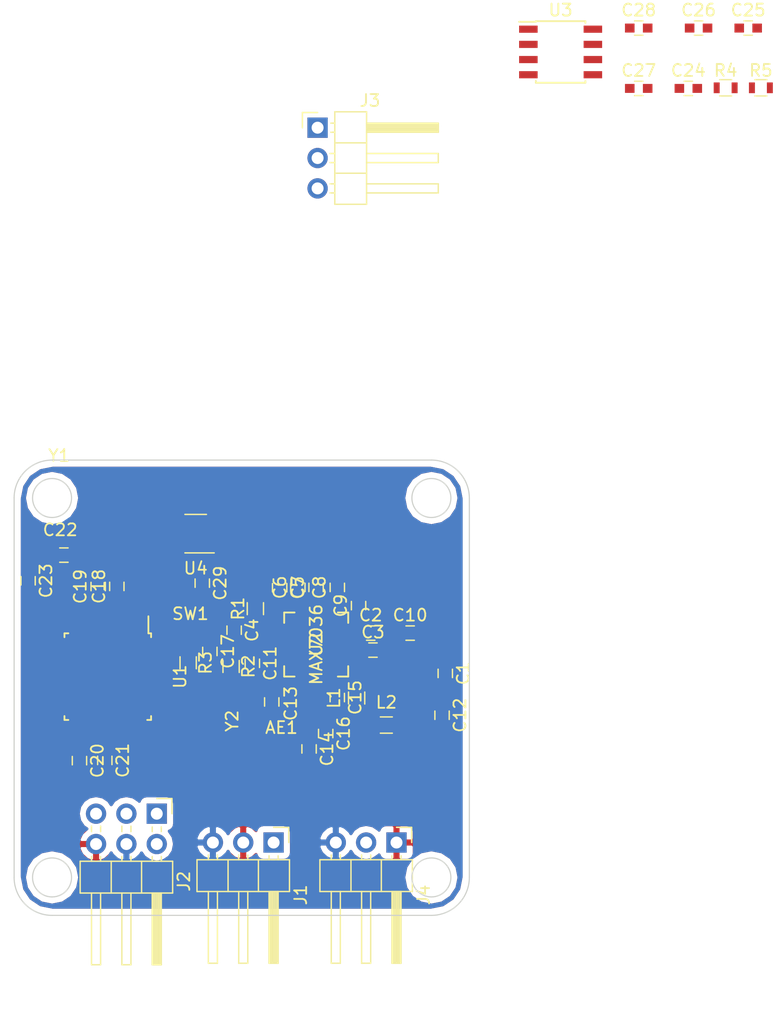
<source format=kicad_pcb>
(kicad_pcb (version 4) (host pcbnew 4.0.7)

  (general
    (links 120)
    (no_connects 96)
    (area 93.802999 108.407999 132.003001 146.608001)
    (thickness 1.6)
    (drawings 12)
    (tracks 56)
    (zones 0)
    (modules 48)
    (nets 38)
  )

  (page A4)
  (layers
    (0 F.Cu signal)
    (31 B.Cu signal)
    (32 B.Adhes user)
    (33 F.Adhes user)
    (34 B.Paste user)
    (35 F.Paste user)
    (36 B.SilkS user)
    (37 F.SilkS user)
    (38 B.Mask user)
    (39 F.Mask user)
    (40 Dwgs.User user)
    (41 Cmts.User user)
    (42 Eco1.User user)
    (43 Eco2.User user)
    (44 Edge.Cuts user)
    (45 Margin user)
    (46 B.CrtYd user)
    (47 F.CrtYd user)
    (48 B.Fab user)
    (49 F.Fab user)
  )

  (setup
    (last_trace_width 0.25)
    (trace_clearance 0.2)
    (zone_clearance 0.508)
    (zone_45_only no)
    (trace_min 0.2)
    (segment_width 0.2)
    (edge_width 0.1)
    (via_size 0.6)
    (via_drill 0.4)
    (via_min_size 0.4)
    (via_min_drill 0.3)
    (uvia_size 0.3)
    (uvia_drill 0.1)
    (uvias_allowed no)
    (uvia_min_size 0.2)
    (uvia_min_drill 0.1)
    (pcb_text_width 0.3)
    (pcb_text_size 1.5 1.5)
    (mod_edge_width 0.15)
    (mod_text_size 1 1)
    (mod_text_width 0.15)
    (pad_size 1.5 1.5)
    (pad_drill 0.6)
    (pad_to_mask_clearance 0)
    (aux_axis_origin 0 0)
    (visible_elements 7FFFEFFF)
    (pcbplotparams
      (layerselection 0x00030_80000001)
      (usegerberextensions false)
      (excludeedgelayer true)
      (linewidth 0.100000)
      (plotframeref false)
      (viasonmask false)
      (mode 1)
      (useauxorigin false)
      (hpglpennumber 1)
      (hpglpenspeed 20)
      (hpglpendiameter 15)
      (hpglpenoverlay 2)
      (psnegative false)
      (psa4output false)
      (plotreference true)
      (plotvalue true)
      (plotinvisibletext false)
      (padsonsilk false)
      (subtractmaskfromsilk false)
      (outputformat 1)
      (mirror false)
      (drillshape 1)
      (scaleselection 1)
      (outputdirectory ""))
  )

  (net 0 "")
  (net 1 "Net-(AE1-Pad1)")
  (net 2 +3V3)
  (net 3 "Net-(C1-Pad1)")
  (net 4 "Net-(C2-Pad1)")
  (net 5 "Net-(C3-Pad1)")
  (net 6 GND)
  (net 7 "Net-(C17-Pad1)")
  (net 8 "Net-(C5-Pad2)")
  (net 9 "Net-(C5-Pad1)")
  (net 10 "Net-(C6-Pad1)")
  (net 11 "Net-(C7-Pad1)")
  (net 12 "Net-(C9-Pad2)")
  (net 13 "Net-(C9-Pad1)")
  (net 14 "Net-(C10-Pad1)")
  (net 15 "Net-(C13-Pad1)")
  (net 16 "Net-(C14-Pad1)")
  (net 17 "Net-(C15-Pad2)")
  (net 18 "Net-(C15-Pad1)")
  (net 19 "Net-(C17-Pad2)")
  (net 20 +5V)
  (net 21 "Net-(C22-Pad2)")
  (net 22 "Net-(C23-Pad2)")
  (net 23 /ENC_OUT)
  (net 24 "Net-(C26-Pad1)")
  (net 25 "Net-(C27-Pad2)")
  (net 26 "Net-(C28-Pad1)")
  (net 27 /ESC_SIG)
  (net 28 /MCU/MISO)
  (net 29 /MCU/SCK)
  (net 30 /MCU/RESET)
  (net 31 /MCU/MOSI)
  (net 32 /MCU/PD0)
  (net 33 /REC_OUT)
  (net 34 /REC_EN)
  (net 35 /encoder/GND_L)
  (net 36 /encoder/5V_L)
  (net 37 /encoder/ENC_OUT_L)

  (net_class Default "This is the default net class."
    (clearance 0.2)
    (trace_width 0.25)
    (via_dia 0.6)
    (via_drill 0.4)
    (uvia_dia 0.3)
    (uvia_drill 0.1)
    (add_net +3V3)
    (add_net +5V)
    (add_net /ENC_OUT)
    (add_net /ESC_SIG)
    (add_net /MCU/MISO)
    (add_net /MCU/MOSI)
    (add_net /MCU/PD0)
    (add_net /MCU/RESET)
    (add_net /MCU/SCK)
    (add_net /REC_EN)
    (add_net /REC_OUT)
    (add_net /encoder/5V_L)
    (add_net /encoder/ENC_OUT_L)
    (add_net /encoder/GND_L)
    (add_net GND)
    (add_net "Net-(AE1-Pad1)")
    (add_net "Net-(C1-Pad1)")
    (add_net "Net-(C10-Pad1)")
    (add_net "Net-(C13-Pad1)")
    (add_net "Net-(C14-Pad1)")
    (add_net "Net-(C15-Pad1)")
    (add_net "Net-(C15-Pad2)")
    (add_net "Net-(C17-Pad1)")
    (add_net "Net-(C17-Pad2)")
    (add_net "Net-(C2-Pad1)")
    (add_net "Net-(C22-Pad2)")
    (add_net "Net-(C23-Pad2)")
    (add_net "Net-(C26-Pad1)")
    (add_net "Net-(C27-Pad2)")
    (add_net "Net-(C28-Pad1)")
    (add_net "Net-(C3-Pad1)")
    (add_net "Net-(C5-Pad1)")
    (add_net "Net-(C5-Pad2)")
    (add_net "Net-(C6-Pad1)")
    (add_net "Net-(C7-Pad1)")
    (add_net "Net-(C9-Pad1)")
    (add_net "Net-(C9-Pad2)")
  )

  (module Capacitors_SMD:C_0603 (layer F.Cu) (tedit 59958EE7) (tstamp 5AC98F59)
    (at 95.02 118.56 270)
    (descr "Capacitor SMD 0603, reflow soldering, AVX (see smccp.pdf)")
    (tags "capacitor 0603")
    (path /5A997994/5A999B39)
    (attr smd)
    (fp_text reference C23 (at 0 -1.5 270) (layer F.SilkS)
      (effects (font (size 1 1) (thickness 0.15)))
    )
    (fp_text value 18pF (at 0 1.5 270) (layer F.Fab)
      (effects (font (size 1 1) (thickness 0.15)))
    )
    (fp_line (start 1.4 0.65) (end -1.4 0.65) (layer F.CrtYd) (width 0.05))
    (fp_line (start 1.4 0.65) (end 1.4 -0.65) (layer F.CrtYd) (width 0.05))
    (fp_line (start -1.4 -0.65) (end -1.4 0.65) (layer F.CrtYd) (width 0.05))
    (fp_line (start -1.4 -0.65) (end 1.4 -0.65) (layer F.CrtYd) (width 0.05))
    (fp_line (start 0.35 0.6) (end -0.35 0.6) (layer F.SilkS) (width 0.12))
    (fp_line (start -0.35 -0.6) (end 0.35 -0.6) (layer F.SilkS) (width 0.12))
    (fp_line (start -0.8 -0.4) (end 0.8 -0.4) (layer F.Fab) (width 0.1))
    (fp_line (start 0.8 -0.4) (end 0.8 0.4) (layer F.Fab) (width 0.1))
    (fp_line (start 0.8 0.4) (end -0.8 0.4) (layer F.Fab) (width 0.1))
    (fp_line (start -0.8 0.4) (end -0.8 -0.4) (layer F.Fab) (width 0.1))
    (fp_text user %R (at -0.58 -0.33 270) (layer F.Fab)
      (effects (font (size 0.3 0.3) (thickness 0.075)))
    )
    (pad 2 smd rect (at 0.75 0 270) (size 0.8 0.75) (layers F.Cu F.Paste F.Mask)
      (net 22 "Net-(C23-Pad2)"))
    (pad 1 smd rect (at -0.75 0 270) (size 0.8 0.75) (layers F.Cu F.Paste F.Mask)
      (net 6 GND))
    (model Capacitors_SMD.3dshapes/C_0603.wrl
      (at (xyz 0 0 0))
      (scale (xyz 1 1 1))
      (rotate (xyz 0 0 0))
    )
  )

  (module Custom:311-1570-1-ND (layer F.Cu) (tedit 5AC98DF4) (tstamp 5AC98ECF)
    (at 116.23 136.35 180)
    (path /5A9979B5/5A9B3DBC)
    (fp_text reference AE1 (at 0 5.5 180) (layer F.SilkS)
      (effects (font (size 1 1) (thickness 0.15)))
    )
    (fp_text value Antenna (at 0 4.5 180) (layer F.Fab)
      (effects (font (size 1 1) (thickness 0.15)))
    )
    (pad 2 smd rect (at 6.5 0 180) (size 1.3 4.5) (layers F.Cu F.Paste F.Mask))
    (pad 1 smd rect (at -6.5 0 180) (size 1.3 4.5) (layers F.Cu F.Paste F.Mask)
      (net 1 "Net-(AE1-Pad1)"))
  )

  (module Capacitors_SMD:C_0603 (layer F.Cu) (tedit 59958EE7) (tstamp 5AC98ED5)
    (at 129.94 126.31 270)
    (descr "Capacitor SMD 0603, reflow soldering, AVX (see smccp.pdf)")
    (tags "capacitor 0603")
    (path /5A9979B5/5A9B0507)
    (attr smd)
    (fp_text reference C1 (at 0 -1.5 270) (layer F.SilkS)
      (effects (font (size 1 1) (thickness 0.15)))
    )
    (fp_text value 2.7pF (at 0 1.5 270) (layer F.Fab)
      (effects (font (size 1 1) (thickness 0.15)))
    )
    (fp_line (start 1.4 0.65) (end -1.4 0.65) (layer F.CrtYd) (width 0.05))
    (fp_line (start 1.4 0.65) (end 1.4 -0.65) (layer F.CrtYd) (width 0.05))
    (fp_line (start -1.4 -0.65) (end -1.4 0.65) (layer F.CrtYd) (width 0.05))
    (fp_line (start -1.4 -0.65) (end 1.4 -0.65) (layer F.CrtYd) (width 0.05))
    (fp_line (start 0.35 0.6) (end -0.35 0.6) (layer F.SilkS) (width 0.12))
    (fp_line (start -0.35 -0.6) (end 0.35 -0.6) (layer F.SilkS) (width 0.12))
    (fp_line (start -0.8 -0.4) (end 0.8 -0.4) (layer F.Fab) (width 0.1))
    (fp_line (start 0.8 -0.4) (end 0.8 0.4) (layer F.Fab) (width 0.1))
    (fp_line (start 0.8 0.4) (end -0.8 0.4) (layer F.Fab) (width 0.1))
    (fp_line (start -0.8 0.4) (end -0.8 -0.4) (layer F.Fab) (width 0.1))
    (fp_text user %R (at 0 0 270) (layer F.Fab)
      (effects (font (size 0.3 0.3) (thickness 0.075)))
    )
    (pad 2 smd rect (at 0.75 0 270) (size 0.8 0.75) (layers F.Cu F.Paste F.Mask)
      (net 2 +3V3))
    (pad 1 smd rect (at -0.75 0 270) (size 0.8 0.75) (layers F.Cu F.Paste F.Mask)
      (net 3 "Net-(C1-Pad1)"))
    (model Capacitors_SMD.3dshapes/C_0603.wrl
      (at (xyz 0 0 0))
      (scale (xyz 1 1 1))
      (rotate (xyz 0 0 0))
    )
  )

  (module Capacitors_SMD:C_0603 (layer F.Cu) (tedit 59958EE7) (tstamp 5AC98EDB)
    (at 123.698 122.936)
    (descr "Capacitor SMD 0603, reflow soldering, AVX (see smccp.pdf)")
    (tags "capacitor 0603")
    (path /5A9979B5/5A998834)
    (attr smd)
    (fp_text reference C2 (at 0 -1.5) (layer F.SilkS)
      (effects (font (size 1 1) (thickness 0.15)))
    )
    (fp_text value 100pF (at 0 1.5) (layer F.Fab)
      (effects (font (size 1 1) (thickness 0.15)))
    )
    (fp_line (start 1.4 0.65) (end -1.4 0.65) (layer F.CrtYd) (width 0.05))
    (fp_line (start 1.4 0.65) (end 1.4 -0.65) (layer F.CrtYd) (width 0.05))
    (fp_line (start -1.4 -0.65) (end -1.4 0.65) (layer F.CrtYd) (width 0.05))
    (fp_line (start -1.4 -0.65) (end 1.4 -0.65) (layer F.CrtYd) (width 0.05))
    (fp_line (start 0.35 0.6) (end -0.35 0.6) (layer F.SilkS) (width 0.12))
    (fp_line (start -0.35 -0.6) (end 0.35 -0.6) (layer F.SilkS) (width 0.12))
    (fp_line (start -0.8 -0.4) (end 0.8 -0.4) (layer F.Fab) (width 0.1))
    (fp_line (start 0.8 -0.4) (end 0.8 0.4) (layer F.Fab) (width 0.1))
    (fp_line (start 0.8 0.4) (end -0.8 0.4) (layer F.Fab) (width 0.1))
    (fp_line (start -0.8 0.4) (end -0.8 -0.4) (layer F.Fab) (width 0.1))
    (fp_text user %R (at 0 0) (layer F.Fab)
      (effects (font (size 0.3 0.3) (thickness 0.075)))
    )
    (pad 2 smd rect (at 0.75 0) (size 0.8 0.75) (layers F.Cu F.Paste F.Mask)
      (net 2 +3V3))
    (pad 1 smd rect (at -0.75 0) (size 0.8 0.75) (layers F.Cu F.Paste F.Mask)
      (net 4 "Net-(C2-Pad1)"))
    (model Capacitors_SMD.3dshapes/C_0603.wrl
      (at (xyz 0 0 0))
      (scale (xyz 1 1 1))
      (rotate (xyz 0 0 0))
    )
  )

  (module Capacitors_SMD:C_0603 (layer F.Cu) (tedit 59958EE7) (tstamp 5AC98EE1)
    (at 123.8878 124.3584)
    (descr "Capacitor SMD 0603, reflow soldering, AVX (see smccp.pdf)")
    (tags "capacitor 0603")
    (path /5A9979B5/5A9AC63F)
    (attr smd)
    (fp_text reference C3 (at 0 -1.5) (layer F.SilkS)
      (effects (font (size 1 1) (thickness 0.15)))
    )
    (fp_text value 100pF (at 0 1.5) (layer F.Fab)
      (effects (font (size 1 1) (thickness 0.15)))
    )
    (fp_line (start 1.4 0.65) (end -1.4 0.65) (layer F.CrtYd) (width 0.05))
    (fp_line (start 1.4 0.65) (end 1.4 -0.65) (layer F.CrtYd) (width 0.05))
    (fp_line (start -1.4 -0.65) (end -1.4 0.65) (layer F.CrtYd) (width 0.05))
    (fp_line (start -1.4 -0.65) (end 1.4 -0.65) (layer F.CrtYd) (width 0.05))
    (fp_line (start 0.35 0.6) (end -0.35 0.6) (layer F.SilkS) (width 0.12))
    (fp_line (start -0.35 -0.6) (end 0.35 -0.6) (layer F.SilkS) (width 0.12))
    (fp_line (start -0.8 -0.4) (end 0.8 -0.4) (layer F.Fab) (width 0.1))
    (fp_line (start 0.8 -0.4) (end 0.8 0.4) (layer F.Fab) (width 0.1))
    (fp_line (start 0.8 0.4) (end -0.8 0.4) (layer F.Fab) (width 0.1))
    (fp_line (start -0.8 0.4) (end -0.8 -0.4) (layer F.Fab) (width 0.1))
    (fp_text user %R (at 0 0) (layer F.Fab)
      (effects (font (size 0.3 0.3) (thickness 0.075)))
    )
    (pad 2 smd rect (at 0.75 0) (size 0.8 0.75) (layers F.Cu F.Paste F.Mask)
      (net 3 "Net-(C1-Pad1)"))
    (pad 1 smd rect (at -0.75 0) (size 0.8 0.75) (layers F.Cu F.Paste F.Mask)
      (net 5 "Net-(C3-Pad1)"))
    (model Capacitors_SMD.3dshapes/C_0603.wrl
      (at (xyz 0 0 0))
      (scale (xyz 1 1 1))
      (rotate (xyz 0 0 0))
    )
  )

  (module Capacitors_SMD:C_0603 (layer F.Cu) (tedit 59958EE7) (tstamp 5AC98EE7)
    (at 112.268 122.694 270)
    (descr "Capacitor SMD 0603, reflow soldering, AVX (see smccp.pdf)")
    (tags "capacitor 0603")
    (path /5A9979B5/5A9AD788)
    (attr smd)
    (fp_text reference C4 (at 0 -1.5 270) (layer F.SilkS)
      (effects (font (size 1 1) (thickness 0.15)))
    )
    (fp_text value .1uF (at 0 1.5 270) (layer F.Fab)
      (effects (font (size 1 1) (thickness 0.15)))
    )
    (fp_line (start 1.4 0.65) (end -1.4 0.65) (layer F.CrtYd) (width 0.05))
    (fp_line (start 1.4 0.65) (end 1.4 -0.65) (layer F.CrtYd) (width 0.05))
    (fp_line (start -1.4 -0.65) (end -1.4 0.65) (layer F.CrtYd) (width 0.05))
    (fp_line (start -1.4 -0.65) (end 1.4 -0.65) (layer F.CrtYd) (width 0.05))
    (fp_line (start 0.35 0.6) (end -0.35 0.6) (layer F.SilkS) (width 0.12))
    (fp_line (start -0.35 -0.6) (end 0.35 -0.6) (layer F.SilkS) (width 0.12))
    (fp_line (start -0.8 -0.4) (end 0.8 -0.4) (layer F.Fab) (width 0.1))
    (fp_line (start 0.8 -0.4) (end 0.8 0.4) (layer F.Fab) (width 0.1))
    (fp_line (start 0.8 0.4) (end -0.8 0.4) (layer F.Fab) (width 0.1))
    (fp_line (start -0.8 0.4) (end -0.8 -0.4) (layer F.Fab) (width 0.1))
    (fp_text user %R (at 0 0 270) (layer F.Fab)
      (effects (font (size 0.3 0.3) (thickness 0.075)))
    )
    (pad 2 smd rect (at 0.75 0 270) (size 0.8 0.75) (layers F.Cu F.Paste F.Mask)
      (net 6 GND))
    (pad 1 smd rect (at -0.75 0 270) (size 0.8 0.75) (layers F.Cu F.Paste F.Mask)
      (net 7 "Net-(C17-Pad1)"))
    (model Capacitors_SMD.3dshapes/C_0603.wrl
      (at (xyz 0 0 0))
      (scale (xyz 1 1 1))
      (rotate (xyz 0 0 0))
    )
  )

  (module Capacitors_SMD:C_0603 (layer F.Cu) (tedit 59958EE7) (tstamp 5AC98EED)
    (at 116.078 119.138 270)
    (descr "Capacitor SMD 0603, reflow soldering, AVX (see smccp.pdf)")
    (tags "capacitor 0603")
    (path /5A9979B5/5A9ADC26)
    (attr smd)
    (fp_text reference C5 (at 0 -1.5 270) (layer F.SilkS)
      (effects (font (size 1 1) (thickness 0.15)))
    )
    (fp_text value 390pF (at 0 1.5 270) (layer F.Fab)
      (effects (font (size 1 1) (thickness 0.15)))
    )
    (fp_line (start 1.4 0.65) (end -1.4 0.65) (layer F.CrtYd) (width 0.05))
    (fp_line (start 1.4 0.65) (end 1.4 -0.65) (layer F.CrtYd) (width 0.05))
    (fp_line (start -1.4 -0.65) (end -1.4 0.65) (layer F.CrtYd) (width 0.05))
    (fp_line (start -1.4 -0.65) (end 1.4 -0.65) (layer F.CrtYd) (width 0.05))
    (fp_line (start 0.35 0.6) (end -0.35 0.6) (layer F.SilkS) (width 0.12))
    (fp_line (start -0.35 -0.6) (end 0.35 -0.6) (layer F.SilkS) (width 0.12))
    (fp_line (start -0.8 -0.4) (end 0.8 -0.4) (layer F.Fab) (width 0.1))
    (fp_line (start 0.8 -0.4) (end 0.8 0.4) (layer F.Fab) (width 0.1))
    (fp_line (start 0.8 0.4) (end -0.8 0.4) (layer F.Fab) (width 0.1))
    (fp_line (start -0.8 0.4) (end -0.8 -0.4) (layer F.Fab) (width 0.1))
    (fp_text user %R (at 0 0 270) (layer F.Fab)
      (effects (font (size 0.3 0.3) (thickness 0.075)))
    )
    (pad 2 smd rect (at 0.75 0 270) (size 0.8 0.75) (layers F.Cu F.Paste F.Mask)
      (net 8 "Net-(C5-Pad2)"))
    (pad 1 smd rect (at -0.75 0 270) (size 0.8 0.75) (layers F.Cu F.Paste F.Mask)
      (net 9 "Net-(C5-Pad1)"))
    (model Capacitors_SMD.3dshapes/C_0603.wrl
      (at (xyz 0 0 0))
      (scale (xyz 1 1 1))
      (rotate (xyz 0 0 0))
    )
  )

  (module Capacitors_SMD:C_0603 (layer F.Cu) (tedit 59958EE7) (tstamp 5AC98EF3)
    (at 117.602 119.114 90)
    (descr "Capacitor SMD 0603, reflow soldering, AVX (see smccp.pdf)")
    (tags "capacitor 0603")
    (path /5A9979B5/5A9AC6FA)
    (attr smd)
    (fp_text reference C6 (at 0 -1.5 90) (layer F.SilkS)
      (effects (font (size 1 1) (thickness 0.15)))
    )
    (fp_text value 180pF (at 0 1.5 90) (layer F.Fab)
      (effects (font (size 1 1) (thickness 0.15)))
    )
    (fp_line (start 1.4 0.65) (end -1.4 0.65) (layer F.CrtYd) (width 0.05))
    (fp_line (start 1.4 0.65) (end 1.4 -0.65) (layer F.CrtYd) (width 0.05))
    (fp_line (start -1.4 -0.65) (end -1.4 0.65) (layer F.CrtYd) (width 0.05))
    (fp_line (start -1.4 -0.65) (end 1.4 -0.65) (layer F.CrtYd) (width 0.05))
    (fp_line (start 0.35 0.6) (end -0.35 0.6) (layer F.SilkS) (width 0.12))
    (fp_line (start -0.35 -0.6) (end 0.35 -0.6) (layer F.SilkS) (width 0.12))
    (fp_line (start -0.8 -0.4) (end 0.8 -0.4) (layer F.Fab) (width 0.1))
    (fp_line (start 0.8 -0.4) (end 0.8 0.4) (layer F.Fab) (width 0.1))
    (fp_line (start 0.8 0.4) (end -0.8 0.4) (layer F.Fab) (width 0.1))
    (fp_line (start -0.8 0.4) (end -0.8 -0.4) (layer F.Fab) (width 0.1))
    (fp_text user %R (at 0 0 90) (layer F.Fab)
      (effects (font (size 0.3 0.3) (thickness 0.075)))
    )
    (pad 2 smd rect (at 0.75 0 90) (size 0.8 0.75) (layers F.Cu F.Paste F.Mask)
      (net 6 GND))
    (pad 1 smd rect (at -0.75 0 90) (size 0.8 0.75) (layers F.Cu F.Paste F.Mask)
      (net 10 "Net-(C6-Pad1)"))
    (model Capacitors_SMD.3dshapes/C_0603.wrl
      (at (xyz 0 0 0))
      (scale (xyz 1 1 1))
      (rotate (xyz 0 0 0))
    )
  )

  (module Capacitors_SMD:C_0603 (layer F.Cu) (tedit 59958EE7) (tstamp 5AC98EF9)
    (at 119.126 119.114 90)
    (descr "Capacitor SMD 0603, reflow soldering, AVX (see smccp.pdf)")
    (tags "capacitor 0603")
    (path /5A9979B5/5A9AC4BA)
    (attr smd)
    (fp_text reference C7 (at 0 -1.5 90) (layer F.SilkS)
      (effects (font (size 1 1) (thickness 0.15)))
    )
    (fp_text value 1uF (at 0 1.5 90) (layer F.Fab)
      (effects (font (size 1 1) (thickness 0.15)))
    )
    (fp_line (start 1.4 0.65) (end -1.4 0.65) (layer F.CrtYd) (width 0.05))
    (fp_line (start 1.4 0.65) (end 1.4 -0.65) (layer F.CrtYd) (width 0.05))
    (fp_line (start -1.4 -0.65) (end -1.4 0.65) (layer F.CrtYd) (width 0.05))
    (fp_line (start -1.4 -0.65) (end 1.4 -0.65) (layer F.CrtYd) (width 0.05))
    (fp_line (start 0.35 0.6) (end -0.35 0.6) (layer F.SilkS) (width 0.12))
    (fp_line (start -0.35 -0.6) (end 0.35 -0.6) (layer F.SilkS) (width 0.12))
    (fp_line (start -0.8 -0.4) (end 0.8 -0.4) (layer F.Fab) (width 0.1))
    (fp_line (start 0.8 -0.4) (end 0.8 0.4) (layer F.Fab) (width 0.1))
    (fp_line (start 0.8 0.4) (end -0.8 0.4) (layer F.Fab) (width 0.1))
    (fp_line (start -0.8 0.4) (end -0.8 -0.4) (layer F.Fab) (width 0.1))
    (fp_text user %R (at 0 0 90) (layer F.Fab)
      (effects (font (size 0.3 0.3) (thickness 0.075)))
    )
    (pad 2 smd rect (at 0.75 0 90) (size 0.8 0.75) (layers F.Cu F.Paste F.Mask)
      (net 6 GND))
    (pad 1 smd rect (at -0.75 0 90) (size 0.8 0.75) (layers F.Cu F.Paste F.Mask)
      (net 11 "Net-(C7-Pad1)"))
    (model Capacitors_SMD.3dshapes/C_0603.wrl
      (at (xyz 0 0 0))
      (scale (xyz 1 1 1))
      (rotate (xyz 0 0 0))
    )
  )

  (module Capacitors_SMD:C_0603 (layer F.Cu) (tedit 59958EE7) (tstamp 5AC98EFF)
    (at 120.904 119.114 90)
    (descr "Capacitor SMD 0603, reflow soldering, AVX (see smccp.pdf)")
    (tags "capacitor 0603")
    (path /5A9979B5/5A9AFD43)
    (attr smd)
    (fp_text reference C8 (at 0 -1.5 90) (layer F.SilkS)
      (effects (font (size 1 1) (thickness 0.15)))
    )
    (fp_text value .01uF (at 0 1.5 90) (layer F.Fab)
      (effects (font (size 1 1) (thickness 0.15)))
    )
    (fp_line (start 1.4 0.65) (end -1.4 0.65) (layer F.CrtYd) (width 0.05))
    (fp_line (start 1.4 0.65) (end 1.4 -0.65) (layer F.CrtYd) (width 0.05))
    (fp_line (start -1.4 -0.65) (end -1.4 0.65) (layer F.CrtYd) (width 0.05))
    (fp_line (start -1.4 -0.65) (end 1.4 -0.65) (layer F.CrtYd) (width 0.05))
    (fp_line (start 0.35 0.6) (end -0.35 0.6) (layer F.SilkS) (width 0.12))
    (fp_line (start -0.35 -0.6) (end 0.35 -0.6) (layer F.SilkS) (width 0.12))
    (fp_line (start -0.8 -0.4) (end 0.8 -0.4) (layer F.Fab) (width 0.1))
    (fp_line (start 0.8 -0.4) (end 0.8 0.4) (layer F.Fab) (width 0.1))
    (fp_line (start 0.8 0.4) (end -0.8 0.4) (layer F.Fab) (width 0.1))
    (fp_line (start -0.8 0.4) (end -0.8 -0.4) (layer F.Fab) (width 0.1))
    (fp_text user %R (at 0 0 90) (layer F.Fab)
      (effects (font (size 0.3 0.3) (thickness 0.075)))
    )
    (pad 2 smd rect (at 0.75 0 90) (size 0.8 0.75) (layers F.Cu F.Paste F.Mask)
      (net 2 +3V3))
    (pad 1 smd rect (at -0.75 0 90) (size 0.8 0.75) (layers F.Cu F.Paste F.Mask)
      (net 6 GND))
    (model Capacitors_SMD.3dshapes/C_0603.wrl
      (at (xyz 0 0 0))
      (scale (xyz 1 1 1))
      (rotate (xyz 0 0 0))
    )
  )

  (module Capacitors_SMD:C_0603 (layer F.Cu) (tedit 59958EE7) (tstamp 5AC98F05)
    (at 122.682 120.638 90)
    (descr "Capacitor SMD 0603, reflow soldering, AVX (see smccp.pdf)")
    (tags "capacitor 0603")
    (path /5A9979B5/5A9AC6BB)
    (attr smd)
    (fp_text reference C9 (at 0 -1.5 90) (layer F.SilkS)
      (effects (font (size 1 1) (thickness 0.15)))
    )
    (fp_text value 22pF (at 0 1.5 90) (layer F.Fab)
      (effects (font (size 1 1) (thickness 0.15)))
    )
    (fp_line (start 1.4 0.65) (end -1.4 0.65) (layer F.CrtYd) (width 0.05))
    (fp_line (start 1.4 0.65) (end 1.4 -0.65) (layer F.CrtYd) (width 0.05))
    (fp_line (start -1.4 -0.65) (end -1.4 0.65) (layer F.CrtYd) (width 0.05))
    (fp_line (start -1.4 -0.65) (end 1.4 -0.65) (layer F.CrtYd) (width 0.05))
    (fp_line (start 0.35 0.6) (end -0.35 0.6) (layer F.SilkS) (width 0.12))
    (fp_line (start -0.35 -0.6) (end 0.35 -0.6) (layer F.SilkS) (width 0.12))
    (fp_line (start -0.8 -0.4) (end 0.8 -0.4) (layer F.Fab) (width 0.1))
    (fp_line (start 0.8 -0.4) (end 0.8 0.4) (layer F.Fab) (width 0.1))
    (fp_line (start 0.8 0.4) (end -0.8 0.4) (layer F.Fab) (width 0.1))
    (fp_line (start -0.8 0.4) (end -0.8 -0.4) (layer F.Fab) (width 0.1))
    (fp_text user %R (at 0 0 90) (layer F.Fab)
      (effects (font (size 0.3 0.3) (thickness 0.075)))
    )
    (pad 2 smd rect (at 0.75 0 90) (size 0.8 0.75) (layers F.Cu F.Paste F.Mask)
      (net 12 "Net-(C9-Pad2)"))
    (pad 1 smd rect (at -0.75 0 90) (size 0.8 0.75) (layers F.Cu F.Paste F.Mask)
      (net 13 "Net-(C9-Pad1)"))
    (model Capacitors_SMD.3dshapes/C_0603.wrl
      (at (xyz 0 0 0))
      (scale (xyz 1 1 1))
      (rotate (xyz 0 0 0))
    )
  )

  (module Capacitors_SMD:C_0603 (layer F.Cu) (tedit 59958EE7) (tstamp 5AC98F0B)
    (at 127 122.936)
    (descr "Capacitor SMD 0603, reflow soldering, AVX (see smccp.pdf)")
    (tags "capacitor 0603")
    (path /5A9979B5/5A9AC680)
    (attr smd)
    (fp_text reference C10 (at 0 -1.5) (layer F.SilkS)
      (effects (font (size 1 1) (thickness 0.15)))
    )
    (fp_text value 10pF (at 0 1.5) (layer F.Fab)
      (effects (font (size 1 1) (thickness 0.15)))
    )
    (fp_line (start 1.4 0.65) (end -1.4 0.65) (layer F.CrtYd) (width 0.05))
    (fp_line (start 1.4 0.65) (end 1.4 -0.65) (layer F.CrtYd) (width 0.05))
    (fp_line (start -1.4 -0.65) (end -1.4 0.65) (layer F.CrtYd) (width 0.05))
    (fp_line (start -1.4 -0.65) (end 1.4 -0.65) (layer F.CrtYd) (width 0.05))
    (fp_line (start 0.35 0.6) (end -0.35 0.6) (layer F.SilkS) (width 0.12))
    (fp_line (start -0.35 -0.6) (end 0.35 -0.6) (layer F.SilkS) (width 0.12))
    (fp_line (start -0.8 -0.4) (end 0.8 -0.4) (layer F.Fab) (width 0.1))
    (fp_line (start 0.8 -0.4) (end 0.8 0.4) (layer F.Fab) (width 0.1))
    (fp_line (start 0.8 0.4) (end -0.8 0.4) (layer F.Fab) (width 0.1))
    (fp_line (start -0.8 0.4) (end -0.8 -0.4) (layer F.Fab) (width 0.1))
    (fp_text user %R (at 0 0) (layer F.Fab)
      (effects (font (size 0.3 0.3) (thickness 0.075)))
    )
    (pad 2 smd rect (at 0.75 0) (size 0.8 0.75) (layers F.Cu F.Paste F.Mask)
      (net 6 GND))
    (pad 1 smd rect (at -0.75 0) (size 0.8 0.75) (layers F.Cu F.Paste F.Mask)
      (net 14 "Net-(C10-Pad1)"))
    (model Capacitors_SMD.3dshapes/C_0603.wrl
      (at (xyz 0 0 0))
      (scale (xyz 1 1 1))
      (rotate (xyz 0 0 0))
    )
  )

  (module Capacitors_SMD:C_0603 (layer F.Cu) (tedit 59958EE7) (tstamp 5AC98F11)
    (at 113.792 125.464 270)
    (descr "Capacitor SMD 0603, reflow soldering, AVX (see smccp.pdf)")
    (tags "capacitor 0603")
    (path /5A9979B5/5A9AD6A3)
    (attr smd)
    (fp_text reference C11 (at 0 -1.5 270) (layer F.SilkS)
      (effects (font (size 1 1) (thickness 0.15)))
    )
    (fp_text value .1uF (at 0 1.5 270) (layer F.Fab)
      (effects (font (size 1 1) (thickness 0.15)))
    )
    (fp_line (start 1.4 0.65) (end -1.4 0.65) (layer F.CrtYd) (width 0.05))
    (fp_line (start 1.4 0.65) (end 1.4 -0.65) (layer F.CrtYd) (width 0.05))
    (fp_line (start -1.4 -0.65) (end -1.4 0.65) (layer F.CrtYd) (width 0.05))
    (fp_line (start -1.4 -0.65) (end 1.4 -0.65) (layer F.CrtYd) (width 0.05))
    (fp_line (start 0.35 0.6) (end -0.35 0.6) (layer F.SilkS) (width 0.12))
    (fp_line (start -0.35 -0.6) (end 0.35 -0.6) (layer F.SilkS) (width 0.12))
    (fp_line (start -0.8 -0.4) (end 0.8 -0.4) (layer F.Fab) (width 0.1))
    (fp_line (start 0.8 -0.4) (end 0.8 0.4) (layer F.Fab) (width 0.1))
    (fp_line (start 0.8 0.4) (end -0.8 0.4) (layer F.Fab) (width 0.1))
    (fp_line (start -0.8 0.4) (end -0.8 -0.4) (layer F.Fab) (width 0.1))
    (fp_text user %R (at 0 0 270) (layer F.Fab)
      (effects (font (size 0.3 0.3) (thickness 0.075)))
    )
    (pad 2 smd rect (at 0.75 0 270) (size 0.8 0.75) (layers F.Cu F.Paste F.Mask)
      (net 6 GND))
    (pad 1 smd rect (at -0.75 0 270) (size 0.8 0.75) (layers F.Cu F.Paste F.Mask)
      (net 2 +3V3))
    (model Capacitors_SMD.3dshapes/C_0603.wrl
      (at (xyz 0 0 0))
      (scale (xyz 1 1 1))
      (rotate (xyz 0 0 0))
    )
  )

  (module Capacitors_SMD:C_0603 (layer F.Cu) (tedit 59958EE7) (tstamp 5AC98F17)
    (at 129.67 129.81 270)
    (descr "Capacitor SMD 0603, reflow soldering, AVX (see smccp.pdf)")
    (tags "capacitor 0603")
    (path /5A9979B5/5A9B0689)
    (attr smd)
    (fp_text reference C12 (at 0 -1.5 270) (layer F.SilkS)
      (effects (font (size 1 1) (thickness 0.15)))
    )
    (fp_text value 220pF (at 0 1.5 270) (layer F.Fab)
      (effects (font (size 1 1) (thickness 0.15)))
    )
    (fp_line (start 1.4 0.65) (end -1.4 0.65) (layer F.CrtYd) (width 0.05))
    (fp_line (start 1.4 0.65) (end 1.4 -0.65) (layer F.CrtYd) (width 0.05))
    (fp_line (start -1.4 -0.65) (end -1.4 0.65) (layer F.CrtYd) (width 0.05))
    (fp_line (start -1.4 -0.65) (end 1.4 -0.65) (layer F.CrtYd) (width 0.05))
    (fp_line (start 0.35 0.6) (end -0.35 0.6) (layer F.SilkS) (width 0.12))
    (fp_line (start -0.35 -0.6) (end 0.35 -0.6) (layer F.SilkS) (width 0.12))
    (fp_line (start -0.8 -0.4) (end 0.8 -0.4) (layer F.Fab) (width 0.1))
    (fp_line (start 0.8 -0.4) (end 0.8 0.4) (layer F.Fab) (width 0.1))
    (fp_line (start 0.8 0.4) (end -0.8 0.4) (layer F.Fab) (width 0.1))
    (fp_line (start -0.8 0.4) (end -0.8 -0.4) (layer F.Fab) (width 0.1))
    (fp_text user %R (at 0 0 270) (layer F.Fab)
      (effects (font (size 0.3 0.3) (thickness 0.075)))
    )
    (pad 2 smd rect (at 0.75 0 270) (size 0.8 0.75) (layers F.Cu F.Paste F.Mask)
      (net 6 GND))
    (pad 1 smd rect (at -0.75 0 270) (size 0.8 0.75) (layers F.Cu F.Paste F.Mask)
      (net 2 +3V3))
    (model Capacitors_SMD.3dshapes/C_0603.wrl
      (at (xyz 0 0 0))
      (scale (xyz 1 1 1))
      (rotate (xyz 0 0 0))
    )
  )

  (module Capacitors_SMD:C_0603 (layer F.Cu) (tedit 59958EE7) (tstamp 5AC98F1D)
    (at 115.416 128.698 270)
    (descr "Capacitor SMD 0603, reflow soldering, AVX (see smccp.pdf)")
    (tags "capacitor 0603")
    (path /5A9979B5/5A9AD493)
    (attr smd)
    (fp_text reference C13 (at 0.126667 -1.585 270) (layer F.SilkS)
      (effects (font (size 1 1) (thickness 0.15)))
    )
    (fp_text value 10pF (at 0.316667 1.955 270) (layer F.Fab)
      (effects (font (size 1 1) (thickness 0.15)))
    )
    (fp_line (start 1.4 0.65) (end -1.4 0.65) (layer F.CrtYd) (width 0.05))
    (fp_line (start 1.4 0.65) (end 1.4 -0.65) (layer F.CrtYd) (width 0.05))
    (fp_line (start -1.4 -0.65) (end -1.4 0.65) (layer F.CrtYd) (width 0.05))
    (fp_line (start -1.4 -0.65) (end 1.4 -0.65) (layer F.CrtYd) (width 0.05))
    (fp_line (start 0.35 0.6) (end -0.35 0.6) (layer F.SilkS) (width 0.12))
    (fp_line (start -0.35 -0.6) (end 0.35 -0.6) (layer F.SilkS) (width 0.12))
    (fp_line (start -0.8 -0.4) (end 0.8 -0.4) (layer F.Fab) (width 0.1))
    (fp_line (start 0.8 -0.4) (end 0.8 0.4) (layer F.Fab) (width 0.1))
    (fp_line (start 0.8 0.4) (end -0.8 0.4) (layer F.Fab) (width 0.1))
    (fp_line (start -0.8 0.4) (end -0.8 -0.4) (layer F.Fab) (width 0.1))
    (fp_text user %R (at 0 0 270) (layer F.Fab)
      (effects (font (size 0.3 0.3) (thickness 0.075)))
    )
    (pad 2 smd rect (at 0.75 0 270) (size 0.8 0.75) (layers F.Cu F.Paste F.Mask)
      (net 6 GND))
    (pad 1 smd rect (at -0.75 0 270) (size 0.8 0.75) (layers F.Cu F.Paste F.Mask)
      (net 15 "Net-(C13-Pad1)"))
    (model Capacitors_SMD.3dshapes/C_0603.wrl
      (at (xyz 0 0 0))
      (scale (xyz 1 1 1))
      (rotate (xyz 0 0 0))
    )
  )

  (module Capacitors_SMD:C_0603 (layer F.Cu) (tedit 59958EE7) (tstamp 5AC98F23)
    (at 118.54 132.63 270)
    (descr "Capacitor SMD 0603, reflow soldering, AVX (see smccp.pdf)")
    (tags "capacitor 0603")
    (path /5A9979B5/5A9AD4EC)
    (attr smd)
    (fp_text reference C14 (at 0 -1.5 270) (layer F.SilkS)
      (effects (font (size 1 1) (thickness 0.15)))
    )
    (fp_text value 10pF (at 0 1.5 270) (layer F.Fab)
      (effects (font (size 1 1) (thickness 0.15)))
    )
    (fp_line (start 1.4 0.65) (end -1.4 0.65) (layer F.CrtYd) (width 0.05))
    (fp_line (start 1.4 0.65) (end 1.4 -0.65) (layer F.CrtYd) (width 0.05))
    (fp_line (start -1.4 -0.65) (end -1.4 0.65) (layer F.CrtYd) (width 0.05))
    (fp_line (start -1.4 -0.65) (end 1.4 -0.65) (layer F.CrtYd) (width 0.05))
    (fp_line (start 0.35 0.6) (end -0.35 0.6) (layer F.SilkS) (width 0.12))
    (fp_line (start -0.35 -0.6) (end 0.35 -0.6) (layer F.SilkS) (width 0.12))
    (fp_line (start -0.8 -0.4) (end 0.8 -0.4) (layer F.Fab) (width 0.1))
    (fp_line (start 0.8 -0.4) (end 0.8 0.4) (layer F.Fab) (width 0.1))
    (fp_line (start 0.8 0.4) (end -0.8 0.4) (layer F.Fab) (width 0.1))
    (fp_line (start -0.8 0.4) (end -0.8 -0.4) (layer F.Fab) (width 0.1))
    (fp_text user %R (at 0 0 270) (layer F.Fab)
      (effects (font (size 0.3 0.3) (thickness 0.075)))
    )
    (pad 2 smd rect (at 0.75 0 270) (size 0.8 0.75) (layers F.Cu F.Paste F.Mask)
      (net 6 GND))
    (pad 1 smd rect (at -0.75 0 270) (size 0.8 0.75) (layers F.Cu F.Paste F.Mask)
      (net 16 "Net-(C14-Pad1)"))
    (model Capacitors_SMD.3dshapes/C_0603.wrl
      (at (xyz 0 0 0))
      (scale (xyz 1 1 1))
      (rotate (xyz 0 0 0))
    )
  )

  (module Capacitors_SMD:C_0603 (layer F.Cu) (tedit 59958EE7) (tstamp 5AC98F29)
    (at 120.9 128.33 270)
    (descr "Capacitor SMD 0603, reflow soldering, AVX (see smccp.pdf)")
    (tags "capacitor 0603")
    (path /5A9979B5/5A9AD046)
    (attr smd)
    (fp_text reference C15 (at 0 -1.5 270) (layer F.SilkS)
      (effects (font (size 1 1) (thickness 0.15)))
    )
    (fp_text value 100pF (at 0 1.5 270) (layer F.Fab)
      (effects (font (size 1 1) (thickness 0.15)))
    )
    (fp_line (start 1.4 0.65) (end -1.4 0.65) (layer F.CrtYd) (width 0.05))
    (fp_line (start 1.4 0.65) (end 1.4 -0.65) (layer F.CrtYd) (width 0.05))
    (fp_line (start -1.4 -0.65) (end -1.4 0.65) (layer F.CrtYd) (width 0.05))
    (fp_line (start -1.4 -0.65) (end 1.4 -0.65) (layer F.CrtYd) (width 0.05))
    (fp_line (start 0.35 0.6) (end -0.35 0.6) (layer F.SilkS) (width 0.12))
    (fp_line (start -0.35 -0.6) (end 0.35 -0.6) (layer F.SilkS) (width 0.12))
    (fp_line (start -0.8 -0.4) (end 0.8 -0.4) (layer F.Fab) (width 0.1))
    (fp_line (start 0.8 -0.4) (end 0.8 0.4) (layer F.Fab) (width 0.1))
    (fp_line (start 0.8 0.4) (end -0.8 0.4) (layer F.Fab) (width 0.1))
    (fp_line (start -0.8 0.4) (end -0.8 -0.4) (layer F.Fab) (width 0.1))
    (fp_text user %R (at 0 0 270) (layer F.Fab)
      (effects (font (size 0.3 0.3) (thickness 0.075)))
    )
    (pad 2 smd rect (at 0.75 0 270) (size 0.8 0.75) (layers F.Cu F.Paste F.Mask)
      (net 17 "Net-(C15-Pad2)"))
    (pad 1 smd rect (at -0.75 0 270) (size 0.8 0.75) (layers F.Cu F.Paste F.Mask)
      (net 18 "Net-(C15-Pad1)"))
    (model Capacitors_SMD.3dshapes/C_0603.wrl
      (at (xyz 0 0 0))
      (scale (xyz 1 1 1))
      (rotate (xyz 0 0 0))
    )
  )

  (module Capacitors_SMD:C_0603 (layer F.Cu) (tedit 59958EE7) (tstamp 5AC98F2F)
    (at 119.93 131.34 270)
    (descr "Capacitor SMD 0603, reflow soldering, AVX (see smccp.pdf)")
    (tags "capacitor 0603")
    (path /5A9979B5/5A9ACF6B)
    (attr smd)
    (fp_text reference C16 (at 0 -1.5 270) (layer F.SilkS)
      (effects (font (size 1 1) (thickness 0.15)))
    )
    (fp_text value .1uF (at 0 1.5 270) (layer F.Fab)
      (effects (font (size 1 1) (thickness 0.15)))
    )
    (fp_line (start 1.4 0.65) (end -1.4 0.65) (layer F.CrtYd) (width 0.05))
    (fp_line (start 1.4 0.65) (end 1.4 -0.65) (layer F.CrtYd) (width 0.05))
    (fp_line (start -1.4 -0.65) (end -1.4 0.65) (layer F.CrtYd) (width 0.05))
    (fp_line (start -1.4 -0.65) (end 1.4 -0.65) (layer F.CrtYd) (width 0.05))
    (fp_line (start 0.35 0.6) (end -0.35 0.6) (layer F.SilkS) (width 0.12))
    (fp_line (start -0.35 -0.6) (end 0.35 -0.6) (layer F.SilkS) (width 0.12))
    (fp_line (start -0.8 -0.4) (end 0.8 -0.4) (layer F.Fab) (width 0.1))
    (fp_line (start 0.8 -0.4) (end 0.8 0.4) (layer F.Fab) (width 0.1))
    (fp_line (start 0.8 0.4) (end -0.8 0.4) (layer F.Fab) (width 0.1))
    (fp_line (start -0.8 0.4) (end -0.8 -0.4) (layer F.Fab) (width 0.1))
    (fp_text user %R (at 0.014762 0.425 270) (layer F.Fab)
      (effects (font (size 0.3 0.3) (thickness 0.075)))
    )
    (pad 2 smd rect (at 0.75 0 270) (size 0.8 0.75) (layers F.Cu F.Paste F.Mask)
      (net 6 GND))
    (pad 1 smd rect (at -0.75 0 270) (size 0.8 0.75) (layers F.Cu F.Paste F.Mask)
      (net 2 +3V3))
    (model Capacitors_SMD.3dshapes/C_0603.wrl
      (at (xyz 0 0 0))
      (scale (xyz 1 1 1))
      (rotate (xyz 0 0 0))
    )
  )

  (module Capacitors_SMD:C_0603 (layer F.Cu) (tedit 59958EE7) (tstamp 5AC98F35)
    (at 110.236 124.472 270)
    (descr "Capacitor SMD 0603, reflow soldering, AVX (see smccp.pdf)")
    (tags "capacitor 0603")
    (path /5A9979B5/5A9AEA4B)
    (attr smd)
    (fp_text reference C17 (at 0 -1.5 270) (layer F.SilkS)
      (effects (font (size 1 1) (thickness 0.15)))
    )
    (fp_text value .1uF (at 0 1.5 270) (layer F.Fab)
      (effects (font (size 1 1) (thickness 0.15)))
    )
    (fp_line (start 1.4 0.65) (end -1.4 0.65) (layer F.CrtYd) (width 0.05))
    (fp_line (start 1.4 0.65) (end 1.4 -0.65) (layer F.CrtYd) (width 0.05))
    (fp_line (start -1.4 -0.65) (end -1.4 0.65) (layer F.CrtYd) (width 0.05))
    (fp_line (start -1.4 -0.65) (end 1.4 -0.65) (layer F.CrtYd) (width 0.05))
    (fp_line (start 0.35 0.6) (end -0.35 0.6) (layer F.SilkS) (width 0.12))
    (fp_line (start -0.35 -0.6) (end 0.35 -0.6) (layer F.SilkS) (width 0.12))
    (fp_line (start -0.8 -0.4) (end 0.8 -0.4) (layer F.Fab) (width 0.1))
    (fp_line (start 0.8 -0.4) (end 0.8 0.4) (layer F.Fab) (width 0.1))
    (fp_line (start 0.8 0.4) (end -0.8 0.4) (layer F.Fab) (width 0.1))
    (fp_line (start -0.8 0.4) (end -0.8 -0.4) (layer F.Fab) (width 0.1))
    (fp_text user %R (at 0 0 270) (layer F.Fab)
      (effects (font (size 0.3 0.3) (thickness 0.075)))
    )
    (pad 2 smd rect (at 0.75 0 270) (size 0.8 0.75) (layers F.Cu F.Paste F.Mask)
      (net 19 "Net-(C17-Pad2)"))
    (pad 1 smd rect (at -0.75 0 270) (size 0.8 0.75) (layers F.Cu F.Paste F.Mask)
      (net 7 "Net-(C17-Pad1)"))
    (model Capacitors_SMD.3dshapes/C_0603.wrl
      (at (xyz 0 0 0))
      (scale (xyz 1 1 1))
      (rotate (xyz 0 0 0))
    )
  )

  (module Capacitors_SMD:C_0603 (layer F.Cu) (tedit 59958EE7) (tstamp 5AC98F3B)
    (at 102.45 119.03 90)
    (descr "Capacitor SMD 0603, reflow soldering, AVX (see smccp.pdf)")
    (tags "capacitor 0603")
    (path /5A997994/5A998772)
    (attr smd)
    (fp_text reference C18 (at 0 -1.5 90) (layer F.SilkS)
      (effects (font (size 1 1) (thickness 0.15)))
    )
    (fp_text value 100nF (at 0 1.5 90) (layer F.Fab)
      (effects (font (size 1 1) (thickness 0.15)))
    )
    (fp_line (start 1.4 0.65) (end -1.4 0.65) (layer F.CrtYd) (width 0.05))
    (fp_line (start 1.4 0.65) (end 1.4 -0.65) (layer F.CrtYd) (width 0.05))
    (fp_line (start -1.4 -0.65) (end -1.4 0.65) (layer F.CrtYd) (width 0.05))
    (fp_line (start -1.4 -0.65) (end 1.4 -0.65) (layer F.CrtYd) (width 0.05))
    (fp_line (start 0.35 0.6) (end -0.35 0.6) (layer F.SilkS) (width 0.12))
    (fp_line (start -0.35 -0.6) (end 0.35 -0.6) (layer F.SilkS) (width 0.12))
    (fp_line (start -0.8 -0.4) (end 0.8 -0.4) (layer F.Fab) (width 0.1))
    (fp_line (start 0.8 -0.4) (end 0.8 0.4) (layer F.Fab) (width 0.1))
    (fp_line (start 0.8 0.4) (end -0.8 0.4) (layer F.Fab) (width 0.1))
    (fp_line (start -0.8 0.4) (end -0.8 -0.4) (layer F.Fab) (width 0.1))
    (fp_text user %R (at 0 0 90) (layer F.Fab)
      (effects (font (size 0.3 0.3) (thickness 0.075)))
    )
    (pad 2 smd rect (at 0.75 0 90) (size 0.8 0.75) (layers F.Cu F.Paste F.Mask)
      (net 6 GND))
    (pad 1 smd rect (at -0.75 0 90) (size 0.8 0.75) (layers F.Cu F.Paste F.Mask)
      (net 20 +5V))
    (model Capacitors_SMD.3dshapes/C_0603.wrl
      (at (xyz 0 0 0))
      (scale (xyz 1 1 1))
      (rotate (xyz 0 0 0))
    )
  )

  (module Capacitors_SMD:C_0603 (layer F.Cu) (tedit 59958EE7) (tstamp 5AC98F41)
    (at 100.89 119.04 90)
    (descr "Capacitor SMD 0603, reflow soldering, AVX (see smccp.pdf)")
    (tags "capacitor 0603")
    (path /5A997994/5A998588)
    (attr smd)
    (fp_text reference C19 (at 0 -1.5 90) (layer F.SilkS)
      (effects (font (size 1 1) (thickness 0.15)))
    )
    (fp_text value 100nF (at 0 1.5 90) (layer F.Fab)
      (effects (font (size 1 1) (thickness 0.15)))
    )
    (fp_line (start 1.4 0.65) (end -1.4 0.65) (layer F.CrtYd) (width 0.05))
    (fp_line (start 1.4 0.65) (end 1.4 -0.65) (layer F.CrtYd) (width 0.05))
    (fp_line (start -1.4 -0.65) (end -1.4 0.65) (layer F.CrtYd) (width 0.05))
    (fp_line (start -1.4 -0.65) (end 1.4 -0.65) (layer F.CrtYd) (width 0.05))
    (fp_line (start 0.35 0.6) (end -0.35 0.6) (layer F.SilkS) (width 0.12))
    (fp_line (start -0.35 -0.6) (end 0.35 -0.6) (layer F.SilkS) (width 0.12))
    (fp_line (start -0.8 -0.4) (end 0.8 -0.4) (layer F.Fab) (width 0.1))
    (fp_line (start 0.8 -0.4) (end 0.8 0.4) (layer F.Fab) (width 0.1))
    (fp_line (start 0.8 0.4) (end -0.8 0.4) (layer F.Fab) (width 0.1))
    (fp_line (start -0.8 0.4) (end -0.8 -0.4) (layer F.Fab) (width 0.1))
    (fp_text user %R (at -2.82 -2.48 90) (layer F.Fab)
      (effects (font (size 0.3 0.3) (thickness 0.075)))
    )
    (pad 2 smd rect (at 0.75 0 90) (size 0.8 0.75) (layers F.Cu F.Paste F.Mask)
      (net 6 GND))
    (pad 1 smd rect (at -0.75 0 90) (size 0.8 0.75) (layers F.Cu F.Paste F.Mask)
      (net 20 +5V))
    (model Capacitors_SMD.3dshapes/C_0603.wrl
      (at (xyz 0 0 0))
      (scale (xyz 1 1 1))
      (rotate (xyz 0 0 0))
    )
  )

  (module Capacitors_SMD:C_0603 (layer F.Cu) (tedit 59958EE7) (tstamp 5AC98F47)
    (at 99.322 133.61 270)
    (descr "Capacitor SMD 0603, reflow soldering, AVX (see smccp.pdf)")
    (tags "capacitor 0603")
    (path /5A997994/5A998944)
    (attr smd)
    (fp_text reference C20 (at 0 -1.5 270) (layer F.SilkS)
      (effects (font (size 1 1) (thickness 0.15)))
    )
    (fp_text value 100nF (at 0 1.5 270) (layer F.Fab)
      (effects (font (size 1 1) (thickness 0.15)))
    )
    (fp_line (start 1.4 0.65) (end -1.4 0.65) (layer F.CrtYd) (width 0.05))
    (fp_line (start 1.4 0.65) (end 1.4 -0.65) (layer F.CrtYd) (width 0.05))
    (fp_line (start -1.4 -0.65) (end -1.4 0.65) (layer F.CrtYd) (width 0.05))
    (fp_line (start -1.4 -0.65) (end 1.4 -0.65) (layer F.CrtYd) (width 0.05))
    (fp_line (start 0.35 0.6) (end -0.35 0.6) (layer F.SilkS) (width 0.12))
    (fp_line (start -0.35 -0.6) (end 0.35 -0.6) (layer F.SilkS) (width 0.12))
    (fp_line (start -0.8 -0.4) (end 0.8 -0.4) (layer F.Fab) (width 0.1))
    (fp_line (start 0.8 -0.4) (end 0.8 0.4) (layer F.Fab) (width 0.1))
    (fp_line (start 0.8 0.4) (end -0.8 0.4) (layer F.Fab) (width 0.1))
    (fp_line (start -0.8 0.4) (end -0.8 -0.4) (layer F.Fab) (width 0.1))
    (fp_text user %R (at 0 0 270) (layer F.Fab)
      (effects (font (size 0.3 0.3) (thickness 0.075)))
    )
    (pad 2 smd rect (at 0.75 0 270) (size 0.8 0.75) (layers F.Cu F.Paste F.Mask)
      (net 6 GND))
    (pad 1 smd rect (at -0.75 0 270) (size 0.8 0.75) (layers F.Cu F.Paste F.Mask)
      (net 20 +5V))
    (model Capacitors_SMD.3dshapes/C_0603.wrl
      (at (xyz 0 0 0))
      (scale (xyz 1 1 1))
      (rotate (xyz 0 0 0))
    )
  )

  (module Capacitors_SMD:C_0603 (layer F.Cu) (tedit 59958EE7) (tstamp 5AC98F4D)
    (at 101.442 133.59 270)
    (descr "Capacitor SMD 0603, reflow soldering, AVX (see smccp.pdf)")
    (tags "capacitor 0603")
    (path /5A997994/5A998F30)
    (attr smd)
    (fp_text reference C21 (at 0 -1.5 270) (layer F.SilkS)
      (effects (font (size 1 1) (thickness 0.15)))
    )
    (fp_text value 100nF (at 0 1.5 270) (layer F.Fab)
      (effects (font (size 1 1) (thickness 0.15)))
    )
    (fp_line (start 1.4 0.65) (end -1.4 0.65) (layer F.CrtYd) (width 0.05))
    (fp_line (start 1.4 0.65) (end 1.4 -0.65) (layer F.CrtYd) (width 0.05))
    (fp_line (start -1.4 -0.65) (end -1.4 0.65) (layer F.CrtYd) (width 0.05))
    (fp_line (start -1.4 -0.65) (end 1.4 -0.65) (layer F.CrtYd) (width 0.05))
    (fp_line (start 0.35 0.6) (end -0.35 0.6) (layer F.SilkS) (width 0.12))
    (fp_line (start -0.35 -0.6) (end 0.35 -0.6) (layer F.SilkS) (width 0.12))
    (fp_line (start -0.8 -0.4) (end 0.8 -0.4) (layer F.Fab) (width 0.1))
    (fp_line (start 0.8 -0.4) (end 0.8 0.4) (layer F.Fab) (width 0.1))
    (fp_line (start 0.8 0.4) (end -0.8 0.4) (layer F.Fab) (width 0.1))
    (fp_line (start -0.8 0.4) (end -0.8 -0.4) (layer F.Fab) (width 0.1))
    (fp_text user %R (at 0 0 270) (layer F.Fab)
      (effects (font (size 0.3 0.3) (thickness 0.075)))
    )
    (pad 2 smd rect (at 0.75 0 270) (size 0.8 0.75) (layers F.Cu F.Paste F.Mask)
      (net 6 GND))
    (pad 1 smd rect (at -0.75 0 270) (size 0.8 0.75) (layers F.Cu F.Paste F.Mask)
      (net 20 +5V))
    (model Capacitors_SMD.3dshapes/C_0603.wrl
      (at (xyz 0 0 0))
      (scale (xyz 1 1 1))
      (rotate (xyz 0 0 0))
    )
  )

  (module Capacitors_SMD:C_0603 (layer F.Cu) (tedit 59958EE7) (tstamp 5AC98F53)
    (at 98.02 116.41)
    (descr "Capacitor SMD 0603, reflow soldering, AVX (see smccp.pdf)")
    (tags "capacitor 0603")
    (path /5A997994/5A999B07)
    (attr smd)
    (fp_text reference C22 (at -0.31 -2.11) (layer F.SilkS)
      (effects (font (size 1 1) (thickness 0.15)))
    )
    (fp_text value 18pF (at 0.28 2.33) (layer F.Fab)
      (effects (font (size 1 1) (thickness 0.15)))
    )
    (fp_line (start 1.4 0.65) (end -1.4 0.65) (layer F.CrtYd) (width 0.05))
    (fp_line (start 1.4 0.65) (end 1.4 -0.65) (layer F.CrtYd) (width 0.05))
    (fp_line (start -1.4 -0.65) (end -1.4 0.65) (layer F.CrtYd) (width 0.05))
    (fp_line (start -1.4 -0.65) (end 1.4 -0.65) (layer F.CrtYd) (width 0.05))
    (fp_line (start 0.35 0.6) (end -0.35 0.6) (layer F.SilkS) (width 0.12))
    (fp_line (start -0.35 -0.6) (end 0.35 -0.6) (layer F.SilkS) (width 0.12))
    (fp_line (start -0.8 -0.4) (end 0.8 -0.4) (layer F.Fab) (width 0.1))
    (fp_line (start 0.8 -0.4) (end 0.8 0.4) (layer F.Fab) (width 0.1))
    (fp_line (start 0.8 0.4) (end -0.8 0.4) (layer F.Fab) (width 0.1))
    (fp_line (start -0.8 0.4) (end -0.8 -0.4) (layer F.Fab) (width 0.1))
    (fp_text user %R (at 0.23 -2.8) (layer F.Fab)
      (effects (font (size 0.3 0.3) (thickness 0.075)))
    )
    (pad 2 smd rect (at 0.75 0) (size 0.8 0.75) (layers F.Cu F.Paste F.Mask)
      (net 21 "Net-(C22-Pad2)"))
    (pad 1 smd rect (at -0.75 0) (size 0.8 0.75) (layers F.Cu F.Paste F.Mask)
      (net 6 GND))
    (model Capacitors_SMD.3dshapes/C_0603.wrl
      (at (xyz 0 0 0))
      (scale (xyz 1 1 1))
      (rotate (xyz 0 0 0))
    )
  )

  (module Capacitors_SMD:C_0603 (layer F.Cu) (tedit 59958EE7) (tstamp 5AC98F5F)
    (at 150.282381 77.358)
    (descr "Capacitor SMD 0603, reflow soldering, AVX (see smccp.pdf)")
    (tags "capacitor 0603")
    (path /5A997A12/5A9ADD85)
    (attr smd)
    (fp_text reference C24 (at 0 -1.5) (layer F.SilkS)
      (effects (font (size 1 1) (thickness 0.15)))
    )
    (fp_text value 1nF (at 0 1.5) (layer F.Fab)
      (effects (font (size 1 1) (thickness 0.15)))
    )
    (fp_line (start 1.4 0.65) (end -1.4 0.65) (layer F.CrtYd) (width 0.05))
    (fp_line (start 1.4 0.65) (end 1.4 -0.65) (layer F.CrtYd) (width 0.05))
    (fp_line (start -1.4 -0.65) (end -1.4 0.65) (layer F.CrtYd) (width 0.05))
    (fp_line (start -1.4 -0.65) (end 1.4 -0.65) (layer F.CrtYd) (width 0.05))
    (fp_line (start 0.35 0.6) (end -0.35 0.6) (layer F.SilkS) (width 0.12))
    (fp_line (start -0.35 -0.6) (end 0.35 -0.6) (layer F.SilkS) (width 0.12))
    (fp_line (start -0.8 -0.4) (end 0.8 -0.4) (layer F.Fab) (width 0.1))
    (fp_line (start 0.8 -0.4) (end 0.8 0.4) (layer F.Fab) (width 0.1))
    (fp_line (start 0.8 0.4) (end -0.8 0.4) (layer F.Fab) (width 0.1))
    (fp_line (start -0.8 0.4) (end -0.8 -0.4) (layer F.Fab) (width 0.1))
    (fp_text user %R (at 0 0) (layer F.Fab)
      (effects (font (size 0.3 0.3) (thickness 0.075)))
    )
    (pad 2 smd rect (at 0.75 0) (size 0.8 0.75) (layers F.Cu F.Paste F.Mask)
      (net 35 /encoder/GND_L))
    (pad 1 smd rect (at -0.75 0) (size 0.8 0.75) (layers F.Cu F.Paste F.Mask)
      (net 36 /encoder/5V_L))
    (model Capacitors_SMD.3dshapes/C_0603.wrl
      (at (xyz 0 0 0))
      (scale (xyz 1 1 1))
      (rotate (xyz 0 0 0))
    )
  )

  (module Capacitors_SMD:C_0603 (layer F.Cu) (tedit 59958EE7) (tstamp 5AC98F65)
    (at 155.292381 72.308)
    (descr "Capacitor SMD 0603, reflow soldering, AVX (see smccp.pdf)")
    (tags "capacitor 0603")
    (path /5A997A12/5A9ADD4B)
    (attr smd)
    (fp_text reference C25 (at 0 -1.5) (layer F.SilkS)
      (effects (font (size 1 1) (thickness 0.15)))
    )
    (fp_text value 1nF (at 0 1.5) (layer F.Fab)
      (effects (font (size 1 1) (thickness 0.15)))
    )
    (fp_line (start 1.4 0.65) (end -1.4 0.65) (layer F.CrtYd) (width 0.05))
    (fp_line (start 1.4 0.65) (end 1.4 -0.65) (layer F.CrtYd) (width 0.05))
    (fp_line (start -1.4 -0.65) (end -1.4 0.65) (layer F.CrtYd) (width 0.05))
    (fp_line (start -1.4 -0.65) (end 1.4 -0.65) (layer F.CrtYd) (width 0.05))
    (fp_line (start 0.35 0.6) (end -0.35 0.6) (layer F.SilkS) (width 0.12))
    (fp_line (start -0.35 -0.6) (end 0.35 -0.6) (layer F.SilkS) (width 0.12))
    (fp_line (start -0.8 -0.4) (end 0.8 -0.4) (layer F.Fab) (width 0.1))
    (fp_line (start 0.8 -0.4) (end 0.8 0.4) (layer F.Fab) (width 0.1))
    (fp_line (start 0.8 0.4) (end -0.8 0.4) (layer F.Fab) (width 0.1))
    (fp_line (start -0.8 0.4) (end -0.8 -0.4) (layer F.Fab) (width 0.1))
    (fp_text user %R (at 0 0) (layer F.Fab)
      (effects (font (size 0.3 0.3) (thickness 0.075)))
    )
    (pad 2 smd rect (at 0.75 0) (size 0.8 0.75) (layers F.Cu F.Paste F.Mask)
      (net 37 /encoder/ENC_OUT_L))
    (pad 1 smd rect (at -0.75 0) (size 0.8 0.75) (layers F.Cu F.Paste F.Mask)
      (net 35 /encoder/GND_L))
    (model Capacitors_SMD.3dshapes/C_0603.wrl
      (at (xyz 0 0 0))
      (scale (xyz 1 1 1))
      (rotate (xyz 0 0 0))
    )
  )

  (module Capacitors_SMD:C_0603 (layer F.Cu) (tedit 59958EE7) (tstamp 5AC98F6B)
    (at 151.139524 72.308)
    (descr "Capacitor SMD 0603, reflow soldering, AVX (see smccp.pdf)")
    (tags "capacitor 0603")
    (path /5A997A12/5A9ADC70)
    (attr smd)
    (fp_text reference C26 (at 0 -1.5) (layer F.SilkS)
      (effects (font (size 1 1) (thickness 0.15)))
    )
    (fp_text value 100nF (at 0 1.5) (layer F.Fab)
      (effects (font (size 1 1) (thickness 0.15)))
    )
    (fp_line (start 1.4 0.65) (end -1.4 0.65) (layer F.CrtYd) (width 0.05))
    (fp_line (start 1.4 0.65) (end 1.4 -0.65) (layer F.CrtYd) (width 0.05))
    (fp_line (start -1.4 -0.65) (end -1.4 0.65) (layer F.CrtYd) (width 0.05))
    (fp_line (start -1.4 -0.65) (end 1.4 -0.65) (layer F.CrtYd) (width 0.05))
    (fp_line (start 0.35 0.6) (end -0.35 0.6) (layer F.SilkS) (width 0.12))
    (fp_line (start -0.35 -0.6) (end 0.35 -0.6) (layer F.SilkS) (width 0.12))
    (fp_line (start -0.8 -0.4) (end 0.8 -0.4) (layer F.Fab) (width 0.1))
    (fp_line (start 0.8 -0.4) (end 0.8 0.4) (layer F.Fab) (width 0.1))
    (fp_line (start 0.8 0.4) (end -0.8 0.4) (layer F.Fab) (width 0.1))
    (fp_line (start -0.8 0.4) (end -0.8 -0.4) (layer F.Fab) (width 0.1))
    (fp_text user %R (at 0 0) (layer F.Fab)
      (effects (font (size 0.3 0.3) (thickness 0.075)))
    )
    (pad 2 smd rect (at 0.75 0) (size 0.8 0.75) (layers F.Cu F.Paste F.Mask)
      (net 35 /encoder/GND_L))
    (pad 1 smd rect (at -0.75 0) (size 0.8 0.75) (layers F.Cu F.Paste F.Mask)
      (net 24 "Net-(C26-Pad1)"))
    (model Capacitors_SMD.3dshapes/C_0603.wrl
      (at (xyz 0 0 0))
      (scale (xyz 1 1 1))
      (rotate (xyz 0 0 0))
    )
  )

  (module Capacitors_SMD:C_0603 (layer F.Cu) (tedit 59958EE7) (tstamp 5AC98F71)
    (at 146.129524 77.358)
    (descr "Capacitor SMD 0603, reflow soldering, AVX (see smccp.pdf)")
    (tags "capacitor 0603")
    (path /5A997A12/5A9ADC92)
    (attr smd)
    (fp_text reference C27 (at 0 -1.5) (layer F.SilkS)
      (effects (font (size 1 1) (thickness 0.15)))
    )
    (fp_text value 100nF (at 0 1.5) (layer F.Fab)
      (effects (font (size 1 1) (thickness 0.15)))
    )
    (fp_line (start 1.4 0.65) (end -1.4 0.65) (layer F.CrtYd) (width 0.05))
    (fp_line (start 1.4 0.65) (end 1.4 -0.65) (layer F.CrtYd) (width 0.05))
    (fp_line (start -1.4 -0.65) (end -1.4 0.65) (layer F.CrtYd) (width 0.05))
    (fp_line (start -1.4 -0.65) (end 1.4 -0.65) (layer F.CrtYd) (width 0.05))
    (fp_line (start 0.35 0.6) (end -0.35 0.6) (layer F.SilkS) (width 0.12))
    (fp_line (start -0.35 -0.6) (end 0.35 -0.6) (layer F.SilkS) (width 0.12))
    (fp_line (start -0.8 -0.4) (end 0.8 -0.4) (layer F.Fab) (width 0.1))
    (fp_line (start 0.8 -0.4) (end 0.8 0.4) (layer F.Fab) (width 0.1))
    (fp_line (start 0.8 0.4) (end -0.8 0.4) (layer F.Fab) (width 0.1))
    (fp_line (start -0.8 0.4) (end -0.8 -0.4) (layer F.Fab) (width 0.1))
    (fp_text user %R (at 0 0) (layer F.Fab)
      (effects (font (size 0.3 0.3) (thickness 0.075)))
    )
    (pad 2 smd rect (at 0.75 0) (size 0.8 0.75) (layers F.Cu F.Paste F.Mask)
      (net 25 "Net-(C27-Pad2)"))
    (pad 1 smd rect (at -0.75 0) (size 0.8 0.75) (layers F.Cu F.Paste F.Mask)
      (net 35 /encoder/GND_L))
    (model Capacitors_SMD.3dshapes/C_0603.wrl
      (at (xyz 0 0 0))
      (scale (xyz 1 1 1))
      (rotate (xyz 0 0 0))
    )
  )

  (module Capacitors_SMD:C_0603 (layer F.Cu) (tedit 59958EE7) (tstamp 5AC98F77)
    (at 146.129524 72.308)
    (descr "Capacitor SMD 0603, reflow soldering, AVX (see smccp.pdf)")
    (tags "capacitor 0603")
    (path /5A997A12/5A9AEC0C)
    (attr smd)
    (fp_text reference C28 (at 0 -1.5) (layer F.SilkS)
      (effects (font (size 1 1) (thickness 0.15)))
    )
    (fp_text value 100nF (at 0 1.5) (layer F.Fab)
      (effects (font (size 1 1) (thickness 0.15)))
    )
    (fp_line (start 1.4 0.65) (end -1.4 0.65) (layer F.CrtYd) (width 0.05))
    (fp_line (start 1.4 0.65) (end 1.4 -0.65) (layer F.CrtYd) (width 0.05))
    (fp_line (start -1.4 -0.65) (end -1.4 0.65) (layer F.CrtYd) (width 0.05))
    (fp_line (start -1.4 -0.65) (end 1.4 -0.65) (layer F.CrtYd) (width 0.05))
    (fp_line (start 0.35 0.6) (end -0.35 0.6) (layer F.SilkS) (width 0.12))
    (fp_line (start -0.35 -0.6) (end 0.35 -0.6) (layer F.SilkS) (width 0.12))
    (fp_line (start -0.8 -0.4) (end 0.8 -0.4) (layer F.Fab) (width 0.1))
    (fp_line (start 0.8 -0.4) (end 0.8 0.4) (layer F.Fab) (width 0.1))
    (fp_line (start 0.8 0.4) (end -0.8 0.4) (layer F.Fab) (width 0.1))
    (fp_line (start -0.8 0.4) (end -0.8 -0.4) (layer F.Fab) (width 0.1))
    (fp_text user %R (at 0 0) (layer F.Fab)
      (effects (font (size 0.3 0.3) (thickness 0.075)))
    )
    (pad 2 smd rect (at 0.75 0) (size 0.8 0.75) (layers F.Cu F.Paste F.Mask)
      (net 35 /encoder/GND_L))
    (pad 1 smd rect (at -0.75 0) (size 0.8 0.75) (layers F.Cu F.Paste F.Mask)
      (net 26 "Net-(C28-Pad1)"))
    (model Capacitors_SMD.3dshapes/C_0603.wrl
      (at (xyz 0 0 0))
      (scale (xyz 1 1 1))
      (rotate (xyz 0 0 0))
    )
  )

  (module Capacitors_SMD:C_0603 (layer F.Cu) (tedit 59958EE7) (tstamp 5AC98F7D)
    (at 109.601 118.757 270)
    (descr "Capacitor SMD 0603, reflow soldering, AVX (see smccp.pdf)")
    (tags "capacitor 0603")
    (path /5A997A29/5A9AD447)
    (attr smd)
    (fp_text reference C29 (at 0 -1.5 270) (layer F.SilkS)
      (effects (font (size 1 1) (thickness 0.15)))
    )
    (fp_text value 1uF (at 0 1.5 270) (layer F.Fab)
      (effects (font (size 1 1) (thickness 0.15)))
    )
    (fp_line (start 1.4 0.65) (end -1.4 0.65) (layer F.CrtYd) (width 0.05))
    (fp_line (start 1.4 0.65) (end 1.4 -0.65) (layer F.CrtYd) (width 0.05))
    (fp_line (start -1.4 -0.65) (end -1.4 0.65) (layer F.CrtYd) (width 0.05))
    (fp_line (start -1.4 -0.65) (end 1.4 -0.65) (layer F.CrtYd) (width 0.05))
    (fp_line (start 0.35 0.6) (end -0.35 0.6) (layer F.SilkS) (width 0.12))
    (fp_line (start -0.35 -0.6) (end 0.35 -0.6) (layer F.SilkS) (width 0.12))
    (fp_line (start -0.8 -0.4) (end 0.8 -0.4) (layer F.Fab) (width 0.1))
    (fp_line (start 0.8 -0.4) (end 0.8 0.4) (layer F.Fab) (width 0.1))
    (fp_line (start 0.8 0.4) (end -0.8 0.4) (layer F.Fab) (width 0.1))
    (fp_line (start -0.8 0.4) (end -0.8 -0.4) (layer F.Fab) (width 0.1))
    (fp_text user %R (at 0 0 270) (layer F.Fab)
      (effects (font (size 0.3 0.3) (thickness 0.075)))
    )
    (pad 2 smd rect (at 0.75 0 270) (size 0.8 0.75) (layers F.Cu F.Paste F.Mask)
      (net 6 GND))
    (pad 1 smd rect (at -0.75 0 270) (size 0.8 0.75) (layers F.Cu F.Paste F.Mask)
      (net 20 +5V))
    (model Capacitors_SMD.3dshapes/C_0603.wrl
      (at (xyz 0 0 0))
      (scale (xyz 1 1 1))
      (rotate (xyz 0 0 0))
    )
  )

  (module Pin_Headers:Pin_Header_Angled_1x03_Pitch2.54mm (layer F.Cu) (tedit 59650532) (tstamp 5AC98F84)
    (at 115.57 140.462 270)
    (descr "Through hole angled pin header, 1x03, 2.54mm pitch, 6mm pin length, single row")
    (tags "Through hole angled pin header THT 1x03 2.54mm single row")
    (path /5AC9C77E)
    (fp_text reference J1 (at 4.385 -2.27 270) (layer F.SilkS)
      (effects (font (size 1 1) (thickness 0.15)))
    )
    (fp_text value Conn_01x03 (at 4.385 7.35 270) (layer F.Fab)
      (effects (font (size 1 1) (thickness 0.15)))
    )
    (fp_line (start 2.135 -1.27) (end 4.04 -1.27) (layer F.Fab) (width 0.1))
    (fp_line (start 4.04 -1.27) (end 4.04 6.35) (layer F.Fab) (width 0.1))
    (fp_line (start 4.04 6.35) (end 1.5 6.35) (layer F.Fab) (width 0.1))
    (fp_line (start 1.5 6.35) (end 1.5 -0.635) (layer F.Fab) (width 0.1))
    (fp_line (start 1.5 -0.635) (end 2.135 -1.27) (layer F.Fab) (width 0.1))
    (fp_line (start -0.32 -0.32) (end 1.5 -0.32) (layer F.Fab) (width 0.1))
    (fp_line (start -0.32 -0.32) (end -0.32 0.32) (layer F.Fab) (width 0.1))
    (fp_line (start -0.32 0.32) (end 1.5 0.32) (layer F.Fab) (width 0.1))
    (fp_line (start 4.04 -0.32) (end 10.04 -0.32) (layer F.Fab) (width 0.1))
    (fp_line (start 10.04 -0.32) (end 10.04 0.32) (layer F.Fab) (width 0.1))
    (fp_line (start 4.04 0.32) (end 10.04 0.32) (layer F.Fab) (width 0.1))
    (fp_line (start -0.32 2.22) (end 1.5 2.22) (layer F.Fab) (width 0.1))
    (fp_line (start -0.32 2.22) (end -0.32 2.86) (layer F.Fab) (width 0.1))
    (fp_line (start -0.32 2.86) (end 1.5 2.86) (layer F.Fab) (width 0.1))
    (fp_line (start 4.04 2.22) (end 10.04 2.22) (layer F.Fab) (width 0.1))
    (fp_line (start 10.04 2.22) (end 10.04 2.86) (layer F.Fab) (width 0.1))
    (fp_line (start 4.04 2.86) (end 10.04 2.86) (layer F.Fab) (width 0.1))
    (fp_line (start -0.32 4.76) (end 1.5 4.76) (layer F.Fab) (width 0.1))
    (fp_line (start -0.32 4.76) (end -0.32 5.4) (layer F.Fab) (width 0.1))
    (fp_line (start -0.32 5.4) (end 1.5 5.4) (layer F.Fab) (width 0.1))
    (fp_line (start 4.04 4.76) (end 10.04 4.76) (layer F.Fab) (width 0.1))
    (fp_line (start 10.04 4.76) (end 10.04 5.4) (layer F.Fab) (width 0.1))
    (fp_line (start 4.04 5.4) (end 10.04 5.4) (layer F.Fab) (width 0.1))
    (fp_line (start 1.44 -1.33) (end 1.44 6.41) (layer F.SilkS) (width 0.12))
    (fp_line (start 1.44 6.41) (end 4.1 6.41) (layer F.SilkS) (width 0.12))
    (fp_line (start 4.1 6.41) (end 4.1 -1.33) (layer F.SilkS) (width 0.12))
    (fp_line (start 4.1 -1.33) (end 1.44 -1.33) (layer F.SilkS) (width 0.12))
    (fp_line (start 4.1 -0.38) (end 10.1 -0.38) (layer F.SilkS) (width 0.12))
    (fp_line (start 10.1 -0.38) (end 10.1 0.38) (layer F.SilkS) (width 0.12))
    (fp_line (start 10.1 0.38) (end 4.1 0.38) (layer F.SilkS) (width 0.12))
    (fp_line (start 4.1 -0.32) (end 10.1 -0.32) (layer F.SilkS) (width 0.12))
    (fp_line (start 4.1 -0.2) (end 10.1 -0.2) (layer F.SilkS) (width 0.12))
    (fp_line (start 4.1 -0.08) (end 10.1 -0.08) (layer F.SilkS) (width 0.12))
    (fp_line (start 4.1 0.04) (end 10.1 0.04) (layer F.SilkS) (width 0.12))
    (fp_line (start 4.1 0.16) (end 10.1 0.16) (layer F.SilkS) (width 0.12))
    (fp_line (start 4.1 0.28) (end 10.1 0.28) (layer F.SilkS) (width 0.12))
    (fp_line (start 1.11 -0.38) (end 1.44 -0.38) (layer F.SilkS) (width 0.12))
    (fp_line (start 1.11 0.38) (end 1.44 0.38) (layer F.SilkS) (width 0.12))
    (fp_line (start 1.44 1.27) (end 4.1 1.27) (layer F.SilkS) (width 0.12))
    (fp_line (start 4.1 2.16) (end 10.1 2.16) (layer F.SilkS) (width 0.12))
    (fp_line (start 10.1 2.16) (end 10.1 2.92) (layer F.SilkS) (width 0.12))
    (fp_line (start 10.1 2.92) (end 4.1 2.92) (layer F.SilkS) (width 0.12))
    (fp_line (start 1.042929 2.16) (end 1.44 2.16) (layer F.SilkS) (width 0.12))
    (fp_line (start 1.042929 2.92) (end 1.44 2.92) (layer F.SilkS) (width 0.12))
    (fp_line (start 1.44 3.81) (end 4.1 3.81) (layer F.SilkS) (width 0.12))
    (fp_line (start 4.1 4.7) (end 10.1 4.7) (layer F.SilkS) (width 0.12))
    (fp_line (start 10.1 4.7) (end 10.1 5.46) (layer F.SilkS) (width 0.12))
    (fp_line (start 10.1 5.46) (end 4.1 5.46) (layer F.SilkS) (width 0.12))
    (fp_line (start 1.042929 4.7) (end 1.44 4.7) (layer F.SilkS) (width 0.12))
    (fp_line (start 1.042929 5.46) (end 1.44 5.46) (layer F.SilkS) (width 0.12))
    (fp_line (start -1.27 0) (end -1.27 -1.27) (layer F.SilkS) (width 0.12))
    (fp_line (start -1.27 -1.27) (end 0 -1.27) (layer F.SilkS) (width 0.12))
    (fp_line (start -1.8 -1.8) (end -1.8 6.85) (layer F.CrtYd) (width 0.05))
    (fp_line (start -1.8 6.85) (end 10.55 6.85) (layer F.CrtYd) (width 0.05))
    (fp_line (start 10.55 6.85) (end 10.55 -1.8) (layer F.CrtYd) (width 0.05))
    (fp_line (start 10.55 -1.8) (end -1.8 -1.8) (layer F.CrtYd) (width 0.05))
    (fp_text user %R (at 1.63 2 360) (layer F.Fab)
      (effects (font (size 1 1) (thickness 0.15)))
    )
    (pad 1 thru_hole rect (at 0 0 270) (size 1.7 1.7) (drill 1) (layers *.Cu *.Mask)
      (net 27 /ESC_SIG))
    (pad 2 thru_hole oval (at 0 2.54 270) (size 1.7 1.7) (drill 1) (layers *.Cu *.Mask)
      (net 20 +5V))
    (pad 3 thru_hole oval (at 0 5.08 270) (size 1.7 1.7) (drill 1) (layers *.Cu *.Mask)
      (net 6 GND))
    (model ${KISYS3DMOD}/Pin_Headers.3dshapes/Pin_Header_Angled_1x03_Pitch2.54mm.wrl
      (at (xyz 0 0 0))
      (scale (xyz 1 1 1))
      (rotate (xyz 0 0 0))
    )
  )

  (module Pin_Headers:Pin_Header_Angled_2x03_Pitch2.54mm (layer F.Cu) (tedit 59650532) (tstamp 5AC98F8E)
    (at 105.791 138.049 270)
    (descr "Through hole angled pin header, 2x03, 2.54mm pitch, 6mm pin length, double rows")
    (tags "Through hole angled pin header THT 2x03 2.54mm double row")
    (path /5A997994/5A99BDD1)
    (fp_text reference J2 (at 5.655 -2.27 270) (layer F.SilkS)
      (effects (font (size 1 1) (thickness 0.15)))
    )
    (fp_text value Conn_02x03_Counter_Clockwise (at 5.655 7.35 270) (layer F.Fab)
      (effects (font (size 1 1) (thickness 0.15)))
    )
    (fp_line (start 4.675 -1.27) (end 6.58 -1.27) (layer F.Fab) (width 0.1))
    (fp_line (start 6.58 -1.27) (end 6.58 6.35) (layer F.Fab) (width 0.1))
    (fp_line (start 6.58 6.35) (end 4.04 6.35) (layer F.Fab) (width 0.1))
    (fp_line (start 4.04 6.35) (end 4.04 -0.635) (layer F.Fab) (width 0.1))
    (fp_line (start 4.04 -0.635) (end 4.675 -1.27) (layer F.Fab) (width 0.1))
    (fp_line (start -0.32 -0.32) (end 4.04 -0.32) (layer F.Fab) (width 0.1))
    (fp_line (start -0.32 -0.32) (end -0.32 0.32) (layer F.Fab) (width 0.1))
    (fp_line (start -0.32 0.32) (end 4.04 0.32) (layer F.Fab) (width 0.1))
    (fp_line (start 6.58 -0.32) (end 12.58 -0.32) (layer F.Fab) (width 0.1))
    (fp_line (start 12.58 -0.32) (end 12.58 0.32) (layer F.Fab) (width 0.1))
    (fp_line (start 6.58 0.32) (end 12.58 0.32) (layer F.Fab) (width 0.1))
    (fp_line (start -0.32 2.22) (end 4.04 2.22) (layer F.Fab) (width 0.1))
    (fp_line (start -0.32 2.22) (end -0.32 2.86) (layer F.Fab) (width 0.1))
    (fp_line (start -0.32 2.86) (end 4.04 2.86) (layer F.Fab) (width 0.1))
    (fp_line (start 6.58 2.22) (end 12.58 2.22) (layer F.Fab) (width 0.1))
    (fp_line (start 12.58 2.22) (end 12.58 2.86) (layer F.Fab) (width 0.1))
    (fp_line (start 6.58 2.86) (end 12.58 2.86) (layer F.Fab) (width 0.1))
    (fp_line (start -0.32 4.76) (end 4.04 4.76) (layer F.Fab) (width 0.1))
    (fp_line (start -0.32 4.76) (end -0.32 5.4) (layer F.Fab) (width 0.1))
    (fp_line (start -0.32 5.4) (end 4.04 5.4) (layer F.Fab) (width 0.1))
    (fp_line (start 6.58 4.76) (end 12.58 4.76) (layer F.Fab) (width 0.1))
    (fp_line (start 12.58 4.76) (end 12.58 5.4) (layer F.Fab) (width 0.1))
    (fp_line (start 6.58 5.4) (end 12.58 5.4) (layer F.Fab) (width 0.1))
    (fp_line (start 3.98 -1.33) (end 3.98 6.41) (layer F.SilkS) (width 0.12))
    (fp_line (start 3.98 6.41) (end 6.64 6.41) (layer F.SilkS) (width 0.12))
    (fp_line (start 6.64 6.41) (end 6.64 -1.33) (layer F.SilkS) (width 0.12))
    (fp_line (start 6.64 -1.33) (end 3.98 -1.33) (layer F.SilkS) (width 0.12))
    (fp_line (start 6.64 -0.38) (end 12.64 -0.38) (layer F.SilkS) (width 0.12))
    (fp_line (start 12.64 -0.38) (end 12.64 0.38) (layer F.SilkS) (width 0.12))
    (fp_line (start 12.64 0.38) (end 6.64 0.38) (layer F.SilkS) (width 0.12))
    (fp_line (start 6.64 -0.32) (end 12.64 -0.32) (layer F.SilkS) (width 0.12))
    (fp_line (start 6.64 -0.2) (end 12.64 -0.2) (layer F.SilkS) (width 0.12))
    (fp_line (start 6.64 -0.08) (end 12.64 -0.08) (layer F.SilkS) (width 0.12))
    (fp_line (start 6.64 0.04) (end 12.64 0.04) (layer F.SilkS) (width 0.12))
    (fp_line (start 6.64 0.16) (end 12.64 0.16) (layer F.SilkS) (width 0.12))
    (fp_line (start 6.64 0.28) (end 12.64 0.28) (layer F.SilkS) (width 0.12))
    (fp_line (start 3.582929 -0.38) (end 3.98 -0.38) (layer F.SilkS) (width 0.12))
    (fp_line (start 3.582929 0.38) (end 3.98 0.38) (layer F.SilkS) (width 0.12))
    (fp_line (start 1.11 -0.38) (end 1.497071 -0.38) (layer F.SilkS) (width 0.12))
    (fp_line (start 1.11 0.38) (end 1.497071 0.38) (layer F.SilkS) (width 0.12))
    (fp_line (start 3.98 1.27) (end 6.64 1.27) (layer F.SilkS) (width 0.12))
    (fp_line (start 6.64 2.16) (end 12.64 2.16) (layer F.SilkS) (width 0.12))
    (fp_line (start 12.64 2.16) (end 12.64 2.92) (layer F.SilkS) (width 0.12))
    (fp_line (start 12.64 2.92) (end 6.64 2.92) (layer F.SilkS) (width 0.12))
    (fp_line (start 3.582929 2.16) (end 3.98 2.16) (layer F.SilkS) (width 0.12))
    (fp_line (start 3.582929 2.92) (end 3.98 2.92) (layer F.SilkS) (width 0.12))
    (fp_line (start 1.042929 2.16) (end 1.497071 2.16) (layer F.SilkS) (width 0.12))
    (fp_line (start 1.042929 2.92) (end 1.497071 2.92) (layer F.SilkS) (width 0.12))
    (fp_line (start 3.98 3.81) (end 6.64 3.81) (layer F.SilkS) (width 0.12))
    (fp_line (start 6.64 4.7) (end 12.64 4.7) (layer F.SilkS) (width 0.12))
    (fp_line (start 12.64 4.7) (end 12.64 5.46) (layer F.SilkS) (width 0.12))
    (fp_line (start 12.64 5.46) (end 6.64 5.46) (layer F.SilkS) (width 0.12))
    (fp_line (start 3.582929 4.7) (end 3.98 4.7) (layer F.SilkS) (width 0.12))
    (fp_line (start 3.582929 5.46) (end 3.98 5.46) (layer F.SilkS) (width 0.12))
    (fp_line (start 1.042929 4.7) (end 1.497071 4.7) (layer F.SilkS) (width 0.12))
    (fp_line (start 1.042929 5.46) (end 1.497071 5.46) (layer F.SilkS) (width 0.12))
    (fp_line (start -1.27 0) (end -1.27 -1.27) (layer F.SilkS) (width 0.12))
    (fp_line (start -1.27 -1.27) (end 0 -1.27) (layer F.SilkS) (width 0.12))
    (fp_line (start -1.8 -1.8) (end -1.8 6.85) (layer F.CrtYd) (width 0.05))
    (fp_line (start -1.8 6.85) (end 13.1 6.85) (layer F.CrtYd) (width 0.05))
    (fp_line (start 13.1 6.85) (end 13.1 -1.8) (layer F.CrtYd) (width 0.05))
    (fp_line (start 13.1 -1.8) (end -1.8 -1.8) (layer F.CrtYd) (width 0.05))
    (fp_text user %R (at 5.31 2.54 360) (layer F.Fab)
      (effects (font (size 1 1) (thickness 0.15)))
    )
    (pad 1 thru_hole rect (at 0 0 270) (size 1.7 1.7) (drill 1) (layers *.Cu *.Mask)
      (net 28 /MCU/MISO))
    (pad 2 thru_hole oval (at 2.54 0 270) (size 1.7 1.7) (drill 1) (layers *.Cu *.Mask)
      (net 29 /MCU/SCK))
    (pad 3 thru_hole oval (at 0 2.54 270) (size 1.7 1.7) (drill 1) (layers *.Cu *.Mask)
      (net 30 /MCU/RESET))
    (pad 4 thru_hole oval (at 2.54 2.54 270) (size 1.7 1.7) (drill 1) (layers *.Cu *.Mask)
      (net 6 GND))
    (pad 5 thru_hole oval (at 0 5.08 270) (size 1.7 1.7) (drill 1) (layers *.Cu *.Mask)
      (net 31 /MCU/MOSI))
    (pad 6 thru_hole oval (at 2.54 5.08 270) (size 1.7 1.7) (drill 1) (layers *.Cu *.Mask)
      (net 20 +5V))
    (model ${KISYS3DMOD}/Pin_Headers.3dshapes/Pin_Header_Angled_2x03_Pitch2.54mm.wrl
      (at (xyz 0 0 0))
      (scale (xyz 1 1 1))
      (rotate (xyz 0 0 0))
    )
  )

  (module Inductors_SMD:L_0603 (layer F.Cu) (tedit 58307A47) (tstamp 5AC98F94)
    (at 122.52 128.37 90)
    (descr "Resistor SMD 0603, reflow soldering, Vishay (see dcrcw.pdf)")
    (tags "resistor 0603")
    (path /5A9979B5/5A9AD205)
    (attr smd)
    (fp_text reference L1 (at 0 -1.9 90) (layer F.SilkS)
      (effects (font (size 1 1) (thickness 0.15)))
    )
    (fp_text value 47nH (at 0 1.9 90) (layer F.Fab)
      (effects (font (size 1 1) (thickness 0.15)))
    )
    (fp_text user %R (at 0 0 90) (layer F.Fab)
      (effects (font (size 0.4 0.4) (thickness 0.075)))
    )
    (fp_line (start -0.8 0.4) (end -0.8 -0.4) (layer F.Fab) (width 0.1))
    (fp_line (start 0.8 0.4) (end -0.8 0.4) (layer F.Fab) (width 0.1))
    (fp_line (start 0.8 -0.4) (end 0.8 0.4) (layer F.Fab) (width 0.1))
    (fp_line (start -0.8 -0.4) (end 0.8 -0.4) (layer F.Fab) (width 0.1))
    (fp_line (start -1.3 -0.8) (end 1.3 -0.8) (layer F.CrtYd) (width 0.05))
    (fp_line (start -1.3 0.8) (end 1.3 0.8) (layer F.CrtYd) (width 0.05))
    (fp_line (start -1.3 -0.8) (end -1.3 0.8) (layer F.CrtYd) (width 0.05))
    (fp_line (start 1.3 -0.8) (end 1.3 0.8) (layer F.CrtYd) (width 0.05))
    (fp_line (start 0.5 0.68) (end -0.5 0.68) (layer F.SilkS) (width 0.12))
    (fp_line (start -0.5 -0.68) (end 0.5 -0.68) (layer F.SilkS) (width 0.12))
    (pad 1 smd rect (at -0.75 0 90) (size 0.5 0.9) (layers F.Cu F.Paste F.Mask)
      (net 1 "Net-(AE1-Pad1)"))
    (pad 2 smd rect (at 0.75 0 90) (size 0.5 0.9) (layers F.Cu F.Paste F.Mask)
      (net 17 "Net-(C15-Pad2)"))
    (model ${KISYS3DMOD}/Inductors_SMD.3dshapes/L_0603.wrl
      (at (xyz 0 0 0))
      (scale (xyz 1 1 1))
      (rotate (xyz 0 0 0))
    )
  )

  (module Inductors_SMD:L_0603 (layer F.Cu) (tedit 58307A47) (tstamp 5AC98F9A)
    (at 125.0068 130.6322)
    (descr "Resistor SMD 0603, reflow soldering, Vishay (see dcrcw.pdf)")
    (tags "resistor 0603")
    (path /5A9979B5/5A9B0594)
    (attr smd)
    (fp_text reference L2 (at 0 -1.9) (layer F.SilkS)
      (effects (font (size 1 1) (thickness 0.15)))
    )
    (fp_text value 15nH (at 0 1.9) (layer F.Fab)
      (effects (font (size 1 1) (thickness 0.15)))
    )
    (fp_text user %R (at 0 0) (layer F.Fab)
      (effects (font (size 0.4 0.4) (thickness 0.075)))
    )
    (fp_line (start -0.8 0.4) (end -0.8 -0.4) (layer F.Fab) (width 0.1))
    (fp_line (start 0.8 0.4) (end -0.8 0.4) (layer F.Fab) (width 0.1))
    (fp_line (start 0.8 -0.4) (end 0.8 0.4) (layer F.Fab) (width 0.1))
    (fp_line (start -0.8 -0.4) (end 0.8 -0.4) (layer F.Fab) (width 0.1))
    (fp_line (start -1.3 -0.8) (end 1.3 -0.8) (layer F.CrtYd) (width 0.05))
    (fp_line (start -1.3 0.8) (end 1.3 0.8) (layer F.CrtYd) (width 0.05))
    (fp_line (start -1.3 -0.8) (end -1.3 0.8) (layer F.CrtYd) (width 0.05))
    (fp_line (start 1.3 -0.8) (end 1.3 0.8) (layer F.CrtYd) (width 0.05))
    (fp_line (start 0.5 0.68) (end -0.5 0.68) (layer F.SilkS) (width 0.12))
    (fp_line (start -0.5 -0.68) (end 0.5 -0.68) (layer F.SilkS) (width 0.12))
    (pad 1 smd rect (at -0.75 0) (size 0.5 0.9) (layers F.Cu F.Paste F.Mask)
      (net 2 +3V3))
    (pad 2 smd rect (at 0.75 0) (size 0.5 0.9) (layers F.Cu F.Paste F.Mask)
      (net 3 "Net-(C1-Pad1)"))
    (model ${KISYS3DMOD}/Inductors_SMD.3dshapes/L_0603.wrl
      (at (xyz 0 0 0))
      (scale (xyz 1 1 1))
      (rotate (xyz 0 0 0))
    )
  )

  (module Resistors_SMD:R_0603 (layer F.Cu) (tedit 58E0A804) (tstamp 5AC98FA0)
    (at 114.046 120.892 90)
    (descr "Resistor SMD 0603, reflow soldering, Vishay (see dcrcw.pdf)")
    (tags "resistor 0603")
    (path /5A9979B5/5A9AD9AB)
    (attr smd)
    (fp_text reference R1 (at 0 -1.45 90) (layer F.SilkS)
      (effects (font (size 1 1) (thickness 0.15)))
    )
    (fp_text value 22kOHM (at 0 1.5 90) (layer F.Fab)
      (effects (font (size 1 1) (thickness 0.15)))
    )
    (fp_text user %R (at 0 0 90) (layer F.Fab)
      (effects (font (size 0.4 0.4) (thickness 0.075)))
    )
    (fp_line (start -0.8 0.4) (end -0.8 -0.4) (layer F.Fab) (width 0.1))
    (fp_line (start 0.8 0.4) (end -0.8 0.4) (layer F.Fab) (width 0.1))
    (fp_line (start 0.8 -0.4) (end 0.8 0.4) (layer F.Fab) (width 0.1))
    (fp_line (start -0.8 -0.4) (end 0.8 -0.4) (layer F.Fab) (width 0.1))
    (fp_line (start 0.5 0.68) (end -0.5 0.68) (layer F.SilkS) (width 0.12))
    (fp_line (start -0.5 -0.68) (end 0.5 -0.68) (layer F.SilkS) (width 0.12))
    (fp_line (start -1.25 -0.7) (end 1.25 -0.7) (layer F.CrtYd) (width 0.05))
    (fp_line (start -1.25 -0.7) (end -1.25 0.7) (layer F.CrtYd) (width 0.05))
    (fp_line (start 1.25 0.7) (end 1.25 -0.7) (layer F.CrtYd) (width 0.05))
    (fp_line (start 1.25 0.7) (end -1.25 0.7) (layer F.CrtYd) (width 0.05))
    (pad 1 smd rect (at -0.75 0 90) (size 0.5 0.9) (layers F.Cu F.Paste F.Mask)
      (net 7 "Net-(C17-Pad1)"))
    (pad 2 smd rect (at 0.75 0 90) (size 0.5 0.9) (layers F.Cu F.Paste F.Mask)
      (net 8 "Net-(C5-Pad2)"))
    (model ${KISYS3DMOD}/Resistors_SMD.3dshapes/R_0603.wrl
      (at (xyz 0 0 0))
      (scale (xyz 1 1 1))
      (rotate (xyz 0 0 0))
    )
  )

  (module Resistors_SMD:R_0603 (layer F.Cu) (tedit 58E0A804) (tstamp 5AC98FA6)
    (at 112.014 125.73 270)
    (descr "Resistor SMD 0603, reflow soldering, Vishay (see dcrcw.pdf)")
    (tags "resistor 0603")
    (path /5A9979B5/5A9AEA96)
    (attr smd)
    (fp_text reference R2 (at 0 -1.45 270) (layer F.SilkS)
      (effects (font (size 1 1) (thickness 0.15)))
    )
    (fp_text value 220kOhm (at 0 1.5 270) (layer F.Fab)
      (effects (font (size 1 1) (thickness 0.15)))
    )
    (fp_text user %R (at 0 0 270) (layer F.Fab)
      (effects (font (size 0.4 0.4) (thickness 0.075)))
    )
    (fp_line (start -0.8 0.4) (end -0.8 -0.4) (layer F.Fab) (width 0.1))
    (fp_line (start 0.8 0.4) (end -0.8 0.4) (layer F.Fab) (width 0.1))
    (fp_line (start 0.8 -0.4) (end 0.8 0.4) (layer F.Fab) (width 0.1))
    (fp_line (start -0.8 -0.4) (end 0.8 -0.4) (layer F.Fab) (width 0.1))
    (fp_line (start 0.5 0.68) (end -0.5 0.68) (layer F.SilkS) (width 0.12))
    (fp_line (start -0.5 -0.68) (end 0.5 -0.68) (layer F.SilkS) (width 0.12))
    (fp_line (start -1.25 -0.7) (end 1.25 -0.7) (layer F.CrtYd) (width 0.05))
    (fp_line (start -1.25 -0.7) (end -1.25 0.7) (layer F.CrtYd) (width 0.05))
    (fp_line (start 1.25 0.7) (end 1.25 -0.7) (layer F.CrtYd) (width 0.05))
    (fp_line (start 1.25 0.7) (end -1.25 0.7) (layer F.CrtYd) (width 0.05))
    (pad 1 smd rect (at -0.75 0 270) (size 0.5 0.9) (layers F.Cu F.Paste F.Mask)
      (net 7 "Net-(C17-Pad1)"))
    (pad 2 smd rect (at 0.75 0 270) (size 0.5 0.9) (layers F.Cu F.Paste F.Mask)
      (net 19 "Net-(C17-Pad2)"))
    (model ${KISYS3DMOD}/Resistors_SMD.3dshapes/R_0603.wrl
      (at (xyz 0 0 0))
      (scale (xyz 1 1 1))
      (rotate (xyz 0 0 0))
    )
  )

  (module Resistors_SMD:R_0603 (layer F.Cu) (tedit 58E0A804) (tstamp 5AC98FAC)
    (at 108.42 125.42 270)
    (descr "Resistor SMD 0603, reflow soldering, Vishay (see dcrcw.pdf)")
    (tags "resistor 0603")
    (path /5A997994/5A99B5A5)
    (attr smd)
    (fp_text reference R3 (at 0 -1.45 270) (layer F.SilkS)
      (effects (font (size 1 1) (thickness 0.15)))
    )
    (fp_text value 10k (at 0 1.5 270) (layer F.Fab)
      (effects (font (size 1 1) (thickness 0.15)))
    )
    (fp_text user %R (at 0 0 450) (layer F.Fab)
      (effects (font (size 0.4 0.4) (thickness 0.075)))
    )
    (fp_line (start -0.8 0.4) (end -0.8 -0.4) (layer F.Fab) (width 0.1))
    (fp_line (start 0.8 0.4) (end -0.8 0.4) (layer F.Fab) (width 0.1))
    (fp_line (start 0.8 -0.4) (end 0.8 0.4) (layer F.Fab) (width 0.1))
    (fp_line (start -0.8 -0.4) (end 0.8 -0.4) (layer F.Fab) (width 0.1))
    (fp_line (start 0.5 0.68) (end -0.5 0.68) (layer F.SilkS) (width 0.12))
    (fp_line (start -0.5 -0.68) (end 0.5 -0.68) (layer F.SilkS) (width 0.12))
    (fp_line (start -1.25 -0.7) (end 1.25 -0.7) (layer F.CrtYd) (width 0.05))
    (fp_line (start -1.25 -0.7) (end -1.25 0.7) (layer F.CrtYd) (width 0.05))
    (fp_line (start 1.25 0.7) (end 1.25 -0.7) (layer F.CrtYd) (width 0.05))
    (fp_line (start 1.25 0.7) (end -1.25 0.7) (layer F.CrtYd) (width 0.05))
    (pad 1 smd rect (at -0.75 0 270) (size 0.5 0.9) (layers F.Cu F.Paste F.Mask)
      (net 20 +5V))
    (pad 2 smd rect (at 0.75 0 270) (size 0.5 0.9) (layers F.Cu F.Paste F.Mask)
      (net 30 /MCU/RESET))
    (model ${KISYS3DMOD}/Resistors_SMD.3dshapes/R_0603.wrl
      (at (xyz 0 0 0))
      (scale (xyz 1 1 1))
      (rotate (xyz 0 0 0))
    )
  )

  (module Resistors_SMD:R_0603 (layer F.Cu) (tedit 58E0A804) (tstamp 5AC98FB2)
    (at 153.405001 77.308)
    (descr "Resistor SMD 0603, reflow soldering, Vishay (see dcrcw.pdf)")
    (tags "resistor 0603")
    (path /5A997A12/5A9ADC47)
    (attr smd)
    (fp_text reference R4 (at 0 -1.45) (layer F.SilkS)
      (effects (font (size 1 1) (thickness 0.15)))
    )
    (fp_text value 10 (at 0 1.5) (layer F.Fab)
      (effects (font (size 1 1) (thickness 0.15)))
    )
    (fp_text user %R (at 0 0) (layer F.Fab)
      (effects (font (size 0.4 0.4) (thickness 0.075)))
    )
    (fp_line (start -0.8 0.4) (end -0.8 -0.4) (layer F.Fab) (width 0.1))
    (fp_line (start 0.8 0.4) (end -0.8 0.4) (layer F.Fab) (width 0.1))
    (fp_line (start 0.8 -0.4) (end 0.8 0.4) (layer F.Fab) (width 0.1))
    (fp_line (start -0.8 -0.4) (end 0.8 -0.4) (layer F.Fab) (width 0.1))
    (fp_line (start 0.5 0.68) (end -0.5 0.68) (layer F.SilkS) (width 0.12))
    (fp_line (start -0.5 -0.68) (end 0.5 -0.68) (layer F.SilkS) (width 0.12))
    (fp_line (start -1.25 -0.7) (end 1.25 -0.7) (layer F.CrtYd) (width 0.05))
    (fp_line (start -1.25 -0.7) (end -1.25 0.7) (layer F.CrtYd) (width 0.05))
    (fp_line (start 1.25 0.7) (end 1.25 -0.7) (layer F.CrtYd) (width 0.05))
    (fp_line (start 1.25 0.7) (end -1.25 0.7) (layer F.CrtYd) (width 0.05))
    (pad 1 smd rect (at -0.75 0) (size 0.5 0.9) (layers F.Cu F.Paste F.Mask)
      (net 24 "Net-(C26-Pad1)"))
    (pad 2 smd rect (at 0.75 0) (size 0.5 0.9) (layers F.Cu F.Paste F.Mask)
      (net 36 /encoder/5V_L))
    (model ${KISYS3DMOD}/Resistors_SMD.3dshapes/R_0603.wrl
      (at (xyz 0 0 0))
      (scale (xyz 1 1 1))
      (rotate (xyz 0 0 0))
    )
  )

  (module Resistors_SMD:R_0603 (layer F.Cu) (tedit 58E0A804) (tstamp 5AC98FB8)
    (at 156.355001 77.308)
    (descr "Resistor SMD 0603, reflow soldering, Vishay (see dcrcw.pdf)")
    (tags "resistor 0603")
    (path /5A997A12/5A9ADD10)
    (attr smd)
    (fp_text reference R5 (at 0 -1.45) (layer F.SilkS)
      (effects (font (size 1 1) (thickness 0.15)))
    )
    (fp_text value 50 (at 0 1.5) (layer F.Fab)
      (effects (font (size 1 1) (thickness 0.15)))
    )
    (fp_text user %R (at 0 0) (layer F.Fab)
      (effects (font (size 0.4 0.4) (thickness 0.075)))
    )
    (fp_line (start -0.8 0.4) (end -0.8 -0.4) (layer F.Fab) (width 0.1))
    (fp_line (start 0.8 0.4) (end -0.8 0.4) (layer F.Fab) (width 0.1))
    (fp_line (start 0.8 -0.4) (end 0.8 0.4) (layer F.Fab) (width 0.1))
    (fp_line (start -0.8 -0.4) (end 0.8 -0.4) (layer F.Fab) (width 0.1))
    (fp_line (start 0.5 0.68) (end -0.5 0.68) (layer F.SilkS) (width 0.12))
    (fp_line (start -0.5 -0.68) (end 0.5 -0.68) (layer F.SilkS) (width 0.12))
    (fp_line (start -1.25 -0.7) (end 1.25 -0.7) (layer F.CrtYd) (width 0.05))
    (fp_line (start -1.25 -0.7) (end -1.25 0.7) (layer F.CrtYd) (width 0.05))
    (fp_line (start 1.25 0.7) (end 1.25 -0.7) (layer F.CrtYd) (width 0.05))
    (fp_line (start 1.25 0.7) (end -1.25 0.7) (layer F.CrtYd) (width 0.05))
    (pad 1 smd rect (at -0.75 0) (size 0.5 0.9) (layers F.Cu F.Paste F.Mask)
      (net 25 "Net-(C27-Pad2)"))
    (pad 2 smd rect (at 0.75 0) (size 0.5 0.9) (layers F.Cu F.Paste F.Mask)
      (net 37 /encoder/ENC_OUT_L))
    (model ${KISYS3DMOD}/Resistors_SMD.3dshapes/R_0603.wrl
      (at (xyz 0 0 0))
      (scale (xyz 1 1 1))
      (rotate (xyz 0 0 0))
    )
  )

  (module Custom:CKN10291CT-ND (layer F.Cu) (tedit 5AC98299) (tstamp 5AC98FC0)
    (at 109.025 128.19 180)
    (path /5A997994/5A99B501)
    (fp_text reference SW1 (at 0.42 6.87 180) (layer F.SilkS)
      (effects (font (size 1 1) (thickness 0.15)))
    )
    (fp_text value SW_DIP_x01 (at 0.42 5.87 180) (layer F.Fab)
      (effects (font (size 1 1) (thickness 0.15)))
    )
    (pad 2 smd rect (at -1.475 -0.95 180) (size 0.65 0.7) (layers F.Cu F.Paste F.Mask)
      (net 6 GND))
    (pad 2 smd rect (at 1.475 -0.95 180) (size 0.65 0.7) (layers F.Cu F.Paste F.Mask)
      (net 6 GND))
    (pad 1 smd rect (at 1.475 0.95 180) (size 0.65 0.7) (layers F.Cu F.Paste F.Mask)
      (net 30 /MCU/RESET))
    (pad 1 smd rect (at -1.475 0.95 180) (size 0.65 0.7) (layers F.Cu F.Paste F.Mask)
      (net 30 /MCU/RESET))
  )

  (module Housings_QFP:TQFP-32_7x7mm_Pitch0.8mm (layer F.Cu) (tedit 58CC9A48) (tstamp 5AC98FE4)
    (at 101.692 126.58 270)
    (descr "32-Lead Plastic Thin Quad Flatpack (PT) - 7x7x1.0 mm Body, 2.00 mm [TQFP] (see Microchip Packaging Specification 00000049BS.pdf)")
    (tags "QFP 0.8")
    (path /5A997994/5A997AB6)
    (attr smd)
    (fp_text reference U1 (at 0 -6.05 270) (layer F.SilkS)
      (effects (font (size 1 1) (thickness 0.15)))
    )
    (fp_text value ATMEGA328-AU (at 0 6.05 270) (layer F.Fab)
      (effects (font (size 1 1) (thickness 0.15)))
    )
    (fp_text user %R (at 0 0 270) (layer F.Fab)
      (effects (font (size 1 1) (thickness 0.15)))
    )
    (fp_line (start -2.5 -3.5) (end 3.5 -3.5) (layer F.Fab) (width 0.15))
    (fp_line (start 3.5 -3.5) (end 3.5 3.5) (layer F.Fab) (width 0.15))
    (fp_line (start 3.5 3.5) (end -3.5 3.5) (layer F.Fab) (width 0.15))
    (fp_line (start -3.5 3.5) (end -3.5 -2.5) (layer F.Fab) (width 0.15))
    (fp_line (start -3.5 -2.5) (end -2.5 -3.5) (layer F.Fab) (width 0.15))
    (fp_line (start -5.3 -5.3) (end -5.3 5.3) (layer F.CrtYd) (width 0.05))
    (fp_line (start 5.3 -5.3) (end 5.3 5.3) (layer F.CrtYd) (width 0.05))
    (fp_line (start -5.3 -5.3) (end 5.3 -5.3) (layer F.CrtYd) (width 0.05))
    (fp_line (start -5.3 5.3) (end 5.3 5.3) (layer F.CrtYd) (width 0.05))
    (fp_line (start -3.625 -3.625) (end -3.625 -3.4) (layer F.SilkS) (width 0.15))
    (fp_line (start 3.625 -3.625) (end 3.625 -3.3) (layer F.SilkS) (width 0.15))
    (fp_line (start 3.625 3.625) (end 3.625 3.3) (layer F.SilkS) (width 0.15))
    (fp_line (start -3.625 3.625) (end -3.625 3.3) (layer F.SilkS) (width 0.15))
    (fp_line (start -3.625 -3.625) (end -3.3 -3.625) (layer F.SilkS) (width 0.15))
    (fp_line (start -3.625 3.625) (end -3.3 3.625) (layer F.SilkS) (width 0.15))
    (fp_line (start 3.625 3.625) (end 3.3 3.625) (layer F.SilkS) (width 0.15))
    (fp_line (start 3.625 -3.625) (end 3.3 -3.625) (layer F.SilkS) (width 0.15))
    (fp_line (start -3.625 -3.4) (end -5.05 -3.4) (layer F.SilkS) (width 0.15))
    (pad 1 smd rect (at -4.25 -2.8 270) (size 1.6 0.55) (layers F.Cu F.Paste F.Mask)
      (net 32 /MCU/PD0))
    (pad 2 smd rect (at -4.25 -2 270) (size 1.6 0.55) (layers F.Cu F.Paste F.Mask)
      (net 32 /MCU/PD0))
    (pad 3 smd rect (at -4.25 -1.2 270) (size 1.6 0.55) (layers F.Cu F.Paste F.Mask)
      (net 6 GND))
    (pad 4 smd rect (at -4.25 -0.4 270) (size 1.6 0.55) (layers F.Cu F.Paste F.Mask)
      (net 20 +5V))
    (pad 5 smd rect (at -4.25 0.4 270) (size 1.6 0.55) (layers F.Cu F.Paste F.Mask)
      (net 6 GND))
    (pad 6 smd rect (at -4.25 1.2 270) (size 1.6 0.55) (layers F.Cu F.Paste F.Mask)
      (net 20 +5V))
    (pad 7 smd rect (at -4.25 2 270) (size 1.6 0.55) (layers F.Cu F.Paste F.Mask)
      (net 21 "Net-(C22-Pad2)"))
    (pad 8 smd rect (at -4.25 2.8 270) (size 1.6 0.55) (layers F.Cu F.Paste F.Mask)
      (net 22 "Net-(C23-Pad2)"))
    (pad 9 smd rect (at -2.8 4.25) (size 1.6 0.55) (layers F.Cu F.Paste F.Mask)
      (net 32 /MCU/PD0))
    (pad 10 smd rect (at -2 4.25) (size 1.6 0.55) (layers F.Cu F.Paste F.Mask)
      (net 32 /MCU/PD0))
    (pad 11 smd rect (at -1.2 4.25) (size 1.6 0.55) (layers F.Cu F.Paste F.Mask)
      (net 32 /MCU/PD0))
    (pad 12 smd rect (at -0.4 4.25) (size 1.6 0.55) (layers F.Cu F.Paste F.Mask))
    (pad 13 smd rect (at 0.4 4.25) (size 1.6 0.55) (layers F.Cu F.Paste F.Mask))
    (pad 14 smd rect (at 1.2 4.25) (size 1.6 0.55) (layers F.Cu F.Paste F.Mask))
    (pad 15 smd rect (at 2 4.25) (size 1.6 0.55) (layers F.Cu F.Paste F.Mask)
      (net 31 /MCU/MOSI))
    (pad 16 smd rect (at 2.8 4.25) (size 1.6 0.55) (layers F.Cu F.Paste F.Mask)
      (net 28 /MCU/MISO))
    (pad 17 smd rect (at 4.25 2.8 270) (size 1.6 0.55) (layers F.Cu F.Paste F.Mask)
      (net 29 /MCU/SCK))
    (pad 18 smd rect (at 4.25 2 270) (size 1.6 0.55) (layers F.Cu F.Paste F.Mask)
      (net 20 +5V))
    (pad 19 smd rect (at 4.25 1.2 270) (size 1.6 0.55) (layers F.Cu F.Paste F.Mask))
    (pad 20 smd rect (at 4.25 0.4 270) (size 1.6 0.55) (layers F.Cu F.Paste F.Mask)
      (net 20 +5V))
    (pad 21 smd rect (at 4.25 -0.4 270) (size 1.6 0.55) (layers F.Cu F.Paste F.Mask)
      (net 6 GND))
    (pad 22 smd rect (at 4.25 -1.2 270) (size 1.6 0.55) (layers F.Cu F.Paste F.Mask))
    (pad 23 smd rect (at 4.25 -2 270) (size 1.6 0.55) (layers F.Cu F.Paste F.Mask)
      (net 27 /ESC_SIG))
    (pad 24 smd rect (at 4.25 -2.8 270) (size 1.6 0.55) (layers F.Cu F.Paste F.Mask)
      (net 33 /REC_OUT))
    (pad 25 smd rect (at 2.8 -4.25) (size 1.6 0.55) (layers F.Cu F.Paste F.Mask)
      (net 34 /REC_EN))
    (pad 26 smd rect (at 2 -4.25) (size 1.6 0.55) (layers F.Cu F.Paste F.Mask)
      (net 23 /ENC_OUT))
    (pad 27 smd rect (at 1.2 -4.25) (size 1.6 0.55) (layers F.Cu F.Paste F.Mask))
    (pad 28 smd rect (at 0.4 -4.25) (size 1.6 0.55) (layers F.Cu F.Paste F.Mask))
    (pad 29 smd rect (at -0.4 -4.25) (size 1.6 0.55) (layers F.Cu F.Paste F.Mask)
      (net 30 /MCU/RESET))
    (pad 30 smd rect (at -1.2 -4.25) (size 1.6 0.55) (layers F.Cu F.Paste F.Mask)
      (net 32 /MCU/PD0))
    (pad 31 smd rect (at -2 -4.25) (size 1.6 0.55) (layers F.Cu F.Paste F.Mask)
      (net 32 /MCU/PD0))
    (pad 32 smd rect (at -2.8 -4.25) (size 1.6 0.55) (layers F.Cu F.Paste F.Mask)
      (net 32 /MCU/PD0))
    (model ${KISYS3DMOD}/Housings_QFP.3dshapes/TQFP-32_7x7mm_Pitch0.8mm.wrl
      (at (xyz 0 0 0))
      (scale (xyz 1 1 1))
      (rotate (xyz 0 0 0))
    )
  )

  (module Custom:MAX7036GTP (layer F.Cu) (tedit 0) (tstamp 5AC98FFD)
    (at 119.136001 123.8931 90)
    (path /5A9979B5/5A9984C0)
    (fp_text reference U2 (at 0 0 270) (layer F.SilkS)
      (effects (font (size 1 1) (thickness 0.15)))
    )
    (fp_text value MAX7036 (at 0 0 90) (layer F.SilkS)
      (effects (font (size 1 1) (thickness 0.15)))
    )
    (fp_text user "Copyright 2016 Accelerated Designs. All rights reserved." (at 0 0 90) (layer Cmts.User)
      (effects (font (size 0.127 0.127) (thickness 0.002)))
    )
    (fp_line (start -2.5527 -1.2827) (end -1.2827 -2.5527) (layer Dwgs.User) (width 0.1524))
    (fp_line (start 1.1222 -2.5527) (end 1.4778 -2.5527) (layer Dwgs.User) (width 0.1524))
    (fp_line (start 1.4778 -2.5527) (end 1.4778 -2.5527) (layer Dwgs.User) (width 0.1524))
    (fp_line (start 1.4778 -2.5527) (end 1.1222 -2.5527) (layer Dwgs.User) (width 0.1524))
    (fp_line (start 1.1222 -2.5527) (end 1.1222 -2.5527) (layer Dwgs.User) (width 0.1524))
    (fp_line (start 0.4722 -2.5527) (end 0.8278 -2.5527) (layer Dwgs.User) (width 0.1524))
    (fp_line (start 0.8278 -2.5527) (end 0.8278 -2.5527) (layer Dwgs.User) (width 0.1524))
    (fp_line (start 0.8278 -2.5527) (end 0.4722 -2.5527) (layer Dwgs.User) (width 0.1524))
    (fp_line (start 0.4722 -2.5527) (end 0.4722 -2.5527) (layer Dwgs.User) (width 0.1524))
    (fp_line (start -0.1778 -2.5527) (end 0.1778 -2.5527) (layer Dwgs.User) (width 0.1524))
    (fp_line (start 0.1778 -2.5527) (end 0.1778 -2.5527) (layer Dwgs.User) (width 0.1524))
    (fp_line (start 0.1778 -2.5527) (end -0.1778 -2.5527) (layer Dwgs.User) (width 0.1524))
    (fp_line (start -0.1778 -2.5527) (end -0.1778 -2.5527) (layer Dwgs.User) (width 0.1524))
    (fp_line (start -0.8278 -2.5527) (end -0.4722 -2.5527) (layer Dwgs.User) (width 0.1524))
    (fp_line (start -0.4722 -2.5527) (end -0.4722 -2.5527) (layer Dwgs.User) (width 0.1524))
    (fp_line (start -0.4722 -2.5527) (end -0.8278 -2.5527) (layer Dwgs.User) (width 0.1524))
    (fp_line (start -0.8278 -2.5527) (end -0.8278 -2.5527) (layer Dwgs.User) (width 0.1524))
    (fp_line (start -1.4778 -2.5527) (end -1.1222 -2.5527) (layer Dwgs.User) (width 0.1524))
    (fp_line (start -1.1222 -2.5527) (end -1.1222 -2.5527) (layer Dwgs.User) (width 0.1524))
    (fp_line (start -1.1222 -2.5527) (end -1.4778 -2.5527) (layer Dwgs.User) (width 0.1524))
    (fp_line (start -1.4778 -2.5527) (end -1.4778 -2.5527) (layer Dwgs.User) (width 0.1524))
    (fp_line (start -2.5527 -1.1222) (end -2.5527 -1.4778) (layer Dwgs.User) (width 0.1524))
    (fp_line (start -2.5527 -1.4778) (end -2.5527 -1.4778) (layer Dwgs.User) (width 0.1524))
    (fp_line (start -2.5527 -1.4778) (end -2.5527 -1.1222) (layer Dwgs.User) (width 0.1524))
    (fp_line (start -2.5527 -1.1222) (end -2.5527 -1.1222) (layer Dwgs.User) (width 0.1524))
    (fp_line (start -2.5527 -0.4722) (end -2.5527 -0.8278) (layer Dwgs.User) (width 0.1524))
    (fp_line (start -2.5527 -0.8278) (end -2.5527 -0.8278) (layer Dwgs.User) (width 0.1524))
    (fp_line (start -2.5527 -0.8278) (end -2.5527 -0.4722) (layer Dwgs.User) (width 0.1524))
    (fp_line (start -2.5527 -0.4722) (end -2.5527 -0.4722) (layer Dwgs.User) (width 0.1524))
    (fp_line (start -2.5527 0.1778) (end -2.5527 -0.1778) (layer Dwgs.User) (width 0.1524))
    (fp_line (start -2.5527 -0.1778) (end -2.5527 -0.1778) (layer Dwgs.User) (width 0.1524))
    (fp_line (start -2.5527 -0.1778) (end -2.5527 0.1778) (layer Dwgs.User) (width 0.1524))
    (fp_line (start -2.5527 0.1778) (end -2.5527 0.1778) (layer Dwgs.User) (width 0.1524))
    (fp_line (start -2.5527 0.8278) (end -2.5527 0.4722) (layer Dwgs.User) (width 0.1524))
    (fp_line (start -2.5527 0.4722) (end -2.5527 0.4722) (layer Dwgs.User) (width 0.1524))
    (fp_line (start -2.5527 0.4722) (end -2.5527 0.8278) (layer Dwgs.User) (width 0.1524))
    (fp_line (start -2.5527 0.8278) (end -2.5527 0.8278) (layer Dwgs.User) (width 0.1524))
    (fp_line (start -2.5527 1.4778) (end -2.5527 1.1222) (layer Dwgs.User) (width 0.1524))
    (fp_line (start -2.5527 1.1222) (end -2.5527 1.1222) (layer Dwgs.User) (width 0.1524))
    (fp_line (start -2.5527 1.1222) (end -2.5527 1.4778) (layer Dwgs.User) (width 0.1524))
    (fp_line (start -2.5527 1.4778) (end -2.5527 1.4778) (layer Dwgs.User) (width 0.1524))
    (fp_line (start -1.1222 2.5527) (end -1.4778 2.5527) (layer Dwgs.User) (width 0.1524))
    (fp_line (start -1.4778 2.5527) (end -1.4778 2.5527) (layer Dwgs.User) (width 0.1524))
    (fp_line (start -1.4778 2.5527) (end -1.1222 2.5527) (layer Dwgs.User) (width 0.1524))
    (fp_line (start -1.1222 2.5527) (end -1.1222 2.5527) (layer Dwgs.User) (width 0.1524))
    (fp_line (start -0.4722 2.5527) (end -0.8278 2.5527) (layer Dwgs.User) (width 0.1524))
    (fp_line (start -0.8278 2.5527) (end -0.8278 2.5527) (layer Dwgs.User) (width 0.1524))
    (fp_line (start -0.8278 2.5527) (end -0.4722 2.5527) (layer Dwgs.User) (width 0.1524))
    (fp_line (start -0.4722 2.5527) (end -0.4722 2.5527) (layer Dwgs.User) (width 0.1524))
    (fp_line (start 0.1778 2.5527) (end -0.1778 2.5527) (layer Dwgs.User) (width 0.1524))
    (fp_line (start -0.1778 2.5527) (end -0.1778 2.5527) (layer Dwgs.User) (width 0.1524))
    (fp_line (start -0.1778 2.5527) (end 0.1778 2.5527) (layer Dwgs.User) (width 0.1524))
    (fp_line (start 0.1778 2.5527) (end 0.1778 2.5527) (layer Dwgs.User) (width 0.1524))
    (fp_line (start 0.8278 2.5527) (end 0.4722 2.5527) (layer Dwgs.User) (width 0.1524))
    (fp_line (start 0.4722 2.5527) (end 0.4722 2.5527) (layer Dwgs.User) (width 0.1524))
    (fp_line (start 0.4722 2.5527) (end 0.8278 2.5527) (layer Dwgs.User) (width 0.1524))
    (fp_line (start 0.8278 2.5527) (end 0.8278 2.5527) (layer Dwgs.User) (width 0.1524))
    (fp_line (start 1.4778 2.5527) (end 1.1222 2.5527) (layer Dwgs.User) (width 0.1524))
    (fp_line (start 1.1222 2.5527) (end 1.1222 2.5527) (layer Dwgs.User) (width 0.1524))
    (fp_line (start 1.1222 2.5527) (end 1.4778 2.5527) (layer Dwgs.User) (width 0.1524))
    (fp_line (start 1.4778 2.5527) (end 1.4778 2.5527) (layer Dwgs.User) (width 0.1524))
    (fp_line (start 2.5527 1.1222) (end 2.5527 1.4778) (layer Dwgs.User) (width 0.1524))
    (fp_line (start 2.5527 1.4778) (end 2.5527 1.4778) (layer Dwgs.User) (width 0.1524))
    (fp_line (start 2.5527 1.4778) (end 2.5527 1.1222) (layer Dwgs.User) (width 0.1524))
    (fp_line (start 2.5527 1.1222) (end 2.5527 1.1222) (layer Dwgs.User) (width 0.1524))
    (fp_line (start 2.5527 0.4722) (end 2.5527 0.8278) (layer Dwgs.User) (width 0.1524))
    (fp_line (start 2.5527 0.8278) (end 2.5527 0.8278) (layer Dwgs.User) (width 0.1524))
    (fp_line (start 2.5527 0.8278) (end 2.5527 0.4722) (layer Dwgs.User) (width 0.1524))
    (fp_line (start 2.5527 0.4722) (end 2.5527 0.4722) (layer Dwgs.User) (width 0.1524))
    (fp_line (start 2.5527 -0.1778) (end 2.5527 0.1778) (layer Dwgs.User) (width 0.1524))
    (fp_line (start 2.5527 0.1778) (end 2.5527 0.1778) (layer Dwgs.User) (width 0.1524))
    (fp_line (start 2.5527 0.1778) (end 2.5527 -0.1778) (layer Dwgs.User) (width 0.1524))
    (fp_line (start 2.5527 -0.1778) (end 2.5527 -0.1778) (layer Dwgs.User) (width 0.1524))
    (fp_line (start 2.5527 -0.8278) (end 2.5527 -0.4722) (layer Dwgs.User) (width 0.1524))
    (fp_line (start 2.5527 -0.4722) (end 2.5527 -0.4722) (layer Dwgs.User) (width 0.1524))
    (fp_line (start 2.5527 -0.4722) (end 2.5527 -0.8278) (layer Dwgs.User) (width 0.1524))
    (fp_line (start 2.5527 -0.8278) (end 2.5527 -0.8278) (layer Dwgs.User) (width 0.1524))
    (fp_line (start 2.5527 -1.4778) (end 2.5527 -1.1222) (layer Dwgs.User) (width 0.1524))
    (fp_line (start 2.5527 -1.1222) (end 2.5527 -1.1222) (layer Dwgs.User) (width 0.1524))
    (fp_line (start 2.5527 -1.1222) (end 2.5527 -1.4778) (layer Dwgs.User) (width 0.1524))
    (fp_line (start 2.5527 -1.4778) (end 2.5527 -1.4778) (layer Dwgs.User) (width 0.1524))
    (fp_line (start -2.6797 2.6797) (end -1.81054 2.6797) (layer F.SilkS) (width 0.1524))
    (fp_line (start 2.6797 2.6797) (end 2.6797 1.81054) (layer F.SilkS) (width 0.1524))
    (fp_line (start 2.6797 -2.6797) (end 1.81054 -2.6797) (layer F.SilkS) (width 0.1524))
    (fp_line (start -2.6797 -2.6797) (end -2.6797 -1.81054) (layer F.SilkS) (width 0.1524))
    (fp_line (start -2.6797 1.81054) (end -2.6797 2.6797) (layer F.SilkS) (width 0.1524))
    (fp_line (start -2.5527 2.5527) (end 2.5527 2.5527) (layer Dwgs.User) (width 0.1524))
    (fp_line (start 2.5527 2.5527) (end 2.5527 2.5527) (layer Dwgs.User) (width 0.1524))
    (fp_line (start 2.5527 2.5527) (end 2.5527 -2.5527) (layer Dwgs.User) (width 0.1524))
    (fp_line (start 2.5527 -2.5527) (end 2.5527 -2.5527) (layer Dwgs.User) (width 0.1524))
    (fp_line (start 2.5527 -2.5527) (end -2.5527 -2.5527) (layer Dwgs.User) (width 0.1524))
    (fp_line (start -2.5527 -2.5527) (end -2.5527 -2.5527) (layer Dwgs.User) (width 0.1524))
    (fp_line (start -2.5527 -2.5527) (end -2.5527 2.5527) (layer Dwgs.User) (width 0.1524))
    (fp_line (start -2.5527 2.5527) (end -2.5527 2.5527) (layer Dwgs.User) (width 0.1524))
    (fp_line (start 1.81054 2.6797) (end 2.6797 2.6797) (layer F.SilkS) (width 0.1524))
    (fp_line (start 2.6797 -1.81054) (end 2.6797 -2.6797) (layer F.SilkS) (width 0.1524))
    (fp_line (start -1.81054 -2.6797) (end -2.6797 -2.6797) (layer F.SilkS) (width 0.1524))
    (pad 1 smd rect (at -2.3749 -1.3 180) (size 0.3556 0.9652) (layers F.Cu F.Paste F.Mask)
      (net 34 /REC_EN))
    (pad 2 smd rect (at -2.3749 -0.649999 180) (size 0.3556 0.9652) (layers F.Cu F.Paste F.Mask)
      (net 15 "Net-(C13-Pad1)"))
    (pad 3 smd rect (at -2.3749 0 180) (size 0.3556 0.9652) (layers F.Cu F.Paste F.Mask)
      (net 16 "Net-(C14-Pad1)"))
    (pad 4 smd rect (at -2.3749 0.649999 180) (size 0.3556 0.9652) (layers F.Cu F.Paste F.Mask)
      (net 2 +3V3))
    (pad 5 smd rect (at -2.3749 1.3 180) (size 0.3556 0.9652) (layers F.Cu F.Paste F.Mask)
      (net 18 "Net-(C15-Pad1)"))
    (pad 6 smd rect (at -1.3 2.3749 90) (size 0.3556 0.9652) (layers F.Cu F.Paste F.Mask)
      (net 3 "Net-(C1-Pad1)"))
    (pad 7 smd rect (at -0.649999 2.3749 90) (size 0.3556 0.9652) (layers F.Cu F.Paste F.Mask)
      (net 5 "Net-(C3-Pad1)"))
    (pad 8 smd rect (at 0 2.3749 90) (size 0.3556 0.9652) (layers F.Cu F.Paste F.Mask)
      (net 4 "Net-(C2-Pad1)"))
    (pad 9 smd rect (at 0.649999 2.3749 90) (size 0.3556 0.9652) (layers F.Cu F.Paste F.Mask)
      (net 14 "Net-(C10-Pad1)"))
    (pad 10 smd rect (at 1.3 2.3749 90) (size 0.3556 0.9652) (layers F.Cu F.Paste F.Mask)
      (net 13 "Net-(C9-Pad1)"))
    (pad 11 smd rect (at 2.3749 1.3 180) (size 0.3556 0.9652) (layers F.Cu F.Paste F.Mask)
      (net 12 "Net-(C9-Pad2)"))
    (pad 12 smd rect (at 2.3749 0.649999 180) (size 0.3556 0.9652) (layers F.Cu F.Paste F.Mask)
      (net 2 +3V3))
    (pad 13 smd rect (at 2.3749 0 180) (size 0.3556 0.9652) (layers F.Cu F.Paste F.Mask)
      (net 11 "Net-(C7-Pad1)"))
    (pad 14 smd rect (at 2.3749 -0.649999 180) (size 0.3556 0.9652) (layers F.Cu F.Paste F.Mask)
      (net 10 "Net-(C6-Pad1)"))
    (pad 15 smd rect (at 2.3749 -1.3 180) (size 0.3556 0.9652) (layers F.Cu F.Paste F.Mask)
      (net 9 "Net-(C5-Pad1)"))
    (pad 16 smd rect (at 1.3 -2.3749 90) (size 0.3556 0.9652) (layers F.Cu F.Paste F.Mask)
      (net 8 "Net-(C5-Pad2)"))
    (pad 17 smd rect (at 0.649999 -2.3749 90) (size 0.3556 0.9652) (layers F.Cu F.Paste F.Mask)
      (net 7 "Net-(C17-Pad1)"))
    (pad 18 smd rect (at 0 -2.3749 90) (size 0.3556 0.9652) (layers F.Cu F.Paste F.Mask)
      (net 19 "Net-(C17-Pad2)"))
    (pad 19 smd rect (at -0.649999 -2.3749 90) (size 0.3556 0.9652) (layers F.Cu F.Paste F.Mask)
      (net 2 +3V3))
    (pad 20 smd rect (at -1.3 -2.3749 90) (size 0.3556 0.9652) (layers F.Cu F.Paste F.Mask)
      (net 33 /REC_OUT))
    (pad 21 smd rect (at 0 0 90) (size 3.2004 3.2004) (layers F.Cu F.Paste F.Mask))
  )

  (module Housings_SOIC:SOIC-8_3.9x4.9mm_Pitch1.27mm (layer F.Cu) (tedit 58CD0CDA) (tstamp 5AC99009)
    (at 139.593333 74.308)
    (descr "8-Lead Plastic Small Outline (SN) - Narrow, 3.90 mm Body [SOIC] (see Microchip Packaging Specification 00000049BS.pdf)")
    (tags "SOIC 1.27")
    (path /5A997A12/5A9ADA9B)
    (attr smd)
    (fp_text reference U3 (at 0 -3.5) (layer F.SilkS)
      (effects (font (size 1 1) (thickness 0.15)))
    )
    (fp_text value MLX90365 (at 0 3.5) (layer F.Fab)
      (effects (font (size 1 1) (thickness 0.15)))
    )
    (fp_text user %R (at 0 0) (layer F.Fab)
      (effects (font (size 1 1) (thickness 0.15)))
    )
    (fp_line (start -0.95 -2.45) (end 1.95 -2.45) (layer F.Fab) (width 0.1))
    (fp_line (start 1.95 -2.45) (end 1.95 2.45) (layer F.Fab) (width 0.1))
    (fp_line (start 1.95 2.45) (end -1.95 2.45) (layer F.Fab) (width 0.1))
    (fp_line (start -1.95 2.45) (end -1.95 -1.45) (layer F.Fab) (width 0.1))
    (fp_line (start -1.95 -1.45) (end -0.95 -2.45) (layer F.Fab) (width 0.1))
    (fp_line (start -3.73 -2.7) (end -3.73 2.7) (layer F.CrtYd) (width 0.05))
    (fp_line (start 3.73 -2.7) (end 3.73 2.7) (layer F.CrtYd) (width 0.05))
    (fp_line (start -3.73 -2.7) (end 3.73 -2.7) (layer F.CrtYd) (width 0.05))
    (fp_line (start -3.73 2.7) (end 3.73 2.7) (layer F.CrtYd) (width 0.05))
    (fp_line (start -2.075 -2.575) (end -2.075 -2.525) (layer F.SilkS) (width 0.15))
    (fp_line (start 2.075 -2.575) (end 2.075 -2.43) (layer F.SilkS) (width 0.15))
    (fp_line (start 2.075 2.575) (end 2.075 2.43) (layer F.SilkS) (width 0.15))
    (fp_line (start -2.075 2.575) (end -2.075 2.43) (layer F.SilkS) (width 0.15))
    (fp_line (start -2.075 -2.575) (end 2.075 -2.575) (layer F.SilkS) (width 0.15))
    (fp_line (start -2.075 2.575) (end 2.075 2.575) (layer F.SilkS) (width 0.15))
    (fp_line (start -2.075 -2.525) (end -3.475 -2.525) (layer F.SilkS) (width 0.15))
    (pad 1 smd rect (at -2.7 -1.905) (size 1.55 0.6) (layers F.Cu F.Paste F.Mask)
      (net 24 "Net-(C26-Pad1)"))
    (pad 2 smd rect (at -2.7 -0.635) (size 1.55 0.6) (layers F.Cu F.Paste F.Mask)
      (net 35 /encoder/GND_L))
    (pad 3 smd rect (at -2.7 0.635) (size 1.55 0.6) (layers F.Cu F.Paste F.Mask)
      (net 35 /encoder/GND_L))
    (pad 4 smd rect (at -2.7 1.905) (size 1.55 0.6) (layers F.Cu F.Paste F.Mask)
      (net 35 /encoder/GND_L))
    (pad 5 smd rect (at 2.7 1.905) (size 1.55 0.6) (layers F.Cu F.Paste F.Mask)
      (net 25 "Net-(C27-Pad2)"))
    (pad 6 smd rect (at 2.7 0.635) (size 1.55 0.6) (layers F.Cu F.Paste F.Mask)
      (net 35 /encoder/GND_L))
    (pad 7 smd rect (at 2.7 -0.635) (size 1.55 0.6) (layers F.Cu F.Paste F.Mask)
      (net 26 "Net-(C28-Pad1)"))
    (pad 8 smd rect (at 2.7 -1.905) (size 1.55 0.6) (layers F.Cu F.Paste F.Mask)
      (net 35 /encoder/GND_L))
    (model ${KISYS3DMOD}/Housings_SOIC.3dshapes/SOIC-8_3.9x4.9mm_Pitch1.27mm.wrl
      (at (xyz 0 0 0))
      (scale (xyz 1 1 1))
      (rotate (xyz 0 0 0))
    )
  )

  (module TO_SOT_Packages_SMD:SOT-23-5 (layer F.Cu) (tedit 58CE4E7E) (tstamp 5AC99012)
    (at 109.05 114.615 180)
    (descr "5-pin SOT23 package")
    (tags SOT-23-5)
    (path /5A997A29/5A9AD463)
    (attr smd)
    (fp_text reference U4 (at 0 -2.9 180) (layer F.SilkS)
      (effects (font (size 1 1) (thickness 0.15)))
    )
    (fp_text value AP2204_3V3 (at 0 2.9 180) (layer F.Fab)
      (effects (font (size 1 1) (thickness 0.15)))
    )
    (fp_text user %R (at 0 0 270) (layer F.Fab)
      (effects (font (size 0.5 0.5) (thickness 0.075)))
    )
    (fp_line (start -0.9 1.61) (end 0.9 1.61) (layer F.SilkS) (width 0.12))
    (fp_line (start 0.9 -1.61) (end -1.55 -1.61) (layer F.SilkS) (width 0.12))
    (fp_line (start -1.9 -1.8) (end 1.9 -1.8) (layer F.CrtYd) (width 0.05))
    (fp_line (start 1.9 -1.8) (end 1.9 1.8) (layer F.CrtYd) (width 0.05))
    (fp_line (start 1.9 1.8) (end -1.9 1.8) (layer F.CrtYd) (width 0.05))
    (fp_line (start -1.9 1.8) (end -1.9 -1.8) (layer F.CrtYd) (width 0.05))
    (fp_line (start -0.9 -0.9) (end -0.25 -1.55) (layer F.Fab) (width 0.1))
    (fp_line (start 0.9 -1.55) (end -0.25 -1.55) (layer F.Fab) (width 0.1))
    (fp_line (start -0.9 -0.9) (end -0.9 1.55) (layer F.Fab) (width 0.1))
    (fp_line (start 0.9 1.55) (end -0.9 1.55) (layer F.Fab) (width 0.1))
    (fp_line (start 0.9 -1.55) (end 0.9 1.55) (layer F.Fab) (width 0.1))
    (pad 1 smd rect (at -1.1 -0.95 180) (size 1.06 0.65) (layers F.Cu F.Paste F.Mask)
      (net 20 +5V))
    (pad 2 smd rect (at -1.1 0 180) (size 1.06 0.65) (layers F.Cu F.Paste F.Mask)
      (net 6 GND))
    (pad 3 smd rect (at -1.1 0.95 180) (size 1.06 0.65) (layers F.Cu F.Paste F.Mask)
      (net 20 +5V))
    (pad 4 smd rect (at 1.1 0.95 180) (size 1.06 0.65) (layers F.Cu F.Paste F.Mask))
    (pad 5 smd rect (at 1.1 -0.95 180) (size 1.06 0.65) (layers F.Cu F.Paste F.Mask)
      (net 2 +3V3))
    (model ${KISYS3DMOD}/TO_SOT_Packages_SMD.3dshapes/SOT-23-5.wrl
      (at (xyz 0 0 0))
      (scale (xyz 1 1 1))
      (rotate (xyz 0 0 0))
    )
  )

  (module Custom:SER3686DKR-ND (layer F.Cu) (tedit 5AC985C9) (tstamp 5AC9901A)
    (at 97.62 118.58 180)
    (path /5A997994/5AC98DA0)
    (fp_text reference Y1 (at 0 10.5 180) (layer F.SilkS)
      (effects (font (size 1 1) (thickness 0.15)))
    )
    (fp_text value 16MHz (at -0.232381 6 180) (layer F.Fab)
      (effects (font (size 1 1) (thickness 0.15)))
    )
    (pad 1 smd rect (at -1.1 0.8 180) (size 1.4 1.2) (layers F.Cu F.Paste F.Mask)
      (net 21 "Net-(C22-Pad2)"))
    (pad 2 smd rect (at 1.1 0.8 180) (size 1.4 1.2) (layers F.Cu F.Paste F.Mask)
      (net 6 GND))
    (pad 3 smd rect (at 1.1 -0.8 180) (size 1.4 1.2) (layers F.Cu F.Paste F.Mask)
      (net 22 "Net-(C23-Pad2)"))
    (pad 4 smd rect (at -1.1 -0.8 180) (size 1.4 1.2) (layers F.Cu F.Paste F.Mask)
      (net 6 GND))
  )

  (module Custom:1253-1737-1-ND (layer F.Cu) (tedit 5AC9881C) (tstamp 5AC99022)
    (at 117.602 129.286 270)
    (path /5A9979B5/5AC99BEF)
    (fp_text reference Y2 (at 1 5.5 270) (layer F.SilkS)
      (effects (font (size 1 1) (thickness 0.15)))
    )
    (fp_text value "13.56MHz " (at 1 4.5 270) (layer F.Fab)
      (effects (font (size 1 1) (thickness 0.15)))
    )
    (pad 2 smd rect (at 1.15 0.925 270) (size 1.3 1.05) (layers F.Cu F.Paste F.Mask)
      (net 6 GND))
    (pad 1 smd rect (at -1.15 0.925 270) (size 1.3 1.05) (layers F.Cu F.Paste F.Mask)
      (net 15 "Net-(C13-Pad1)"))
    (pad 3 smd rect (at 1.15 -0.925 270) (size 1.3 1.05) (layers F.Cu F.Paste F.Mask)
      (net 16 "Net-(C14-Pad1)"))
    (pad 4 smd rect (at -1.15 -0.925 270) (size 1.3 1.05) (layers F.Cu F.Paste F.Mask)
      (net 6 GND))
  )

  (module Pin_Headers:Pin_Header_Angled_1x03_Pitch2.54mm (layer F.Cu) (tedit 59650532) (tstamp 5ACAAFF2)
    (at 119.253 80.645)
    (descr "Through hole angled pin header, 1x03, 2.54mm pitch, 6mm pin length, single row")
    (tags "Through hole angled pin header THT 1x03 2.54mm single row")
    (path /5A997A12/5ACAF373)
    (fp_text reference J3 (at 4.385 -2.27) (layer F.SilkS)
      (effects (font (size 1 1) (thickness 0.15)))
    )
    (fp_text value Conn_01x03 (at 4.385 7.35) (layer F.Fab)
      (effects (font (size 1 1) (thickness 0.15)))
    )
    (fp_line (start 2.135 -1.27) (end 4.04 -1.27) (layer F.Fab) (width 0.1))
    (fp_line (start 4.04 -1.27) (end 4.04 6.35) (layer F.Fab) (width 0.1))
    (fp_line (start 4.04 6.35) (end 1.5 6.35) (layer F.Fab) (width 0.1))
    (fp_line (start 1.5 6.35) (end 1.5 -0.635) (layer F.Fab) (width 0.1))
    (fp_line (start 1.5 -0.635) (end 2.135 -1.27) (layer F.Fab) (width 0.1))
    (fp_line (start -0.32 -0.32) (end 1.5 -0.32) (layer F.Fab) (width 0.1))
    (fp_line (start -0.32 -0.32) (end -0.32 0.32) (layer F.Fab) (width 0.1))
    (fp_line (start -0.32 0.32) (end 1.5 0.32) (layer F.Fab) (width 0.1))
    (fp_line (start 4.04 -0.32) (end 10.04 -0.32) (layer F.Fab) (width 0.1))
    (fp_line (start 10.04 -0.32) (end 10.04 0.32) (layer F.Fab) (width 0.1))
    (fp_line (start 4.04 0.32) (end 10.04 0.32) (layer F.Fab) (width 0.1))
    (fp_line (start -0.32 2.22) (end 1.5 2.22) (layer F.Fab) (width 0.1))
    (fp_line (start -0.32 2.22) (end -0.32 2.86) (layer F.Fab) (width 0.1))
    (fp_line (start -0.32 2.86) (end 1.5 2.86) (layer F.Fab) (width 0.1))
    (fp_line (start 4.04 2.22) (end 10.04 2.22) (layer F.Fab) (width 0.1))
    (fp_line (start 10.04 2.22) (end 10.04 2.86) (layer F.Fab) (width 0.1))
    (fp_line (start 4.04 2.86) (end 10.04 2.86) (layer F.Fab) (width 0.1))
    (fp_line (start -0.32 4.76) (end 1.5 4.76) (layer F.Fab) (width 0.1))
    (fp_line (start -0.32 4.76) (end -0.32 5.4) (layer F.Fab) (width 0.1))
    (fp_line (start -0.32 5.4) (end 1.5 5.4) (layer F.Fab) (width 0.1))
    (fp_line (start 4.04 4.76) (end 10.04 4.76) (layer F.Fab) (width 0.1))
    (fp_line (start 10.04 4.76) (end 10.04 5.4) (layer F.Fab) (width 0.1))
    (fp_line (start 4.04 5.4) (end 10.04 5.4) (layer F.Fab) (width 0.1))
    (fp_line (start 1.44 -1.33) (end 1.44 6.41) (layer F.SilkS) (width 0.12))
    (fp_line (start 1.44 6.41) (end 4.1 6.41) (layer F.SilkS) (width 0.12))
    (fp_line (start 4.1 6.41) (end 4.1 -1.33) (layer F.SilkS) (width 0.12))
    (fp_line (start 4.1 -1.33) (end 1.44 -1.33) (layer F.SilkS) (width 0.12))
    (fp_line (start 4.1 -0.38) (end 10.1 -0.38) (layer F.SilkS) (width 0.12))
    (fp_line (start 10.1 -0.38) (end 10.1 0.38) (layer F.SilkS) (width 0.12))
    (fp_line (start 10.1 0.38) (end 4.1 0.38) (layer F.SilkS) (width 0.12))
    (fp_line (start 4.1 -0.32) (end 10.1 -0.32) (layer F.SilkS) (width 0.12))
    (fp_line (start 4.1 -0.2) (end 10.1 -0.2) (layer F.SilkS) (width 0.12))
    (fp_line (start 4.1 -0.08) (end 10.1 -0.08) (layer F.SilkS) (width 0.12))
    (fp_line (start 4.1 0.04) (end 10.1 0.04) (layer F.SilkS) (width 0.12))
    (fp_line (start 4.1 0.16) (end 10.1 0.16) (layer F.SilkS) (width 0.12))
    (fp_line (start 4.1 0.28) (end 10.1 0.28) (layer F.SilkS) (width 0.12))
    (fp_line (start 1.11 -0.38) (end 1.44 -0.38) (layer F.SilkS) (width 0.12))
    (fp_line (start 1.11 0.38) (end 1.44 0.38) (layer F.SilkS) (width 0.12))
    (fp_line (start 1.44 1.27) (end 4.1 1.27) (layer F.SilkS) (width 0.12))
    (fp_line (start 4.1 2.16) (end 10.1 2.16) (layer F.SilkS) (width 0.12))
    (fp_line (start 10.1 2.16) (end 10.1 2.92) (layer F.SilkS) (width 0.12))
    (fp_line (start 10.1 2.92) (end 4.1 2.92) (layer F.SilkS) (width 0.12))
    (fp_line (start 1.042929 2.16) (end 1.44 2.16) (layer F.SilkS) (width 0.12))
    (fp_line (start 1.042929 2.92) (end 1.44 2.92) (layer F.SilkS) (width 0.12))
    (fp_line (start 1.44 3.81) (end 4.1 3.81) (layer F.SilkS) (width 0.12))
    (fp_line (start 4.1 4.7) (end 10.1 4.7) (layer F.SilkS) (width 0.12))
    (fp_line (start 10.1 4.7) (end 10.1 5.46) (layer F.SilkS) (width 0.12))
    (fp_line (start 10.1 5.46) (end 4.1 5.46) (layer F.SilkS) (width 0.12))
    (fp_line (start 1.042929 4.7) (end 1.44 4.7) (layer F.SilkS) (width 0.12))
    (fp_line (start 1.042929 5.46) (end 1.44 5.46) (layer F.SilkS) (width 0.12))
    (fp_line (start -1.27 0) (end -1.27 -1.27) (layer F.SilkS) (width 0.12))
    (fp_line (start -1.27 -1.27) (end 0 -1.27) (layer F.SilkS) (width 0.12))
    (fp_line (start -1.8 -1.8) (end -1.8 6.85) (layer F.CrtYd) (width 0.05))
    (fp_line (start -1.8 6.85) (end 10.55 6.85) (layer F.CrtYd) (width 0.05))
    (fp_line (start 10.55 6.85) (end 10.55 -1.8) (layer F.CrtYd) (width 0.05))
    (fp_line (start 10.55 -1.8) (end -1.8 -1.8) (layer F.CrtYd) (width 0.05))
    (fp_text user %R (at 2.77 2.54 90) (layer F.Fab)
      (effects (font (size 1 1) (thickness 0.15)))
    )
    (pad 1 thru_hole rect (at 0 0) (size 1.7 1.7) (drill 1) (layers *.Cu *.Mask)
      (net 36 /encoder/5V_L))
    (pad 2 thru_hole oval (at 0 2.54) (size 1.7 1.7) (drill 1) (layers *.Cu *.Mask)
      (net 37 /encoder/ENC_OUT_L))
    (pad 3 thru_hole oval (at 0 5.08) (size 1.7 1.7) (drill 1) (layers *.Cu *.Mask)
      (net 35 /encoder/GND_L))
    (model ${KISYS3DMOD}/Pin_Headers.3dshapes/Pin_Header_Angled_1x03_Pitch2.54mm.wrl
      (at (xyz 0 0 0))
      (scale (xyz 1 1 1))
      (rotate (xyz 0 0 0))
    )
  )

  (module Pin_Headers:Pin_Header_Angled_1x03_Pitch2.54mm (layer F.Cu) (tedit 59650532) (tstamp 5ACAAFF9)
    (at 125.857 140.462 270)
    (descr "Through hole angled pin header, 1x03, 2.54mm pitch, 6mm pin length, single row")
    (tags "Through hole angled pin header THT 1x03 2.54mm single row")
    (path /5A997A12/5ACAF700)
    (fp_text reference J4 (at 4.385 -2.27 270) (layer F.SilkS)
      (effects (font (size 1 1) (thickness 0.15)))
    )
    (fp_text value Conn_01x03 (at 4.385 7.35 270) (layer F.Fab)
      (effects (font (size 1 1) (thickness 0.15)))
    )
    (fp_line (start 2.135 -1.27) (end 4.04 -1.27) (layer F.Fab) (width 0.1))
    (fp_line (start 4.04 -1.27) (end 4.04 6.35) (layer F.Fab) (width 0.1))
    (fp_line (start 4.04 6.35) (end 1.5 6.35) (layer F.Fab) (width 0.1))
    (fp_line (start 1.5 6.35) (end 1.5 -0.635) (layer F.Fab) (width 0.1))
    (fp_line (start 1.5 -0.635) (end 2.135 -1.27) (layer F.Fab) (width 0.1))
    (fp_line (start -0.32 -0.32) (end 1.5 -0.32) (layer F.Fab) (width 0.1))
    (fp_line (start -0.32 -0.32) (end -0.32 0.32) (layer F.Fab) (width 0.1))
    (fp_line (start -0.32 0.32) (end 1.5 0.32) (layer F.Fab) (width 0.1))
    (fp_line (start 4.04 -0.32) (end 10.04 -0.32) (layer F.Fab) (width 0.1))
    (fp_line (start 10.04 -0.32) (end 10.04 0.32) (layer F.Fab) (width 0.1))
    (fp_line (start 4.04 0.32) (end 10.04 0.32) (layer F.Fab) (width 0.1))
    (fp_line (start -0.32 2.22) (end 1.5 2.22) (layer F.Fab) (width 0.1))
    (fp_line (start -0.32 2.22) (end -0.32 2.86) (layer F.Fab) (width 0.1))
    (fp_line (start -0.32 2.86) (end 1.5 2.86) (layer F.Fab) (width 0.1))
    (fp_line (start 4.04 2.22) (end 10.04 2.22) (layer F.Fab) (width 0.1))
    (fp_line (start 10.04 2.22) (end 10.04 2.86) (layer F.Fab) (width 0.1))
    (fp_line (start 4.04 2.86) (end 10.04 2.86) (layer F.Fab) (width 0.1))
    (fp_line (start -0.32 4.76) (end 1.5 4.76) (layer F.Fab) (width 0.1))
    (fp_line (start -0.32 4.76) (end -0.32 5.4) (layer F.Fab) (width 0.1))
    (fp_line (start -0.32 5.4) (end 1.5 5.4) (layer F.Fab) (width 0.1))
    (fp_line (start 4.04 4.76) (end 10.04 4.76) (layer F.Fab) (width 0.1))
    (fp_line (start 10.04 4.76) (end 10.04 5.4) (layer F.Fab) (width 0.1))
    (fp_line (start 4.04 5.4) (end 10.04 5.4) (layer F.Fab) (width 0.1))
    (fp_line (start 1.44 -1.33) (end 1.44 6.41) (layer F.SilkS) (width 0.12))
    (fp_line (start 1.44 6.41) (end 4.1 6.41) (layer F.SilkS) (width 0.12))
    (fp_line (start 4.1 6.41) (end 4.1 -1.33) (layer F.SilkS) (width 0.12))
    (fp_line (start 4.1 -1.33) (end 1.44 -1.33) (layer F.SilkS) (width 0.12))
    (fp_line (start 4.1 -0.38) (end 10.1 -0.38) (layer F.SilkS) (width 0.12))
    (fp_line (start 10.1 -0.38) (end 10.1 0.38) (layer F.SilkS) (width 0.12))
    (fp_line (start 10.1 0.38) (end 4.1 0.38) (layer F.SilkS) (width 0.12))
    (fp_line (start 4.1 -0.32) (end 10.1 -0.32) (layer F.SilkS) (width 0.12))
    (fp_line (start 4.1 -0.2) (end 10.1 -0.2) (layer F.SilkS) (width 0.12))
    (fp_line (start 4.1 -0.08) (end 10.1 -0.08) (layer F.SilkS) (width 0.12))
    (fp_line (start 4.1 0.04) (end 10.1 0.04) (layer F.SilkS) (width 0.12))
    (fp_line (start 4.1 0.16) (end 10.1 0.16) (layer F.SilkS) (width 0.12))
    (fp_line (start 4.1 0.28) (end 10.1 0.28) (layer F.SilkS) (width 0.12))
    (fp_line (start 1.11 -0.38) (end 1.44 -0.38) (layer F.SilkS) (width 0.12))
    (fp_line (start 1.11 0.38) (end 1.44 0.38) (layer F.SilkS) (width 0.12))
    (fp_line (start 1.44 1.27) (end 4.1 1.27) (layer F.SilkS) (width 0.12))
    (fp_line (start 4.1 2.16) (end 10.1 2.16) (layer F.SilkS) (width 0.12))
    (fp_line (start 10.1 2.16) (end 10.1 2.92) (layer F.SilkS) (width 0.12))
    (fp_line (start 10.1 2.92) (end 4.1 2.92) (layer F.SilkS) (width 0.12))
    (fp_line (start 1.042929 2.16) (end 1.44 2.16) (layer F.SilkS) (width 0.12))
    (fp_line (start 1.042929 2.92) (end 1.44 2.92) (layer F.SilkS) (width 0.12))
    (fp_line (start 1.44 3.81) (end 4.1 3.81) (layer F.SilkS) (width 0.12))
    (fp_line (start 4.1 4.7) (end 10.1 4.7) (layer F.SilkS) (width 0.12))
    (fp_line (start 10.1 4.7) (end 10.1 5.46) (layer F.SilkS) (width 0.12))
    (fp_line (start 10.1 5.46) (end 4.1 5.46) (layer F.SilkS) (width 0.12))
    (fp_line (start 1.042929 4.7) (end 1.44 4.7) (layer F.SilkS) (width 0.12))
    (fp_line (start 1.042929 5.46) (end 1.44 5.46) (layer F.SilkS) (width 0.12))
    (fp_line (start -1.27 0) (end -1.27 -1.27) (layer F.SilkS) (width 0.12))
    (fp_line (start -1.27 -1.27) (end 0 -1.27) (layer F.SilkS) (width 0.12))
    (fp_line (start -1.8 -1.8) (end -1.8 6.85) (layer F.CrtYd) (width 0.05))
    (fp_line (start -1.8 6.85) (end 10.55 6.85) (layer F.CrtYd) (width 0.05))
    (fp_line (start 10.55 6.85) (end 10.55 -1.8) (layer F.CrtYd) (width 0.05))
    (fp_line (start 10.55 -1.8) (end -1.8 -1.8) (layer F.CrtYd) (width 0.05))
    (fp_text user %R (at 2.77 2.54 360) (layer F.Fab)
      (effects (font (size 1 1) (thickness 0.15)))
    )
    (pad 1 thru_hole rect (at 0 0 270) (size 1.7 1.7) (drill 1) (layers *.Cu *.Mask)
      (net 20 +5V))
    (pad 2 thru_hole oval (at 0 2.54 270) (size 1.7 1.7) (drill 1) (layers *.Cu *.Mask)
      (net 23 /ENC_OUT))
    (pad 3 thru_hole oval (at 0 5.08 270) (size 1.7 1.7) (drill 1) (layers *.Cu *.Mask)
      (net 6 GND))
    (model ${KISYS3DMOD}/Pin_Headers.3dshapes/Pin_Header_Angled_1x03_Pitch2.54mm.wrl
      (at (xyz 0 0 0))
      (scale (xyz 1 1 1))
      (rotate (xyz 0 0 0))
    )
  )

  (gr_circle (center 97.028 111.633) (end 98.65995 111.633) (layer Edge.Cuts) (width 0.1))
  (gr_line (start 93.853 111.633) (end 93.853 143.383) (layer Edge.Cuts) (width 0.1))
  (gr_line (start 97.028 146.558) (end 128.778 146.558) (layer Edge.Cuts) (width 0.1))
  (gr_line (start 128.778 108.458) (end 97.028 108.458) (layer Edge.Cuts) (width 0.1))
  (gr_circle (center 128.778 143.383) (end 130.40995 143.383) (layer Edge.Cuts) (width 0.1))
  (gr_arc (start 97.028 111.633) (end 97.028 108.458) (angle -90) (layer Edge.Cuts) (width 0.1))
  (gr_arc (start 128.778 111.633) (end 131.953 111.633) (angle -90) (layer Edge.Cuts) (width 0.1))
  (gr_line (start 131.953 143.383) (end 131.953 111.633) (layer Edge.Cuts) (width 0.1))
  (gr_arc (start 128.778 143.383) (end 128.778 146.558) (angle -90) (layer Edge.Cuts) (width 0.1))
  (gr_arc (start 97.028 143.383) (end 93.853 143.383) (angle -90) (layer Edge.Cuts) (width 0.1))
  (gr_circle (center 128.778 111.633) (end 130.40995 111.633) (layer Edge.Cuts) (width 0.1))
  (gr_circle (center 97.028 143.383) (end 98.65995 143.383) (layer Edge.Cuts) (width 0.1))

  (segment (start 98.72 115.7634) (end 98.679 115.7224) (width 0.25) (layer F.Cu) (net 0))
  (segment (start 96.52 115.785) (end 96.52 115.76) (width 0.25) (layer F.Cu) (net 0))
  (segment (start 122.52 129.12) (end 122.52 136.14) (width 0.25) (layer F.Cu) (net 1))
  (segment (start 122.52 136.14) (end 122.73 136.35) (width 0.25) (layer F.Cu) (net 1))
  (segment (start 119.786 126.268) (end 119.786 126.606) (width 0.25) (layer F.Cu) (net 2))
  (segment (start 119.786 126.606) (end 119.93 126.75) (width 0.25) (layer F.Cu) (net 2))
  (segment (start 119.93 126.75) (end 119.93 129.94) (width 0.25) (layer F.Cu) (net 2))
  (segment (start 119.93 129.94) (end 119.93 130.59) (width 0.25) (layer F.Cu) (net 2))
  (segment (start 115.416 127.948) (end 116.489 127.948) (width 0.25) (layer F.Cu) (net 15))
  (segment (start 116.489 127.948) (end 116.677 128.136) (width 0.25) (layer F.Cu) (net 15))
  (segment (start 118.486002 126.268) (end 118.486002 126.863401) (width 0.25) (layer F.Cu) (net 15))
  (segment (start 118.486002 126.863401) (end 118.188404 127.160999) (width 0.25) (layer F.Cu) (net 15))
  (segment (start 116.677 128.011) (end 116.677 128.136) (width 0.25) (layer F.Cu) (net 15))
  (segment (start 118.188404 127.160999) (end 117.527001 127.160999) (width 0.25) (layer F.Cu) (net 15))
  (segment (start 117.527001 127.160999) (end 116.677 128.011) (width 0.25) (layer F.Cu) (net 15))
  (segment (start 118.527 130.436) (end 118.527 131.867) (width 0.25) (layer F.Cu) (net 16))
  (segment (start 118.527 131.867) (end 118.54 131.88) (width 0.25) (layer F.Cu) (net 16))
  (segment (start 119.136001 126.268) (end 119.136001 127.0006) (width 0.25) (layer F.Cu) (net 16))
  (segment (start 119.136001 127.0006) (end 119.377001 127.2416) (width 0.25) (layer F.Cu) (net 16))
  (segment (start 119.377001 127.2416) (end 119.377001 129.460999) (width 0.25) (layer F.Cu) (net 16))
  (segment (start 118.527 130.311) (end 118.527 130.436) (width 0.25) (layer F.Cu) (net 16))
  (segment (start 119.377001 129.460999) (end 118.527 130.311) (width 0.25) (layer F.Cu) (net 16))
  (segment (start 120.9 129.08) (end 121.06 129.08) (width 0.25) (layer F.Cu) (net 17))
  (segment (start 121.06 129.08) (end 122.52 127.62) (width 0.25) (layer F.Cu) (net 17))
  (segment (start 120.436001 126.268) (end 120.436001 127.116001) (width 0.25) (layer F.Cu) (net 18))
  (segment (start 120.436001 127.116001) (end 120.9 127.58) (width 0.25) (layer F.Cu) (net 18))
  (segment (start 102.092 122.33) (end 102.092 120.138) (width 0.25) (layer F.Cu) (net 20))
  (segment (start 102.092 120.138) (end 102.45 119.78) (width 0.25) (layer F.Cu) (net 20))
  (segment (start 100.492 122.33) (end 100.492 121.638) (width 0.25) (layer F.Cu) (net 20))
  (segment (start 100.492 121.638) (end 100.691999 121.438001) (width 0.25) (layer F.Cu) (net 20))
  (segment (start 100.89 120.44) (end 100.89 119.79) (width 0.25) (layer F.Cu) (net 20))
  (segment (start 100.691999 121.438001) (end 100.691999 120.638001) (width 0.25) (layer F.Cu) (net 20))
  (segment (start 100.691999 120.638001) (end 100.89 120.44) (width 0.25) (layer F.Cu) (net 20))
  (segment (start 101.292 130.83) (end 101.292 132.69) (width 0.25) (layer F.Cu) (net 20))
  (segment (start 101.292 132.69) (end 101.442 132.84) (width 0.25) (layer F.Cu) (net 20))
  (segment (start 99.322 132.86) (end 99.692 132.49) (width 0.25) (layer F.Cu) (net 20))
  (segment (start 99.692 132.49) (end 99.692 130.83) (width 0.25) (layer F.Cu) (net 20))
  (segment (start 98.72 117.78) (end 98.72 116.46) (width 0.25) (layer F.Cu) (net 21))
  (segment (start 98.72 116.46) (end 98.77 116.41) (width 0.25) (layer F.Cu) (net 21))
  (segment (start 99.692 122.33) (end 99.692 121.28) (width 0.25) (layer F.Cu) (net 21))
  (segment (start 99.692 121.28) (end 99.745001 121.226999) (width 0.25) (layer F.Cu) (net 21))
  (segment (start 99.745001 121.226999) (end 99.745001 117.855001) (width 0.25) (layer F.Cu) (net 21))
  (segment (start 99.745001 117.855001) (end 99.67 117.78) (width 0.25) (layer F.Cu) (net 21))
  (segment (start 99.67 117.78) (end 98.72 117.78) (width 0.25) (layer F.Cu) (net 21))
  (segment (start 96.52 119.38) (end 95.09 119.38) (width 0.25) (layer F.Cu) (net 22))
  (segment (start 95.09 119.38) (end 95.02 119.31) (width 0.25) (layer F.Cu) (net 22))
  (segment (start 98.892 122.33) (end 98.367 122.33) (width 0.25) (layer F.Cu) (net 22))
  (segment (start 98.367 122.33) (end 96.52 120.483) (width 0.25) (layer F.Cu) (net 22))
  (segment (start 96.52 120.483) (end 96.52 120.23) (width 0.25) (layer F.Cu) (net 22))
  (segment (start 96.52 120.23) (end 96.52 119.38) (width 0.25) (layer F.Cu) (net 22))
  (segment (start 107.55 127.24) (end 108.125 127.24) (width 0.25) (layer F.Cu) (net 30))
  (segment (start 108.125 127.24) (end 110.5 127.24) (width 0.25) (layer F.Cu) (net 30))
  (segment (start 107.55 127.24) (end 107.55 127.04) (width 0.25) (layer F.Cu) (net 30))
  (segment (start 107.55 127.04) (end 108.42 126.17) (width 0.25) (layer F.Cu) (net 30))
  (segment (start 108.42 126.17) (end 105.952 126.17) (width 0.25) (layer F.Cu) (net 30))
  (segment (start 105.952 126.17) (end 105.942 126.18) (width 0.25) (layer F.Cu) (net 30))

  (zone (net 6) (net_name GND) (layer B.Cu) (tstamp 0) (hatch edge 0.508)
    (connect_pads (clearance 0.508))
    (min_thickness 0.254)
    (fill yes (arc_segments 16) (thermal_gap 0.508) (thermal_bridge_width 0.508))
    (polygon
      (pts
        (xy 93.98 107.95) (xy 132.08 107.95) (xy 132.08 148.59) (xy 93.98 148.59)
      )
    )
    (filled_polygon
      (pts
        (xy 129.725745 109.344938) (xy 130.529206 109.881794) (xy 131.066062 110.685253) (xy 131.268 111.700467) (xy 131.268 143.315533)
        (xy 131.066062 144.330747) (xy 130.529206 145.134206) (xy 129.725745 145.671062) (xy 128.710533 145.873) (xy 97.095467 145.873)
        (xy 96.080253 145.671062) (xy 95.276794 145.134206) (xy 94.739938 144.330745) (xy 94.551421 143.383) (xy 94.71105 143.383)
        (xy 94.887417 144.269658) (xy 95.389669 145.021331) (xy 96.141342 145.523583) (xy 97.028 145.69995) (xy 97.914658 145.523583)
        (xy 98.666331 145.021331) (xy 99.168583 144.269658) (xy 99.34495 143.383) (xy 99.168583 142.496342) (xy 98.666331 141.744669)
        (xy 97.914658 141.242417) (xy 97.028 141.06605) (xy 96.141342 141.242417) (xy 95.389669 141.744669) (xy 94.887417 142.496342)
        (xy 94.71105 143.383) (xy 94.551421 143.383) (xy 94.538 143.315533) (xy 94.538 138.019907) (xy 99.226 138.019907)
        (xy 99.226 138.078093) (xy 99.339039 138.646378) (xy 99.660946 139.128147) (xy 99.946578 139.319) (xy 99.660946 139.509853)
        (xy 99.339039 139.991622) (xy 99.226 140.559907) (xy 99.226 140.618093) (xy 99.339039 141.186378) (xy 99.660946 141.668147)
        (xy 100.142715 141.990054) (xy 100.711 142.103093) (xy 101.279285 141.990054) (xy 101.761054 141.668147) (xy 101.988702 141.327447)
        (xy 102.055817 141.470358) (xy 102.484076 141.860645) (xy 102.89411 142.030476) (xy 103.124 141.909155) (xy 103.124 140.716)
        (xy 103.104 140.716) (xy 103.104 140.462) (xy 103.124 140.462) (xy 103.124 140.442) (xy 103.378 140.442)
        (xy 103.378 140.462) (xy 103.398 140.462) (xy 103.398 140.716) (xy 103.378 140.716) (xy 103.378 141.909155)
        (xy 103.60789 142.030476) (xy 104.017924 141.860645) (xy 104.446183 141.470358) (xy 104.513298 141.327447) (xy 104.740946 141.668147)
        (xy 105.222715 141.990054) (xy 105.791 142.103093) (xy 106.359285 141.990054) (xy 106.841054 141.668147) (xy 107.162961 141.186378)
        (xy 107.236058 140.818892) (xy 109.048514 140.818892) (xy 109.294817 141.343358) (xy 109.723076 141.733645) (xy 110.13311 141.903476)
        (xy 110.363 141.782155) (xy 110.363 140.589) (xy 109.169181 140.589) (xy 109.048514 140.818892) (xy 107.236058 140.818892)
        (xy 107.276 140.618093) (xy 107.276 140.559907) (xy 107.185535 140.105108) (xy 109.048514 140.105108) (xy 109.169181 140.335)
        (xy 110.363 140.335) (xy 110.363 139.141845) (xy 110.617 139.141845) (xy 110.617 140.335) (xy 110.637 140.335)
        (xy 110.637 140.589) (xy 110.617 140.589) (xy 110.617 141.782155) (xy 110.84689 141.903476) (xy 111.256924 141.733645)
        (xy 111.685183 141.343358) (xy 111.752298 141.200447) (xy 111.979946 141.541147) (xy 112.461715 141.863054) (xy 113.03 141.976093)
        (xy 113.598285 141.863054) (xy 114.080054 141.541147) (xy 114.10785 141.499548) (xy 114.116838 141.547317) (xy 114.25591 141.763441)
        (xy 114.46811 141.908431) (xy 114.72 141.95944) (xy 116.42 141.95944) (xy 116.655317 141.915162) (xy 116.871441 141.77609)
        (xy 117.016431 141.56389) (xy 117.06744 141.312) (xy 117.06744 140.818892) (xy 119.335514 140.818892) (xy 119.581817 141.343358)
        (xy 120.010076 141.733645) (xy 120.42011 141.903476) (xy 120.65 141.782155) (xy 120.65 140.589) (xy 119.456181 140.589)
        (xy 119.335514 140.818892) (xy 117.06744 140.818892) (xy 117.06744 140.105108) (xy 119.335514 140.105108) (xy 119.456181 140.335)
        (xy 120.65 140.335) (xy 120.65 139.141845) (xy 120.904 139.141845) (xy 120.904 140.335) (xy 120.924 140.335)
        (xy 120.924 140.589) (xy 120.904 140.589) (xy 120.904 141.782155) (xy 121.13389 141.903476) (xy 121.543924 141.733645)
        (xy 121.972183 141.343358) (xy 122.039298 141.200447) (xy 122.266946 141.541147) (xy 122.748715 141.863054) (xy 123.317 141.976093)
        (xy 123.885285 141.863054) (xy 124.367054 141.541147) (xy 124.39485 141.499548) (xy 124.403838 141.547317) (xy 124.54291 141.763441)
        (xy 124.75511 141.908431) (xy 125.007 141.95944) (xy 126.707 141.95944) (xy 126.942317 141.915162) (xy 127.088679 141.82098)
        (xy 126.637417 142.496342) (xy 126.46105 143.383) (xy 126.637417 144.269658) (xy 127.139669 145.021331) (xy 127.891342 145.523583)
        (xy 128.778 145.69995) (xy 129.664658 145.523583) (xy 130.416331 145.021331) (xy 130.918583 144.269658) (xy 131.09495 143.383)
        (xy 130.918583 142.496342) (xy 130.416331 141.744669) (xy 129.664658 141.242417) (xy 128.778 141.06605) (xy 127.891342 141.242417)
        (xy 127.213716 141.695192) (xy 127.303431 141.56389) (xy 127.35444 141.312) (xy 127.35444 139.612) (xy 127.310162 139.376683)
        (xy 127.17109 139.160559) (xy 126.95889 139.015569) (xy 126.707 138.96456) (xy 125.007 138.96456) (xy 124.771683 139.008838)
        (xy 124.555559 139.14791) (xy 124.410569 139.36011) (xy 124.396914 139.427541) (xy 124.367054 139.382853) (xy 123.885285 139.060946)
        (xy 123.317 138.947907) (xy 122.748715 139.060946) (xy 122.266946 139.382853) (xy 122.039298 139.723553) (xy 121.972183 139.580642)
        (xy 121.543924 139.190355) (xy 121.13389 139.020524) (xy 120.904 139.141845) (xy 120.65 139.141845) (xy 120.42011 139.020524)
        (xy 120.010076 139.190355) (xy 119.581817 139.580642) (xy 119.335514 140.105108) (xy 117.06744 140.105108) (xy 117.06744 139.612)
        (xy 117.023162 139.376683) (xy 116.88409 139.160559) (xy 116.67189 139.015569) (xy 116.42 138.96456) (xy 114.72 138.96456)
        (xy 114.484683 139.008838) (xy 114.268559 139.14791) (xy 114.123569 139.36011) (xy 114.109914 139.427541) (xy 114.080054 139.382853)
        (xy 113.598285 139.060946) (xy 113.03 138.947907) (xy 112.461715 139.060946) (xy 111.979946 139.382853) (xy 111.752298 139.723553)
        (xy 111.685183 139.580642) (xy 111.256924 139.190355) (xy 110.84689 139.020524) (xy 110.617 139.141845) (xy 110.363 139.141845)
        (xy 110.13311 139.020524) (xy 109.723076 139.190355) (xy 109.294817 139.580642) (xy 109.048514 140.105108) (xy 107.185535 140.105108)
        (xy 107.162961 139.991622) (xy 106.841054 139.509853) (xy 106.839821 139.509029) (xy 106.876317 139.502162) (xy 107.092441 139.36309)
        (xy 107.237431 139.15089) (xy 107.28844 138.899) (xy 107.28844 137.199) (xy 107.244162 136.963683) (xy 107.10509 136.747559)
        (xy 106.89289 136.602569) (xy 106.641 136.55156) (xy 104.941 136.55156) (xy 104.705683 136.595838) (xy 104.489559 136.73491)
        (xy 104.344569 136.94711) (xy 104.330914 137.014541) (xy 104.301054 136.969853) (xy 103.819285 136.647946) (xy 103.251 136.534907)
        (xy 102.682715 136.647946) (xy 102.200946 136.969853) (xy 101.981 137.299026) (xy 101.761054 136.969853) (xy 101.279285 136.647946)
        (xy 100.711 136.534907) (xy 100.142715 136.647946) (xy 99.660946 136.969853) (xy 99.339039 137.451622) (xy 99.226 138.019907)
        (xy 94.538 138.019907) (xy 94.538 111.700467) (xy 94.55142 111.633) (xy 94.71105 111.633) (xy 94.887417 112.519658)
        (xy 95.389669 113.271331) (xy 96.141342 113.773583) (xy 97.028 113.94995) (xy 97.914658 113.773583) (xy 98.666331 113.271331)
        (xy 99.168583 112.519658) (xy 99.34495 111.633) (xy 126.46105 111.633) (xy 126.637417 112.519658) (xy 127.139669 113.271331)
        (xy 127.891342 113.773583) (xy 128.778 113.94995) (xy 129.664658 113.773583) (xy 130.416331 113.271331) (xy 130.918583 112.519658)
        (xy 131.09495 111.633) (xy 130.918583 110.746342) (xy 130.416331 109.994669) (xy 129.664658 109.492417) (xy 128.778 109.31605)
        (xy 127.891342 109.492417) (xy 127.139669 109.994669) (xy 126.637417 110.746342) (xy 126.46105 111.633) (xy 99.34495 111.633)
        (xy 99.168583 110.746342) (xy 98.666331 109.994669) (xy 97.914658 109.492417) (xy 97.028 109.31605) (xy 96.141342 109.492417)
        (xy 95.389669 109.994669) (xy 94.887417 110.746342) (xy 94.71105 111.633) (xy 94.55142 111.633) (xy 94.739938 110.685255)
        (xy 95.276794 109.881794) (xy 96.080253 109.344938) (xy 97.095467 109.143) (xy 128.710533 109.143)
      )
    )
  )
  (zone (net 20) (net_name +5V) (layer F.Cu) (tstamp 0) (hatch edge 0.508)
    (connect_pads (clearance 0.508))
    (min_thickness 0.254)
    (fill yes (arc_segments 16) (thermal_gap 0.508) (thermal_bridge_width 0.508))
    (polygon
      (pts
        (xy 93.98 107.95) (xy 132.08 107.95) (xy 132.08 148.59) (xy 93.98 148.59)
      )
    )
    (filled_polygon
      (pts
        (xy 129.725745 109.344938) (xy 130.529206 109.881794) (xy 131.066062 110.685253) (xy 131.268 111.700467) (xy 131.268 143.315533)
        (xy 131.066062 144.330747) (xy 130.529206 145.134206) (xy 129.725745 145.671062) (xy 128.710533 145.873) (xy 97.095467 145.873)
        (xy 96.080253 145.671062) (xy 95.276794 145.134206) (xy 94.739938 144.330745) (xy 94.551421 143.383) (xy 94.71105 143.383)
        (xy 94.887417 144.269658) (xy 95.389669 145.021331) (xy 96.141342 145.523583) (xy 97.028 145.69995) (xy 97.914658 145.523583)
        (xy 98.666331 145.021331) (xy 99.168583 144.269658) (xy 99.34495 143.383) (xy 99.168583 142.496342) (xy 98.666331 141.744669)
        (xy 97.914658 141.242417) (xy 97.028 141.06605) (xy 96.141342 141.242417) (xy 95.389669 141.744669) (xy 94.887417 142.496342)
        (xy 94.71105 143.383) (xy 94.551421 143.383) (xy 94.538 143.315533) (xy 94.538 140.945892) (xy 99.269514 140.945892)
        (xy 99.515817 141.470358) (xy 99.944076 141.860645) (xy 100.35411 142.030476) (xy 100.584 141.909155) (xy 100.584 140.716)
        (xy 99.390181 140.716) (xy 99.269514 140.945892) (xy 94.538 140.945892) (xy 94.538 138.019907) (xy 99.226 138.019907)
        (xy 99.226 138.078093) (xy 99.339039 138.646378) (xy 99.660946 139.128147) (xy 99.944101 139.317345) (xy 99.944076 139.317355)
        (xy 99.515817 139.707642) (xy 99.269514 140.232108) (xy 99.390181 140.462) (xy 100.584 140.462) (xy 100.584 140.442)
        (xy 100.838 140.442) (xy 100.838 140.462) (xy 100.858 140.462) (xy 100.858 140.716) (xy 100.838 140.716)
        (xy 100.838 141.909155) (xy 101.06789 142.030476) (xy 101.477924 141.860645) (xy 101.906183 141.470358) (xy 101.973298 141.327447)
        (xy 102.200946 141.668147) (xy 102.682715 141.990054) (xy 103.251 142.103093) (xy 103.819285 141.990054) (xy 104.301054 141.668147)
        (xy 104.521 141.338974) (xy 104.740946 141.668147) (xy 105.222715 141.990054) (xy 105.791 142.103093) (xy 106.359285 141.990054)
        (xy 106.841054 141.668147) (xy 107.162961 141.186378) (xy 107.276 140.618093) (xy 107.276 140.559907) (xy 107.250739 140.432907)
        (xy 109.005 140.432907) (xy 109.005 140.491093) (xy 109.118039 141.059378) (xy 109.439946 141.541147) (xy 109.921715 141.863054)
        (xy 110.49 141.976093) (xy 111.058285 141.863054) (xy 111.540054 141.541147) (xy 111.767702 141.200447) (xy 111.834817 141.343358)
        (xy 112.263076 141.733645) (xy 112.67311 141.903476) (xy 112.903 141.782155) (xy 112.903 140.589) (xy 112.883 140.589)
        (xy 112.883 140.335) (xy 112.903 140.335) (xy 112.903 139.141845) (xy 113.157 139.141845) (xy 113.157 140.335)
        (xy 113.177 140.335) (xy 113.177 140.589) (xy 113.157 140.589) (xy 113.157 141.782155) (xy 113.38689 141.903476)
        (xy 113.796924 141.733645) (xy 114.099937 141.457499) (xy 114.116838 141.547317) (xy 114.25591 141.763441) (xy 114.46811 141.908431)
        (xy 114.72 141.95944) (xy 116.42 141.95944) (xy 116.655317 141.915162) (xy 116.871441 141.77609) (xy 117.016431 141.56389)
        (xy 117.06744 141.312) (xy 117.06744 140.432907) (xy 119.292 140.432907) (xy 119.292 140.491093) (xy 119.405039 141.059378)
        (xy 119.726946 141.541147) (xy 120.208715 141.863054) (xy 120.777 141.976093) (xy 121.345285 141.863054) (xy 121.827054 141.541147)
        (xy 122.047 141.211974) (xy 122.266946 141.541147) (xy 122.748715 141.863054) (xy 123.317 141.976093) (xy 123.885285 141.863054)
        (xy 124.367054 141.541147) (xy 124.396403 141.497223) (xy 124.468673 141.671698) (xy 124.647301 141.850327) (xy 124.88069 141.947)
        (xy 125.57125 141.947) (xy 125.73 141.78825) (xy 125.73 140.589) (xy 125.984 140.589) (xy 125.984 141.78825)
        (xy 126.14275 141.947) (xy 126.83331 141.947) (xy 127.066699 141.850327) (xy 127.073846 141.84318) (xy 126.637417 142.496342)
        (xy 126.46105 143.383) (xy 126.637417 144.269658) (xy 127.139669 145.021331) (xy 127.891342 145.523583) (xy 128.778 145.69995)
        (xy 129.664658 145.523583) (xy 130.416331 145.021331) (xy 130.918583 144.269658) (xy 131.09495 143.383) (xy 130.918583 142.496342)
        (xy 130.416331 141.744669) (xy 129.664658 141.242417) (xy 128.778 141.06605) (xy 127.891342 141.242417) (xy 127.238177 141.678848)
        (xy 127.245327 141.671698) (xy 127.342 141.438309) (xy 127.342 140.74775) (xy 127.18325 140.589) (xy 125.984 140.589)
        (xy 125.73 140.589) (xy 125.71 140.589) (xy 125.71 140.335) (xy 125.73 140.335) (xy 125.73 139.13575)
        (xy 125.984 139.13575) (xy 125.984 140.335) (xy 127.18325 140.335) (xy 127.342 140.17625) (xy 127.342 139.485691)
        (xy 127.245327 139.252302) (xy 127.066699 139.073673) (xy 126.83331 138.977) (xy 126.14275 138.977) (xy 125.984 139.13575)
        (xy 125.73 139.13575) (xy 125.57125 138.977) (xy 124.88069 138.977) (xy 124.647301 139.073673) (xy 124.468673 139.252302)
        (xy 124.396403 139.426777) (xy 124.367054 139.382853) (xy 123.885285 139.060946) (xy 123.317 138.947907) (xy 122.748715 139.060946)
        (xy 122.266946 139.382853) (xy 122.047 139.712026) (xy 121.827054 139.382853) (xy 121.345285 139.060946) (xy 120.777 138.947907)
        (xy 120.208715 139.060946) (xy 119.726946 139.382853) (xy 119.405039 139.864622) (xy 119.292 140.432907) (xy 117.06744 140.432907)
        (xy 117.06744 139.612) (xy 117.023162 139.376683) (xy 116.88409 139.160559) (xy 116.67189 139.015569) (xy 116.42 138.96456)
        (xy 114.72 138.96456) (xy 114.484683 139.008838) (xy 114.268559 139.14791) (xy 114.123569 139.36011) (xy 114.101699 139.468107)
        (xy 113.796924 139.190355) (xy 113.38689 139.020524) (xy 113.157 139.141845) (xy 112.903 139.141845) (xy 112.67311 139.020524)
        (xy 112.263076 139.190355) (xy 111.834817 139.580642) (xy 111.767702 139.723553) (xy 111.540054 139.382853) (xy 111.058285 139.060946)
        (xy 110.49 138.947907) (xy 109.921715 139.060946) (xy 109.439946 139.382853) (xy 109.118039 139.864622) (xy 109.005 140.432907)
        (xy 107.250739 140.432907) (xy 107.162961 139.991622) (xy 106.841054 139.509853) (xy 106.839821 139.509029) (xy 106.876317 139.502162)
        (xy 107.092441 139.36309) (xy 107.237431 139.15089) (xy 107.28844 138.899) (xy 107.28844 137.199) (xy 107.244162 136.963683)
        (xy 107.10509 136.747559) (xy 106.89289 136.602569) (xy 106.641 136.55156) (xy 104.941 136.55156) (xy 104.705683 136.595838)
        (xy 104.489559 136.73491) (xy 104.344569 136.94711) (xy 104.330914 137.014541) (xy 104.301054 136.969853) (xy 103.819285 136.647946)
        (xy 103.251 136.534907) (xy 102.682715 136.647946) (xy 102.200946 136.969853) (xy 101.981 137.299026) (xy 101.761054 136.969853)
        (xy 101.279285 136.647946) (xy 100.711 136.534907) (xy 100.142715 136.647946) (xy 99.660946 136.969853) (xy 99.339039 137.451622)
        (xy 99.226 138.019907) (xy 94.538 138.019907) (xy 94.538 133.96) (xy 98.29956 133.96) (xy 98.29956 134.76)
        (xy 98.343838 134.995317) (xy 98.48291 135.211441) (xy 98.69511 135.356431) (xy 98.947 135.40744) (xy 99.697 135.40744)
        (xy 99.932317 135.363162) (xy 100.148441 135.22409) (xy 100.293431 135.01189) (xy 100.34444 134.76) (xy 100.34444 133.96)
        (xy 100.340677 133.94) (xy 100.41956 133.94) (xy 100.41956 134.74) (xy 100.463838 134.975317) (xy 100.60291 135.191441)
        (xy 100.81511 135.336431) (xy 101.067 135.38744) (xy 101.817 135.38744) (xy 102.052317 135.343162) (xy 102.268441 135.20409)
        (xy 102.413431 134.99189) (xy 102.46444 134.74) (xy 102.46444 133.94) (xy 102.420162 133.704683) (xy 102.353671 133.601354)
        (xy 102.355327 133.599698) (xy 102.443843 133.386) (xy 108.93856 133.386) (xy 108.93856 137.886) (xy 108.982838 138.121317)
        (xy 109.12191 138.337441) (xy 109.33411 138.482431) (xy 109.586 138.53344) (xy 110.886 138.53344) (xy 111.121317 138.489162)
        (xy 111.337441 138.35009) (xy 111.482431 138.13789) (xy 111.53344 137.886) (xy 111.53344 133.386) (xy 111.489162 133.150683)
        (xy 111.35009 132.934559) (xy 111.13789 132.789569) (xy 110.886 132.73856) (xy 109.586 132.73856) (xy 109.350683 132.782838)
        (xy 109.134559 132.92191) (xy 108.989569 133.13411) (xy 108.93856 133.386) (xy 102.443843 133.386) (xy 102.452 133.366309)
        (xy 102.452 133.12575) (xy 102.29325 132.967) (xy 101.569 132.967) (xy 101.569 132.987) (xy 101.315 132.987)
        (xy 101.315 132.967) (xy 100.59075 132.967) (xy 100.432 133.12575) (xy 100.432 133.366309) (xy 100.528673 133.599698)
        (xy 100.530043 133.601068) (xy 100.470569 133.68811) (xy 100.41956 133.94) (xy 100.340677 133.94) (xy 100.300162 133.724683)
        (xy 100.233671 133.621354) (xy 100.235327 133.619698) (xy 100.332 133.386309) (xy 100.332 133.14575) (xy 100.17325 132.987)
        (xy 99.449 132.987) (xy 99.449 133.007) (xy 99.195 133.007) (xy 99.195 132.987) (xy 98.47075 132.987)
        (xy 98.312 133.14575) (xy 98.312 133.386309) (xy 98.408673 133.619698) (xy 98.410043 133.621068) (xy 98.350569 133.70811)
        (xy 98.29956 133.96) (xy 94.538 133.96) (xy 94.538 111.700467) (xy 94.55142 111.633) (xy 94.71105 111.633)
        (xy 94.887417 112.519658) (xy 95.389669 113.271331) (xy 96.141342 113.773583) (xy 96.98956 113.942304) (xy 96.98956 114.66)
        (xy 97.033838 114.895317) (xy 97.10762 115.009978) (xy 97.040569 115.10811) (xy 96.98956 115.36) (xy 96.98956 116.16)
        (xy 97.033838 116.395317) (xy 97.113956 116.519825) (xy 97.076683 116.526838) (xy 96.860559 116.66591) (xy 96.715569 116.87811)
        (xy 96.66456 117.13) (xy 96.66456 118.33) (xy 96.703574 118.537342) (xy 96.66456 118.73) (xy 96.66456 119.93)
        (xy 96.708838 120.165317) (xy 96.84791 120.381441) (xy 97.06011 120.526431) (xy 97.312 120.57744) (xy 98.712 120.57744)
        (xy 98.947317 120.533162) (xy 99.113477 120.426241) (xy 99.26011 120.526431) (xy 99.512 120.57744) (xy 100.90389 120.57744)
        (xy 100.958673 120.709698) (xy 101.131534 120.88256) (xy 101.017 120.88256) (xy 100.911295 120.90245) (xy 100.89331 120.895)
        (xy 100.77775 120.895) (xy 100.681349 120.991401) (xy 100.565559 121.06591) (xy 100.492116 121.173397) (xy 100.43109 121.078559)
        (xy 100.300755 120.989505) (xy 100.20625 120.895) (xy 100.09069 120.895) (xy 100.070247 120.903468) (xy 99.967 120.88256)
        (xy 99.417 120.88256) (xy 99.287411 120.906944) (xy 99.167 120.88256) (xy 98.617 120.88256) (xy 98.381683 120.926838)
        (xy 98.165559 121.06591) (xy 98.020569 121.27811) (xy 97.96956 121.53) (xy 97.96956 122.85756) (xy 96.642 122.85756)
        (xy 96.406683 122.901838) (xy 96.190559 123.04091) (xy 96.045569 123.25311) (xy 95.99456 123.505) (xy 95.99456 124.055)
        (xy 96.018944 124.184589) (xy 95.99456 124.305) (xy 95.99456 124.855) (xy 96.018944 124.984589) (xy 95.99456 125.105)
        (xy 95.99456 125.655) (xy 96.018944 125.784589) (xy 95.99456 125.905) (xy 95.99456 126.455) (xy 96.018944 126.584589)
        (xy 95.99456 126.705) (xy 95.99456 127.255) (xy 96.018944 127.384589) (xy 95.99456 127.505) (xy 95.99456 128.055)
        (xy 96.018944 128.184589) (xy 95.99456 128.305) (xy 95.99456 128.855) (xy 96.018944 128.984589) (xy 95.99456 129.105)
        (xy 95.99456 129.655) (xy 96.038838 129.890317) (xy 96.17791 130.106441) (xy 96.39011 130.251431) (xy 96.642 130.30244)
        (xy 97.96956 130.30244) (xy 97.96956 131.63) (xy 98.013838 131.865317) (xy 98.15291 132.081441) (xy 98.358344 132.221808)
        (xy 98.312 132.333691) (xy 98.312 132.57425) (xy 98.47075 132.733) (xy 99.195 132.733) (xy 99.195 132.713)
        (xy 99.449 132.713) (xy 99.449 132.733) (xy 100.17325 132.733) (xy 100.332 132.57425) (xy 100.332 132.333691)
        (xy 100.3087 132.27744) (xy 100.447016 132.27744) (xy 100.432 132.313691) (xy 100.432 132.55425) (xy 100.59075 132.713)
        (xy 101.315 132.713) (xy 101.315 132.693) (xy 101.569 132.693) (xy 101.569 132.713) (xy 102.29325 132.713)
        (xy 102.452 132.55425) (xy 102.452 132.313691) (xy 102.431924 132.265224) (xy 102.496589 132.253056) (xy 102.617 132.27744)
        (xy 103.167 132.27744) (xy 103.296589 132.253056) (xy 103.417 132.27744) (xy 103.967 132.27744) (xy 104.096589 132.253056)
        (xy 104.217 132.27744) (xy 104.767 132.27744) (xy 105.002317 132.233162) (xy 105.218441 132.09409) (xy 105.363431 131.88189)
        (xy 105.41444 131.63) (xy 105.41444 130.30244) (xy 106.71456 130.30244) (xy 106.71456 130.625) (xy 106.758838 130.860317)
        (xy 106.89791 131.076441) (xy 107.11011 131.221431) (xy 107.362 131.27244) (xy 108.012 131.27244) (xy 108.247317 131.228162)
        (xy 108.463441 131.08909) (xy 108.608431 130.87689) (xy 108.65944 130.625) (xy 108.65944 129.925) (xy 108.615162 129.689683)
        (xy 108.47609 129.473559) (xy 108.26389 129.328569) (xy 108.250803 129.325919) (xy 108.463441 129.18909) (xy 108.608431 128.97689)
        (xy 108.65944 128.725) (xy 108.65944 128.025) (xy 108.615162 127.789683) (xy 108.486309 127.58944) (xy 108.835 127.58944)
        (xy 109.070317 127.545162) (xy 109.286441 127.40609) (xy 109.332969 127.337994) (xy 109.475302 127.480327) (xy 109.708691 127.577)
        (xy 109.80125 127.577) (xy 109.957998 127.420252) (xy 109.957998 127.49821) (xy 109.860559 127.56091) (xy 109.715569 127.77311)
        (xy 109.66456 128.025) (xy 109.66456 128.725) (xy 109.708838 128.960317) (xy 109.84791 129.176441) (xy 110.06011 129.321431)
        (xy 110.073197 129.324081) (xy 109.860559 129.46091) (xy 109.715569 129.67311) (xy 109.66456 129.925) (xy 109.66456 130.625)
        (xy 109.708838 130.860317) (xy 109.84791 131.076441) (xy 110.06011 131.221431) (xy 110.312 131.27244) (xy 110.962 131.27244)
        (xy 111.197317 131.228162) (xy 111.413441 131.08909) (xy 111.558431 130.87689) (xy 111.60944 130.625) (xy 111.60944 129.925)
        (xy 111.565162 129.689683) (xy 111.42609 129.473559) (xy 111.21389 129.328569) (xy 111.200803 129.325919) (xy 111.413441 129.18909)
        (xy 111.558431 128.97689) (xy 111.60944 128.725) (xy 111.60944 128.025) (xy 111.565162 127.789683) (xy 111.42609 127.573559)
        (xy 111.21389 127.428569) (xy 110.962 127.37756) (xy 110.797466 127.37756) (xy 110.873327 127.301699) (xy 110.97 127.06831)
        (xy 110.97 126.979555) (xy 111.09991 127.181441) (xy 111.31211 127.326431) (xy 111.564 127.37744) (xy 112.464 127.37744)
        (xy 112.699317 127.333162) (xy 112.915441 127.19409) (xy 112.987292 127.088933) (xy 113.16511 127.210431) (xy 113.417 127.26144)
        (xy 114.167 127.26144) (xy 114.402317 127.217162) (xy 114.573993 127.106691) (xy 114.444569 127.29611) (xy 114.39356 127.548)
        (xy 114.39356 128.348) (xy 114.437838 128.583317) (xy 114.51162 128.697978) (xy 114.444569 128.79611) (xy 114.39356 129.048)
        (xy 114.39356 129.848) (xy 114.437838 130.083317) (xy 114.57691 130.299441) (xy 114.78911 130.444431) (xy 115.041 130.49544)
        (xy 115.50456 130.49544) (xy 115.50456 131.086) (xy 115.548838 131.321317) (xy 115.68791 131.537441) (xy 115.90011 131.682431)
        (xy 116.152 131.73344) (xy 117.202 131.73344) (xy 117.437317 131.689162) (xy 117.603477 131.582241) (xy 117.640774 131.607725)
        (xy 117.59556 131.831) (xy 117.59556 132.631) (xy 117.639838 132.866317) (xy 117.71362 132.980978) (xy 117.646569 133.07911)
        (xy 117.59556 133.331) (xy 117.59556 134.131) (xy 117.639838 134.366317) (xy 117.77891 134.582441) (xy 117.99111 134.727431)
        (xy 118.243 134.77844) (xy 118.993 134.77844) (xy 119.228317 134.734162) (xy 119.444441 134.59509) (xy 119.589431 134.38289)
        (xy 119.633764 134.163969) (xy 119.671838 134.366317) (xy 119.81091 134.582441) (xy 120.02311 134.727431) (xy 120.275 134.77844)
        (xy 121.025 134.77844) (xy 121.260317 134.734162) (xy 121.476441 134.59509) (xy 121.621431 134.38289) (xy 121.67244 134.131)
        (xy 121.67244 133.331) (xy 121.628162 133.095683) (xy 121.55438 132.981022) (xy 121.621431 132.88289) (xy 121.67244 132.631)
        (xy 121.67244 131.831) (xy 121.628162 131.595683) (xy 121.48909 131.379559) (xy 121.27689 131.234569) (xy 121.038416 131.186277)
        (xy 121.145317 131.166162) (xy 121.361441 131.02709) (xy 121.506431 130.81489) (xy 121.55744 130.563) (xy 121.55744 129.763)
        (xy 121.513162 129.527683) (xy 121.43938 129.413022) (xy 121.506431 129.31489) (xy 121.55744 129.063) (xy 121.55744 128.263)
        (xy 121.513162 128.027683) (xy 121.37409 127.811559) (xy 121.16189 127.666569) (xy 120.91 127.61556) (xy 120.16 127.61556)
        (xy 119.924683 127.659838) (xy 119.708559 127.79891) (xy 119.69944 127.812256) (xy 119.69944 127.486) (xy 119.682889 127.39804)
        (xy 119.9638 127.39804) (xy 120.116404 127.369325) (xy 120.258201 127.39804) (xy 120.613801 127.39804) (xy 120.849118 127.353762)
        (xy 121.065242 127.21469) (xy 121.210232 127.00249) (xy 121.261241 126.7506) (xy 121.261241 126.01834) (xy 121.91356 126.01834)
        (xy 121.91356 126.65) (xy 121.957838 126.885317) (xy 122.03162 126.999978) (xy 121.964569 127.09811) (xy 121.91356 127.35)
        (xy 121.91356 128.15) (xy 121.957838 128.385317) (xy 122.09691 128.601441) (xy 122.30911 128.746431) (xy 122.561 128.79744)
        (xy 123.311 128.79744) (xy 123.546317 128.753162) (xy 123.552525 128.749167) (xy 123.55562 128.753978) (xy 123.488569 128.85211)
        (xy 123.43756 129.104) (xy 123.43756 129.904) (xy 123.481838 130.139317) (xy 123.508377 130.18056) (xy 122.736 130.18056)
        (xy 122.500683 130.224838) (xy 122.284559 130.36391) (xy 122.139569 130.57611) (xy 122.08856 130.828) (xy 122.08856 131.328)
        (xy 122.132838 131.563317) (xy 122.27191 131.779441) (xy 122.341711 131.827134) (xy 122.284559 131.86391) (xy 122.139569 132.07611)
        (xy 122.08856 132.328) (xy 122.08856 132.828) (xy 122.112347 132.954418) (xy 121.989569 133.13411) (xy 121.93856 133.386)
        (xy 121.93856 137.886) (xy 121.982838 138.121317) (xy 122.12191 138.337441) (xy 122.33411 138.482431) (xy 122.586 138.53344)
        (xy 123.886 138.53344) (xy 124.121317 138.489162) (xy 124.337441 138.35009) (xy 124.482431 138.13789) (xy 124.53344 137.886)
        (xy 124.53344 133.386) (xy 124.489162 133.150683) (xy 124.35009 132.934559) (xy 124.272585 132.881602) (xy 124.28344 132.828)
        (xy 124.28344 132.328) (xy 124.239162 132.092683) (xy 124.10009 131.876559) (xy 124.030289 131.828866) (xy 124.087441 131.79209)
        (xy 124.232431 131.57989) (xy 124.28344 131.328) (xy 124.28344 130.828) (xy 124.239162 130.592683) (xy 124.212623 130.55144)
        (xy 124.835 130.55144) (xy 125.070317 130.507162) (xy 125.286441 130.36809) (xy 125.431431 130.15589) (xy 125.48244 129.904)
        (xy 125.48244 129.104) (xy 125.438162 128.868683) (xy 125.36438 128.754022) (xy 125.431431 128.65589) (xy 125.48244 128.404)
        (xy 125.48244 127.604) (xy 125.438162 127.368683) (xy 125.325754 127.193996) (xy 125.45811 127.284431) (xy 125.71 127.33544)
        (xy 126.21 127.33544) (xy 126.445317 127.291162) (xy 126.661441 127.15209) (xy 126.806431 126.93989) (xy 126.85744 126.688)
        (xy 126.85744 125.788) (xy 126.813162 125.552683) (xy 126.67409 125.336559) (xy 126.46189 125.191569) (xy 126.21 125.14056)
        (xy 125.71 125.14056) (xy 125.474683 125.184838) (xy 125.301254 125.296436) (xy 125.444431 125.08689) (xy 125.49544 124.835)
        (xy 125.49544 124.085) (xy 125.451162 123.849683) (xy 125.402174 123.773554) (xy 125.59811 123.907431) (xy 125.85 123.95844)
        (xy 126.65 123.95844) (xy 126.885317 123.914162) (xy 126.999978 123.84038) (xy 127.09811 123.907431) (xy 127.35 123.95844)
        (xy 128.15 123.95844) (xy 128.385317 123.914162) (xy 128.601441 123.77509) (xy 128.746431 123.56289) (xy 128.79744 123.311)
        (xy 128.79744 122.561) (xy 128.753162 122.325683) (xy 128.61409 122.109559) (xy 128.40189 121.964569) (xy 128.15 121.91356)
        (xy 127.35 121.91356) (xy 127.114683 121.957838) (xy 127.000022 122.03162) (xy 126.90189 121.964569) (xy 126.65 121.91356)
        (xy 125.85 121.91356) (xy 125.614683 121.957838) (xy 125.398559 122.09691) (xy 125.349836 122.168218) (xy 125.31209 122.109559)
        (xy 125.09989 121.964569) (xy 124.848 121.91356) (xy 124.048 121.91356) (xy 123.812683 121.957838) (xy 123.698022 122.03162)
        (xy 123.660322 122.005861) (xy 123.70444 121.788) (xy 123.70444 120.988) (xy 123.660162 120.752683) (xy 123.58638 120.638022)
        (xy 123.653431 120.53989) (xy 123.70444 120.288) (xy 123.70444 119.488) (xy 123.660162 119.252683) (xy 123.52109 119.036559)
        (xy 123.30889 118.891569) (xy 123.057 118.84056) (xy 122.307 118.84056) (xy 122.071683 118.884838) (xy 121.876541 119.010408)
        (xy 121.92644 118.764) (xy 121.92644 117.964) (xy 121.882162 117.728683) (xy 121.74309 117.512559) (xy 121.53089 117.367569)
        (xy 121.279 117.31656) (xy 120.529 117.31656) (xy 120.293683 117.360838) (xy 120.077559 117.49991) (xy 120.015446 117.590815)
        (xy 119.96509 117.512559) (xy 119.75289 117.367569) (xy 119.501 117.31656) (xy 118.751 117.31656) (xy 118.515683 117.360838)
        (xy 118.362913 117.459143) (xy 118.22889 117.367569) (xy 117.977 117.31656) (xy 117.227 117.31656) (xy 116.991683 117.360838)
        (xy 116.820824 117.470783) (xy 116.70489 117.391569) (xy 116.453 117.34056) (xy 115.703 117.34056) (xy 115.467683 117.384838)
        (xy 115.251559 117.52391) (xy 115.106569 117.73611) (xy 115.05556 117.988) (xy 115.05556 118.788) (xy 115.099838 119.023317)
        (xy 115.17362 119.137978) (xy 115.106569 119.23611) (xy 115.05556 119.488) (xy 115.05556 119.588924) (xy 114.96009 119.440559)
        (xy 114.74789 119.295569) (xy 114.496 119.24456) (xy 113.596 119.24456) (xy 113.360683 119.288838) (xy 113.144559 119.42791)
        (xy 112.999569 119.64011) (xy 112.94856 119.892) (xy 112.94856 120.392) (xy 112.992838 120.627317) (xy 113.13191 120.843441)
        (xy 113.201711 120.891134) (xy 113.144559 120.92791) (xy 113.055939 121.057609) (xy 112.89489 120.947569) (xy 112.643 120.89656)
        (xy 111.893 120.89656) (xy 111.657683 120.940838) (xy 111.441559 121.07991) (xy 111.296569 121.29211) (xy 111.24556 121.544)
        (xy 111.24556 122.344) (xy 111.289838 122.579317) (xy 111.36362 122.693978) (xy 111.296569 122.79211) (xy 111.24556 123.044)
        (xy 111.24556 123.253549) (xy 111.214162 123.086683) (xy 111.07509 122.870559) (xy 110.86289 122.725569) (xy 110.611 122.67456)
        (xy 109.861 122.67456) (xy 109.625683 122.718838) (xy 109.409559 122.85791) (xy 109.264569 123.07011) (xy 109.21356 123.322)
        (xy 109.21356 124.122) (xy 109.257838 124.357317) (xy 109.33162 124.471978) (xy 109.264569 124.57011) (xy 109.21356 124.822)
        (xy 109.21356 125.532119) (xy 109.08689 125.445569) (xy 108.835 125.39456) (xy 108.335 125.39456) (xy 108.099683 125.438838)
        (xy 107.883559 125.57791) (xy 107.738569 125.79011) (xy 107.68756 126.042) (xy 107.68756 126.942) (xy 107.731838 127.177317)
        (xy 107.860691 127.37756) (xy 107.36546 127.37756) (xy 107.365056 127.375411) (xy 107.38944 127.255) (xy 107.38944 126.705)
        (xy 107.365056 126.575411) (xy 107.38944 126.455) (xy 107.38944 125.905) (xy 107.365056 125.775411) (xy 107.38944 125.655)
        (xy 107.38944 125.105) (xy 107.365056 124.975411) (xy 107.38944 124.855) (xy 107.38944 124.305) (xy 107.365056 124.175411)
        (xy 107.38944 124.055) (xy 107.38944 123.505) (xy 107.345162 123.269683) (xy 107.20609 123.053559) (xy 106.99389 122.908569)
        (xy 106.742 122.85756) (xy 105.41444 122.85756) (xy 105.41444 121.53) (xy 105.370162 121.294683) (xy 105.23109 121.078559)
        (xy 105.01889 120.933569) (xy 104.767 120.88256) (xy 104.342338 120.88256) (xy 104.376699 120.868327) (xy 104.555327 120.689698)
        (xy 104.652 120.456309) (xy 104.652 120.21575) (xy 104.49325 120.057) (xy 103.769 120.057) (xy 103.769 120.077)
        (xy 103.515 120.077) (xy 103.515 120.057) (xy 102.79075 120.057) (xy 102.747 120.10075) (xy 102.72325 120.077)
        (xy 101.999 120.077) (xy 101.999 120.097) (xy 101.745 120.097) (xy 101.745 120.077) (xy 101.725 120.077)
        (xy 101.725 119.823) (xy 101.745 119.823) (xy 101.745 119.803) (xy 101.999 119.803) (xy 101.999 119.823)
        (xy 102.72325 119.823) (xy 102.767 119.77925) (xy 102.79075 119.803) (xy 103.515 119.803) (xy 103.515 119.783)
        (xy 103.769 119.783) (xy 103.769 119.803) (xy 104.49325 119.803) (xy 104.652 119.64425) (xy 104.652 119.403691)
        (xy 104.555327 119.170302) (xy 104.553957 119.168932) (xy 104.596273 119.107) (xy 108.57856 119.107) (xy 108.57856 119.907)
        (xy 108.622838 120.142317) (xy 108.76191 120.358441) (xy 108.97411 120.503431) (xy 109.226 120.55444) (xy 109.976 120.55444)
        (xy 110.211317 120.510162) (xy 110.427441 120.37109) (xy 110.572431 120.15889) (xy 110.62344 119.907) (xy 110.62344 119.107)
        (xy 110.579162 118.871683) (xy 110.512671 118.768354) (xy 110.514327 118.766698) (xy 110.611 118.533309) (xy 110.611 118.29275)
        (xy 110.45225 118.134) (xy 109.728 118.134) (xy 109.728 118.154) (xy 109.474 118.154) (xy 109.474 118.134)
        (xy 108.74975 118.134) (xy 108.591 118.29275) (xy 108.591 118.533309) (xy 108.687673 118.766698) (xy 108.689043 118.768068)
        (xy 108.629569 118.85511) (xy 108.57856 119.107) (xy 104.596273 119.107) (xy 104.613431 119.08189) (xy 104.66444 118.83)
        (xy 104.66444 118.03) (xy 104.620162 117.794683) (xy 104.48109 117.578559) (xy 104.337856 117.480691) (xy 108.591 117.480691)
        (xy 108.591 117.72125) (xy 108.74975 117.88) (xy 109.474 117.88) (xy 109.474 117.13075) (xy 109.728 117.13075)
        (xy 109.728 117.88) (xy 110.45225 117.88) (xy 110.611 117.72125) (xy 110.611 117.480691) (xy 110.514327 117.247302)
        (xy 110.335699 117.068673) (xy 110.10231 116.972) (xy 109.88675 116.972) (xy 109.728 117.13075) (xy 109.474 117.13075)
        (xy 109.31525 116.972) (xy 109.09969 116.972) (xy 108.866301 117.068673) (xy 108.687673 117.247302) (xy 108.591 117.480691)
        (xy 104.337856 117.480691) (xy 104.26889 117.433569) (xy 104.017 117.38256) (xy 103.267 117.38256) (xy 103.031683 117.426838)
        (xy 102.815559 117.56591) (xy 102.750938 117.660485) (xy 102.71109 117.598559) (xy 102.49889 117.453569) (xy 102.247 117.40256)
        (xy 101.55944 117.40256) (xy 101.55944 117.13) (xy 101.515162 116.894683) (xy 101.37609 116.678559) (xy 101.16389 116.533569)
        (xy 101.158822 116.532543) (xy 101.193431 116.48189) (xy 101.24444 116.23) (xy 101.24444 115.43) (xy 101.200162 115.194683)
        (xy 101.12638 115.080022) (xy 101.193431 114.98189) (xy 101.24444 114.73) (xy 101.24444 113.93) (xy 101.200162 113.694683)
        (xy 101.06109 113.478559) (xy 100.858303 113.34) (xy 106.77256 113.34) (xy 106.77256 113.99) (xy 106.816838 114.225317)
        (xy 106.95591 114.441441) (xy 107.16811 114.586431) (xy 107.30512 114.614176) (xy 107.184683 114.636838) (xy 106.968559 114.77591)
        (xy 106.823569 114.98811) (xy 106.77256 115.24) (xy 106.77256 115.89) (xy 106.816838 116.125317) (xy 106.95591 116.341441)
        (xy 107.16811 116.486431) (xy 107.42 116.53744) (xy 108.48 116.53744) (xy 108.715317 116.493162) (xy 108.931441 116.35409)
        (xy 109.051893 116.177803) (xy 109.081673 116.249699) (xy 109.260302 116.428327) (xy 109.493691 116.525) (xy 109.86425 116.525)
        (xy 110.023 116.36625) (xy 110.023 115.692) (xy 110.277 115.692) (xy 110.277 116.36625) (xy 110.43575 116.525)
        (xy 110.806309 116.525) (xy 111.039698 116.428327) (xy 111.218327 116.249699) (xy 111.315 116.01631) (xy 111.315 115.85075)
        (xy 111.15625 115.692) (xy 110.277 115.692) (xy 110.023 115.692) (xy 110.003 115.692) (xy 110.003 115.58744)
        (xy 110.68 115.58744) (xy 110.915317 115.543162) (xy 111.078743 115.438) (xy 111.15625 115.438) (xy 111.315 115.27925)
        (xy 111.315 115.11369) (xy 111.299732 115.076829) (xy 111.32744 114.94) (xy 111.32744 114.29) (xy 111.301081 114.149914)
        (xy 111.315 114.11631) (xy 111.315 113.95075) (xy 111.15625 113.792) (xy 111.075949 113.792) (xy 110.93189 113.693569)
        (xy 110.68 113.64256) (xy 110.003 113.64256) (xy 110.003 113.538) (xy 110.023 113.538) (xy 110.023 112.86375)
        (xy 110.277 112.86375) (xy 110.277 113.538) (xy 111.15625 113.538) (xy 111.315 113.37925) (xy 111.315 113.21369)
        (xy 111.218327 112.980301) (xy 111.039698 112.801673) (xy 110.806309 112.705) (xy 110.43575 112.705) (xy 110.277 112.86375)
        (xy 110.023 112.86375) (xy 109.86425 112.705) (xy 109.493691 112.705) (xy 109.260302 112.801673) (xy 109.081673 112.980301)
        (xy 109.050912 113.054565) (xy 108.94409 112.888559) (xy 108.73189 112.743569) (xy 108.48 112.69256) (xy 107.42 112.69256)
        (xy 107.184683 112.736838) (xy 106.968559 112.87591) (xy 106.823569 113.08811) (xy 106.77256 113.34) (xy 100.858303 113.34)
        (xy 100.84889 113.333569) (xy 100.597 113.28256) (xy 99.847 113.28256) (xy 99.611683 113.326838) (xy 99.395559 113.46591)
        (xy 99.250569 113.67811) (xy 99.19956 113.93) (xy 99.19956 114.73) (xy 99.243838 114.965317) (xy 99.31762 115.079978)
        (xy 99.250569 115.17811) (xy 99.19956 115.43) (xy 99.19956 116.23) (xy 99.243838 116.465317) (xy 99.282697 116.525706)
        (xy 99.276683 116.526838) (xy 99.110523 116.633759) (xy 98.96389 116.533569) (xy 98.908022 116.522255) (xy 98.983431 116.41189)
        (xy 99.03444 116.16) (xy 99.03444 115.36) (xy 98.990162 115.124683) (xy 98.91638 115.010022) (xy 98.983431 114.91189)
        (xy 99.03444 114.66) (xy 99.03444 113.86) (xy 98.990162 113.624683) (xy 98.85109 113.408559) (xy 98.658201 113.276763)
        (xy 98.666331 113.271331) (xy 99.168583 112.519658) (xy 99.34495 111.633) (xy 126.46105 111.633) (xy 126.637417 112.519658)
        (xy 127.139669 113.271331) (xy 127.891342 113.773583) (xy 128.778 113.94995) (xy 129.664658 113.773583) (xy 130.416331 113.271331)
        (xy 130.918583 112.519658) (xy 131.09495 111.633) (xy 130.918583 110.746342) (xy 130.416331 109.994669) (xy 129.664658 109.492417)
        (xy 128.778 109.31605) (xy 127.891342 109.492417) (xy 127.139669 109.994669) (xy 126.637417 110.746342) (xy 126.46105 111.633)
        (xy 99.34495 111.633) (xy 99.168583 110.746342) (xy 98.666331 109.994669) (xy 97.914658 109.492417) (xy 97.028 109.31605)
        (xy 96.141342 109.492417) (xy 95.389669 109.994669) (xy 94.887417 110.746342) (xy 94.71105 111.633) (xy 94.55142 111.633)
        (xy 94.739938 110.685255) (xy 95.276794 109.881794) (xy 96.080253 109.344938) (xy 97.095467 109.143) (xy 128.710533 109.143)
      )
    )
    (filled_polygon
      (pts
        (xy 110.21 126.365) (xy 110.232 126.365) (xy 110.232 126.619) (xy 110.21 126.619) (xy 110.21 126.639)
        (xy 109.96 126.639) (xy 109.96 126.619) (xy 109.938 126.619) (xy 109.938 126.365) (xy 109.96 126.365)
        (xy 109.96 126.345) (xy 110.21 126.345)
      )
    )
  )
)

</source>
